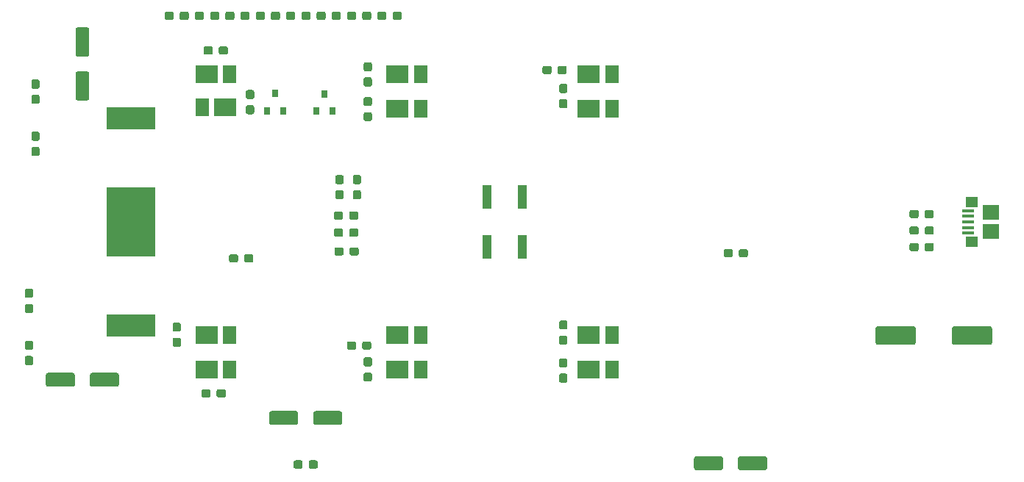
<source format=gbr>
From ad86b136490b231d14891c9fe936ac38ea940553 Mon Sep 17 00:00:00 2001
From: jaseg <git@jaseg.net>
Date: Tue, 27 Nov 2018 11:37:35 +0900
Subject: pcb: Add project info to silk and do gerber export

---
 pcb/gerber/securehid-B.Paste.gbr | 6214 ++++++++++++++++++++++++++++++++++++++
 1 file changed, 6214 insertions(+)
 create mode 100644 pcb/gerber/securehid-B.Paste.gbr

(limited to 'pcb/gerber/securehid-B.Paste.gbr')

diff --git a/pcb/gerber/securehid-B.Paste.gbr b/pcb/gerber/securehid-B.Paste.gbr
new file mode 100644
index 0000000..6eaa359
--- /dev/null
+++ b/pcb/gerber/securehid-B.Paste.gbr
@@ -0,0 +1,6214 @@
+G04 #@! TF.GenerationSoftware,KiCad,Pcbnew,(5.0.1)*
+G04 #@! TF.CreationDate,2018-11-27T11:36:47+09:00*
+G04 #@! TF.ProjectId,securehid,7365637572656869642E6B696361645F,rev?*
+G04 #@! TF.SameCoordinates,Original*
+G04 #@! TF.FileFunction,Paste,Bot*
+G04 #@! TF.FilePolarity,Positive*
+%FSLAX46Y46*%
+G04 Gerber Fmt 4.6, Leading zero omitted, Abs format (unit mm)*
+G04 Created by KiCad (PCBNEW (5.0.1)) date Tue Nov 27 11:36:47 2018*
+%MOMM*%
+%LPD*%
+G01*
+G04 APERTURE LIST*
+%ADD10C,0.100000*%
+%ADD11C,0.950000*%
+%ADD12C,2.100000*%
+%ADD13R,5.560000X8.000000*%
+%ADD14R,5.560000X2.600000*%
+%ADD15R,2.500000X2.100000*%
+%ADD16R,1.500000X2.100000*%
+%ADD17R,1.900000X1.750000*%
+%ADD18R,1.400000X0.400000*%
+%ADD19R,1.450000X1.150000*%
+%ADD20R,0.800000X0.900000*%
+%ADD21R,1.000000X2.750000*%
+%ADD22C,1.600000*%
+G04 APERTURE END LIST*
+D10*
+G04 #@! TO.C,R14*
+G36*
+X90435779Y-94776144D02*
+X90458834Y-94779563D01*
+X90481443Y-94785227D01*
+X90503387Y-94793079D01*
+X90524457Y-94803044D01*
+X90544448Y-94815026D01*
+X90563168Y-94828910D01*
+X90580438Y-94844562D01*
+X90596090Y-94861832D01*
+X90609974Y-94880552D01*
+X90621956Y-94900543D01*
+X90631921Y-94921613D01*
+X90639773Y-94943557D01*
+X90645437Y-94966166D01*
+X90648856Y-94989221D01*
+X90650000Y-95012500D01*
+X90650000Y-95487500D01*
+X90648856Y-95510779D01*
+X90645437Y-95533834D01*
+X90639773Y-95556443D01*
+X90631921Y-95578387D01*
+X90621956Y-95599457D01*
+X90609974Y-95619448D01*
+X90596090Y-95638168D01*
+X90580438Y-95655438D01*
+X90563168Y-95671090D01*
+X90544448Y-95684974D01*
+X90524457Y-95696956D01*
+X90503387Y-95706921D01*
+X90481443Y-95714773D01*
+X90458834Y-95720437D01*
+X90435779Y-95723856D01*
+X90412500Y-95725000D01*
+X89837500Y-95725000D01*
+X89814221Y-95723856D01*
+X89791166Y-95720437D01*
+X89768557Y-95714773D01*
+X89746613Y-95706921D01*
+X89725543Y-95696956D01*
+X89705552Y-95684974D01*
+X89686832Y-95671090D01*
+X89669562Y-95655438D01*
+X89653910Y-95638168D01*
+X89640026Y-95619448D01*
+X89628044Y-95599457D01*
+X89618079Y-95578387D01*
+X89610227Y-95556443D01*
+X89604563Y-95533834D01*
+X89601144Y-95510779D01*
+X89600000Y-95487500D01*
+X89600000Y-95012500D01*
+X89601144Y-94989221D01*
+X89604563Y-94966166D01*
+X89610227Y-94943557D01*
+X89618079Y-94921613D01*
+X89628044Y-94900543D01*
+X89640026Y-94880552D01*
+X89653910Y-94861832D01*
+X89669562Y-94844562D01*
+X89686832Y-94828910D01*
+X89705552Y-94815026D01*
+X89725543Y-94803044D01*
+X89746613Y-94793079D01*
+X89768557Y-94785227D01*
+X89791166Y-94779563D01*
+X89814221Y-94776144D01*
+X89837500Y-94775000D01*
+X90412500Y-94775000D01*
+X90435779Y-94776144D01*
+X90435779Y-94776144D01*
+G37*
+D11*
+X90125000Y-95250000D03*
+D10*
+G36*
+X88685779Y-94776144D02*
+X88708834Y-94779563D01*
+X88731443Y-94785227D01*
+X88753387Y-94793079D01*
+X88774457Y-94803044D01*
+X88794448Y-94815026D01*
+X88813168Y-94828910D01*
+X88830438Y-94844562D01*
+X88846090Y-94861832D01*
+X88859974Y-94880552D01*
+X88871956Y-94900543D01*
+X88881921Y-94921613D01*
+X88889773Y-94943557D01*
+X88895437Y-94966166D01*
+X88898856Y-94989221D01*
+X88900000Y-95012500D01*
+X88900000Y-95487500D01*
+X88898856Y-95510779D01*
+X88895437Y-95533834D01*
+X88889773Y-95556443D01*
+X88881921Y-95578387D01*
+X88871956Y-95599457D01*
+X88859974Y-95619448D01*
+X88846090Y-95638168D01*
+X88830438Y-95655438D01*
+X88813168Y-95671090D01*
+X88794448Y-95684974D01*
+X88774457Y-95696956D01*
+X88753387Y-95706921D01*
+X88731443Y-95714773D01*
+X88708834Y-95720437D01*
+X88685779Y-95723856D01*
+X88662500Y-95725000D01*
+X88087500Y-95725000D01*
+X88064221Y-95723856D01*
+X88041166Y-95720437D01*
+X88018557Y-95714773D01*
+X87996613Y-95706921D01*
+X87975543Y-95696956D01*
+X87955552Y-95684974D01*
+X87936832Y-95671090D01*
+X87919562Y-95655438D01*
+X87903910Y-95638168D01*
+X87890026Y-95619448D01*
+X87878044Y-95599457D01*
+X87868079Y-95578387D01*
+X87860227Y-95556443D01*
+X87854563Y-95533834D01*
+X87851144Y-95510779D01*
+X87850000Y-95487500D01*
+X87850000Y-95012500D01*
+X87851144Y-94989221D01*
+X87854563Y-94966166D01*
+X87860227Y-94943557D01*
+X87868079Y-94921613D01*
+X87878044Y-94900543D01*
+X87890026Y-94880552D01*
+X87903910Y-94861832D01*
+X87919562Y-94844562D01*
+X87936832Y-94828910D01*
+X87955552Y-94815026D01*
+X87975543Y-94803044D01*
+X87996613Y-94793079D01*
+X88018557Y-94785227D01*
+X88041166Y-94779563D01*
+X88064221Y-94776144D01*
+X88087500Y-94775000D01*
+X88662500Y-94775000D01*
+X88685779Y-94776144D01*
+X88685779Y-94776144D01*
+G37*
+D11*
+X88375000Y-95250000D03*
+G04 #@! TD*
+D10*
+G04 #@! TO.C,C9*
+G36*
+X161874504Y-93051204D02*
+X161898773Y-93054804D01*
+X161922571Y-93060765D01*
+X161945671Y-93069030D01*
+X161967849Y-93079520D01*
+X161988893Y-93092133D01*
+X162008598Y-93106747D01*
+X162026777Y-93123223D01*
+X162043253Y-93141402D01*
+X162057867Y-93161107D01*
+X162070480Y-93182151D01*
+X162080970Y-93204329D01*
+X162089235Y-93227429D01*
+X162095196Y-93251227D01*
+X162098796Y-93275496D01*
+X162100000Y-93300000D01*
+X162100000Y-94900000D01*
+X162098796Y-94924504D01*
+X162095196Y-94948773D01*
+X162089235Y-94972571D01*
+X162080970Y-94995671D01*
+X162070480Y-95017849D01*
+X162057867Y-95038893D01*
+X162043253Y-95058598D01*
+X162026777Y-95076777D01*
+X162008598Y-95093253D01*
+X161988893Y-95107867D01*
+X161967849Y-95120480D01*
+X161945671Y-95130970D01*
+X161922571Y-95139235D01*
+X161898773Y-95145196D01*
+X161874504Y-95148796D01*
+X161850000Y-95150000D01*
+X157750000Y-95150000D01*
+X157725496Y-95148796D01*
+X157701227Y-95145196D01*
+X157677429Y-95139235D01*
+X157654329Y-95130970D01*
+X157632151Y-95120480D01*
+X157611107Y-95107867D01*
+X157591402Y-95093253D01*
+X157573223Y-95076777D01*
+X157556747Y-95058598D01*
+X157542133Y-95038893D01*
+X157529520Y-95017849D01*
+X157519030Y-94995671D01*
+X157510765Y-94972571D01*
+X157504804Y-94948773D01*
+X157501204Y-94924504D01*
+X157500000Y-94900000D01*
+X157500000Y-93300000D01*
+X157501204Y-93275496D01*
+X157504804Y-93251227D01*
+X157510765Y-93227429D01*
+X157519030Y-93204329D01*
+X157529520Y-93182151D01*
+X157542133Y-93161107D01*
+X157556747Y-93141402D01*
+X157573223Y-93123223D01*
+X157591402Y-93106747D01*
+X157611107Y-93092133D01*
+X157632151Y-93079520D01*
+X157654329Y-93069030D01*
+X157677429Y-93060765D01*
+X157701227Y-93054804D01*
+X157725496Y-93051204D01*
+X157750000Y-93050000D01*
+X161850000Y-93050000D01*
+X161874504Y-93051204D01*
+X161874504Y-93051204D01*
+G37*
+D12*
+X159800000Y-94100000D03*
+D10*
+G36*
+X153074504Y-93051204D02*
+X153098773Y-93054804D01*
+X153122571Y-93060765D01*
+X153145671Y-93069030D01*
+X153167849Y-93079520D01*
+X153188893Y-93092133D01*
+X153208598Y-93106747D01*
+X153226777Y-93123223D01*
+X153243253Y-93141402D01*
+X153257867Y-93161107D01*
+X153270480Y-93182151D01*
+X153280970Y-93204329D01*
+X153289235Y-93227429D01*
+X153295196Y-93251227D01*
+X153298796Y-93275496D01*
+X153300000Y-93300000D01*
+X153300000Y-94900000D01*
+X153298796Y-94924504D01*
+X153295196Y-94948773D01*
+X153289235Y-94972571D01*
+X153280970Y-94995671D01*
+X153270480Y-95017849D01*
+X153257867Y-95038893D01*
+X153243253Y-95058598D01*
+X153226777Y-95076777D01*
+X153208598Y-95093253D01*
+X153188893Y-95107867D01*
+X153167849Y-95120480D01*
+X153145671Y-95130970D01*
+X153122571Y-95139235D01*
+X153098773Y-95145196D01*
+X153074504Y-95148796D01*
+X153050000Y-95150000D01*
+X148950000Y-95150000D01*
+X148925496Y-95148796D01*
+X148901227Y-95145196D01*
+X148877429Y-95139235D01*
+X148854329Y-95130970D01*
+X148832151Y-95120480D01*
+X148811107Y-95107867D01*
+X148791402Y-95093253D01*
+X148773223Y-95076777D01*
+X148756747Y-95058598D01*
+X148742133Y-95038893D01*
+X148729520Y-95017849D01*
+X148719030Y-94995671D01*
+X148710765Y-94972571D01*
+X148704804Y-94948773D01*
+X148701204Y-94924504D01*
+X148700000Y-94900000D01*
+X148700000Y-93300000D01*
+X148701204Y-93275496D01*
+X148704804Y-93251227D01*
+X148710765Y-93227429D01*
+X148719030Y-93204329D01*
+X148729520Y-93182151D01*
+X148742133Y-93161107D01*
+X148756747Y-93141402D01*
+X148773223Y-93123223D01*
+X148791402Y-93106747D01*
+X148811107Y-93092133D01*
+X148832151Y-93079520D01*
+X148854329Y-93069030D01*
+X148877429Y-93060765D01*
+X148901227Y-93054804D01*
+X148925496Y-93051204D01*
+X148950000Y-93050000D01*
+X153050000Y-93050000D01*
+X153074504Y-93051204D01*
+X153074504Y-93051204D01*
+G37*
+D12*
+X151000000Y-94100000D03*
+G04 #@! TD*
+D13*
+G04 #@! TO.C,BT1*
+X63000000Y-81000000D03*
+D14*
+X63000000Y-92905000D03*
+X63000000Y-69095000D03*
+G04 #@! TD*
+D10*
+G04 #@! TO.C,C5*
+G36*
+X75110779Y-84726144D02*
+X75133834Y-84729563D01*
+X75156443Y-84735227D01*
+X75178387Y-84743079D01*
+X75199457Y-84753044D01*
+X75219448Y-84765026D01*
+X75238168Y-84778910D01*
+X75255438Y-84794562D01*
+X75271090Y-84811832D01*
+X75284974Y-84830552D01*
+X75296956Y-84850543D01*
+X75306921Y-84871613D01*
+X75314773Y-84893557D01*
+X75320437Y-84916166D01*
+X75323856Y-84939221D01*
+X75325000Y-84962500D01*
+X75325000Y-85437500D01*
+X75323856Y-85460779D01*
+X75320437Y-85483834D01*
+X75314773Y-85506443D01*
+X75306921Y-85528387D01*
+X75296956Y-85549457D01*
+X75284974Y-85569448D01*
+X75271090Y-85588168D01*
+X75255438Y-85605438D01*
+X75238168Y-85621090D01*
+X75219448Y-85634974D01*
+X75199457Y-85646956D01*
+X75178387Y-85656921D01*
+X75156443Y-85664773D01*
+X75133834Y-85670437D01*
+X75110779Y-85673856D01*
+X75087500Y-85675000D01*
+X74512500Y-85675000D01*
+X74489221Y-85673856D01*
+X74466166Y-85670437D01*
+X74443557Y-85664773D01*
+X74421613Y-85656921D01*
+X74400543Y-85646956D01*
+X74380552Y-85634974D01*
+X74361832Y-85621090D01*
+X74344562Y-85605438D01*
+X74328910Y-85588168D01*
+X74315026Y-85569448D01*
+X74303044Y-85549457D01*
+X74293079Y-85528387D01*
+X74285227Y-85506443D01*
+X74279563Y-85483834D01*
+X74276144Y-85460779D01*
+X74275000Y-85437500D01*
+X74275000Y-84962500D01*
+X74276144Y-84939221D01*
+X74279563Y-84916166D01*
+X74285227Y-84893557D01*
+X74293079Y-84871613D01*
+X74303044Y-84850543D01*
+X74315026Y-84830552D01*
+X74328910Y-84811832D01*
+X74344562Y-84794562D01*
+X74361832Y-84778910D01*
+X74380552Y-84765026D01*
+X74400543Y-84753044D01*
+X74421613Y-84743079D01*
+X74443557Y-84735227D01*
+X74466166Y-84729563D01*
+X74489221Y-84726144D01*
+X74512500Y-84725000D01*
+X75087500Y-84725000D01*
+X75110779Y-84726144D01*
+X75110779Y-84726144D01*
+G37*
+D11*
+X74800000Y-85200000D03*
+D10*
+G36*
+X76860779Y-84726144D02*
+X76883834Y-84729563D01*
+X76906443Y-84735227D01*
+X76928387Y-84743079D01*
+X76949457Y-84753044D01*
+X76969448Y-84765026D01*
+X76988168Y-84778910D01*
+X77005438Y-84794562D01*
+X77021090Y-84811832D01*
+X77034974Y-84830552D01*
+X77046956Y-84850543D01*
+X77056921Y-84871613D01*
+X77064773Y-84893557D01*
+X77070437Y-84916166D01*
+X77073856Y-84939221D01*
+X77075000Y-84962500D01*
+X77075000Y-85437500D01*
+X77073856Y-85460779D01*
+X77070437Y-85483834D01*
+X77064773Y-85506443D01*
+X77056921Y-85528387D01*
+X77046956Y-85549457D01*
+X77034974Y-85569448D01*
+X77021090Y-85588168D01*
+X77005438Y-85605438D01*
+X76988168Y-85621090D01*
+X76969448Y-85634974D01*
+X76949457Y-85646956D01*
+X76928387Y-85656921D01*
+X76906443Y-85664773D01*
+X76883834Y-85670437D01*
+X76860779Y-85673856D01*
+X76837500Y-85675000D01*
+X76262500Y-85675000D01*
+X76239221Y-85673856D01*
+X76216166Y-85670437D01*
+X76193557Y-85664773D01*
+X76171613Y-85656921D01*
+X76150543Y-85646956D01*
+X76130552Y-85634974D01*
+X76111832Y-85621090D01*
+X76094562Y-85605438D01*
+X76078910Y-85588168D01*
+X76065026Y-85569448D01*
+X76053044Y-85549457D01*
+X76043079Y-85528387D01*
+X76035227Y-85506443D01*
+X76029563Y-85483834D01*
+X76026144Y-85460779D01*
+X76025000Y-85437500D01*
+X76025000Y-84962500D01*
+X76026144Y-84939221D01*
+X76029563Y-84916166D01*
+X76035227Y-84893557D01*
+X76043079Y-84871613D01*
+X76053044Y-84850543D01*
+X76065026Y-84830552D01*
+X76078910Y-84811832D01*
+X76094562Y-84794562D01*
+X76111832Y-84778910D01*
+X76130552Y-84765026D01*
+X76150543Y-84753044D01*
+X76171613Y-84743079D01*
+X76193557Y-84735227D01*
+X76216166Y-84729563D01*
+X76239221Y-84726144D01*
+X76262500Y-84725000D01*
+X76837500Y-84725000D01*
+X76860779Y-84726144D01*
+X76860779Y-84726144D01*
+G37*
+D11*
+X76550000Y-85200000D03*
+G04 #@! TD*
+D10*
+G04 #@! TO.C,C6*
+G36*
+X88985779Y-83926144D02*
+X89008834Y-83929563D01*
+X89031443Y-83935227D01*
+X89053387Y-83943079D01*
+X89074457Y-83953044D01*
+X89094448Y-83965026D01*
+X89113168Y-83978910D01*
+X89130438Y-83994562D01*
+X89146090Y-84011832D01*
+X89159974Y-84030552D01*
+X89171956Y-84050543D01*
+X89181921Y-84071613D01*
+X89189773Y-84093557D01*
+X89195437Y-84116166D01*
+X89198856Y-84139221D01*
+X89200000Y-84162500D01*
+X89200000Y-84637500D01*
+X89198856Y-84660779D01*
+X89195437Y-84683834D01*
+X89189773Y-84706443D01*
+X89181921Y-84728387D01*
+X89171956Y-84749457D01*
+X89159974Y-84769448D01*
+X89146090Y-84788168D01*
+X89130438Y-84805438D01*
+X89113168Y-84821090D01*
+X89094448Y-84834974D01*
+X89074457Y-84846956D01*
+X89053387Y-84856921D01*
+X89031443Y-84864773D01*
+X89008834Y-84870437D01*
+X88985779Y-84873856D01*
+X88962500Y-84875000D01*
+X88387500Y-84875000D01*
+X88364221Y-84873856D01*
+X88341166Y-84870437D01*
+X88318557Y-84864773D01*
+X88296613Y-84856921D01*
+X88275543Y-84846956D01*
+X88255552Y-84834974D01*
+X88236832Y-84821090D01*
+X88219562Y-84805438D01*
+X88203910Y-84788168D01*
+X88190026Y-84769448D01*
+X88178044Y-84749457D01*
+X88168079Y-84728387D01*
+X88160227Y-84706443D01*
+X88154563Y-84683834D01*
+X88151144Y-84660779D01*
+X88150000Y-84637500D01*
+X88150000Y-84162500D01*
+X88151144Y-84139221D01*
+X88154563Y-84116166D01*
+X88160227Y-84093557D01*
+X88168079Y-84071613D01*
+X88178044Y-84050543D01*
+X88190026Y-84030552D01*
+X88203910Y-84011832D01*
+X88219562Y-83994562D01*
+X88236832Y-83978910D01*
+X88255552Y-83965026D01*
+X88275543Y-83953044D01*
+X88296613Y-83943079D01*
+X88318557Y-83935227D01*
+X88341166Y-83929563D01*
+X88364221Y-83926144D01*
+X88387500Y-83925000D01*
+X88962500Y-83925000D01*
+X88985779Y-83926144D01*
+X88985779Y-83926144D01*
+G37*
+D11*
+X88675000Y-84400000D03*
+D10*
+G36*
+X87235779Y-83926144D02*
+X87258834Y-83929563D01*
+X87281443Y-83935227D01*
+X87303387Y-83943079D01*
+X87324457Y-83953044D01*
+X87344448Y-83965026D01*
+X87363168Y-83978910D01*
+X87380438Y-83994562D01*
+X87396090Y-84011832D01*
+X87409974Y-84030552D01*
+X87421956Y-84050543D01*
+X87431921Y-84071613D01*
+X87439773Y-84093557D01*
+X87445437Y-84116166D01*
+X87448856Y-84139221D01*
+X87450000Y-84162500D01*
+X87450000Y-84637500D01*
+X87448856Y-84660779D01*
+X87445437Y-84683834D01*
+X87439773Y-84706443D01*
+X87431921Y-84728387D01*
+X87421956Y-84749457D01*
+X87409974Y-84769448D01*
+X87396090Y-84788168D01*
+X87380438Y-84805438D01*
+X87363168Y-84821090D01*
+X87344448Y-84834974D01*
+X87324457Y-84846956D01*
+X87303387Y-84856921D01*
+X87281443Y-84864773D01*
+X87258834Y-84870437D01*
+X87235779Y-84873856D01*
+X87212500Y-84875000D01*
+X86637500Y-84875000D01*
+X86614221Y-84873856D01*
+X86591166Y-84870437D01*
+X86568557Y-84864773D01*
+X86546613Y-84856921D01*
+X86525543Y-84846956D01*
+X86505552Y-84834974D01*
+X86486832Y-84821090D01*
+X86469562Y-84805438D01*
+X86453910Y-84788168D01*
+X86440026Y-84769448D01*
+X86428044Y-84749457D01*
+X86418079Y-84728387D01*
+X86410227Y-84706443D01*
+X86404563Y-84683834D01*
+X86401144Y-84660779D01*
+X86400000Y-84637500D01*
+X86400000Y-84162500D01*
+X86401144Y-84139221D01*
+X86404563Y-84116166D01*
+X86410227Y-84093557D01*
+X86418079Y-84071613D01*
+X86428044Y-84050543D01*
+X86440026Y-84030552D01*
+X86453910Y-84011832D01*
+X86469562Y-83994562D01*
+X86486832Y-83978910D01*
+X86505552Y-83965026D01*
+X86525543Y-83953044D01*
+X86546613Y-83943079D01*
+X86568557Y-83935227D01*
+X86591166Y-83929563D01*
+X86614221Y-83926144D01*
+X86637500Y-83925000D01*
+X87212500Y-83925000D01*
+X87235779Y-83926144D01*
+X87235779Y-83926144D01*
+G37*
+D11*
+X86925000Y-84400000D03*
+G04 #@! TD*
+D10*
+G04 #@! TO.C,C7*
+G36*
+X88935779Y-79776144D02*
+X88958834Y-79779563D01*
+X88981443Y-79785227D01*
+X89003387Y-79793079D01*
+X89024457Y-79803044D01*
+X89044448Y-79815026D01*
+X89063168Y-79828910D01*
+X89080438Y-79844562D01*
+X89096090Y-79861832D01*
+X89109974Y-79880552D01*
+X89121956Y-79900543D01*
+X89131921Y-79921613D01*
+X89139773Y-79943557D01*
+X89145437Y-79966166D01*
+X89148856Y-79989221D01*
+X89150000Y-80012500D01*
+X89150000Y-80487500D01*
+X89148856Y-80510779D01*
+X89145437Y-80533834D01*
+X89139773Y-80556443D01*
+X89131921Y-80578387D01*
+X89121956Y-80599457D01*
+X89109974Y-80619448D01*
+X89096090Y-80638168D01*
+X89080438Y-80655438D01*
+X89063168Y-80671090D01*
+X89044448Y-80684974D01*
+X89024457Y-80696956D01*
+X89003387Y-80706921D01*
+X88981443Y-80714773D01*
+X88958834Y-80720437D01*
+X88935779Y-80723856D01*
+X88912500Y-80725000D01*
+X88337500Y-80725000D01*
+X88314221Y-80723856D01*
+X88291166Y-80720437D01*
+X88268557Y-80714773D01*
+X88246613Y-80706921D01*
+X88225543Y-80696956D01*
+X88205552Y-80684974D01*
+X88186832Y-80671090D01*
+X88169562Y-80655438D01*
+X88153910Y-80638168D01*
+X88140026Y-80619448D01*
+X88128044Y-80599457D01*
+X88118079Y-80578387D01*
+X88110227Y-80556443D01*
+X88104563Y-80533834D01*
+X88101144Y-80510779D01*
+X88100000Y-80487500D01*
+X88100000Y-80012500D01*
+X88101144Y-79989221D01*
+X88104563Y-79966166D01*
+X88110227Y-79943557D01*
+X88118079Y-79921613D01*
+X88128044Y-79900543D01*
+X88140026Y-79880552D01*
+X88153910Y-79861832D01*
+X88169562Y-79844562D01*
+X88186832Y-79828910D01*
+X88205552Y-79815026D01*
+X88225543Y-79803044D01*
+X88246613Y-79793079D01*
+X88268557Y-79785227D01*
+X88291166Y-79779563D01*
+X88314221Y-79776144D01*
+X88337500Y-79775000D01*
+X88912500Y-79775000D01*
+X88935779Y-79776144D01*
+X88935779Y-79776144D01*
+G37*
+D11*
+X88625000Y-80250000D03*
+D10*
+G36*
+X87185779Y-79776144D02*
+X87208834Y-79779563D01*
+X87231443Y-79785227D01*
+X87253387Y-79793079D01*
+X87274457Y-79803044D01*
+X87294448Y-79815026D01*
+X87313168Y-79828910D01*
+X87330438Y-79844562D01*
+X87346090Y-79861832D01*
+X87359974Y-79880552D01*
+X87371956Y-79900543D01*
+X87381921Y-79921613D01*
+X87389773Y-79943557D01*
+X87395437Y-79966166D01*
+X87398856Y-79989221D01*
+X87400000Y-80012500D01*
+X87400000Y-80487500D01*
+X87398856Y-80510779D01*
+X87395437Y-80533834D01*
+X87389773Y-80556443D01*
+X87381921Y-80578387D01*
+X87371956Y-80599457D01*
+X87359974Y-80619448D01*
+X87346090Y-80638168D01*
+X87330438Y-80655438D01*
+X87313168Y-80671090D01*
+X87294448Y-80684974D01*
+X87274457Y-80696956D01*
+X87253387Y-80706921D01*
+X87231443Y-80714773D01*
+X87208834Y-80720437D01*
+X87185779Y-80723856D01*
+X87162500Y-80725000D01*
+X86587500Y-80725000D01*
+X86564221Y-80723856D01*
+X86541166Y-80720437D01*
+X86518557Y-80714773D01*
+X86496613Y-80706921D01*
+X86475543Y-80696956D01*
+X86455552Y-80684974D01*
+X86436832Y-80671090D01*
+X86419562Y-80655438D01*
+X86403910Y-80638168D01*
+X86390026Y-80619448D01*
+X86378044Y-80599457D01*
+X86368079Y-80578387D01*
+X86360227Y-80556443D01*
+X86354563Y-80533834D01*
+X86351144Y-80510779D01*
+X86350000Y-80487500D01*
+X86350000Y-80012500D01*
+X86351144Y-79989221D01*
+X86354563Y-79966166D01*
+X86360227Y-79943557D01*
+X86368079Y-79921613D01*
+X86378044Y-79900543D01*
+X86390026Y-79880552D01*
+X86403910Y-79861832D01*
+X86419562Y-79844562D01*
+X86436832Y-79828910D01*
+X86455552Y-79815026D01*
+X86475543Y-79803044D01*
+X86496613Y-79793079D01*
+X86518557Y-79785227D01*
+X86541166Y-79779563D01*
+X86564221Y-79776144D01*
+X86587500Y-79775000D01*
+X87162500Y-79775000D01*
+X87185779Y-79776144D01*
+X87185779Y-79776144D01*
+G37*
+D11*
+X86875000Y-80250000D03*
+G04 #@! TD*
+D10*
+G04 #@! TO.C,C8*
+G36*
+X89260779Y-75601144D02*
+X89283834Y-75604563D01*
+X89306443Y-75610227D01*
+X89328387Y-75618079D01*
+X89349457Y-75628044D01*
+X89369448Y-75640026D01*
+X89388168Y-75653910D01*
+X89405438Y-75669562D01*
+X89421090Y-75686832D01*
+X89434974Y-75705552D01*
+X89446956Y-75725543D01*
+X89456921Y-75746613D01*
+X89464773Y-75768557D01*
+X89470437Y-75791166D01*
+X89473856Y-75814221D01*
+X89475000Y-75837500D01*
+X89475000Y-76412500D01*
+X89473856Y-76435779D01*
+X89470437Y-76458834D01*
+X89464773Y-76481443D01*
+X89456921Y-76503387D01*
+X89446956Y-76524457D01*
+X89434974Y-76544448D01*
+X89421090Y-76563168D01*
+X89405438Y-76580438D01*
+X89388168Y-76596090D01*
+X89369448Y-76609974D01*
+X89349457Y-76621956D01*
+X89328387Y-76631921D01*
+X89306443Y-76639773D01*
+X89283834Y-76645437D01*
+X89260779Y-76648856D01*
+X89237500Y-76650000D01*
+X88762500Y-76650000D01*
+X88739221Y-76648856D01*
+X88716166Y-76645437D01*
+X88693557Y-76639773D01*
+X88671613Y-76631921D01*
+X88650543Y-76621956D01*
+X88630552Y-76609974D01*
+X88611832Y-76596090D01*
+X88594562Y-76580438D01*
+X88578910Y-76563168D01*
+X88565026Y-76544448D01*
+X88553044Y-76524457D01*
+X88543079Y-76503387D01*
+X88535227Y-76481443D01*
+X88529563Y-76458834D01*
+X88526144Y-76435779D01*
+X88525000Y-76412500D01*
+X88525000Y-75837500D01*
+X88526144Y-75814221D01*
+X88529563Y-75791166D01*
+X88535227Y-75768557D01*
+X88543079Y-75746613D01*
+X88553044Y-75725543D01*
+X88565026Y-75705552D01*
+X88578910Y-75686832D01*
+X88594562Y-75669562D01*
+X88611832Y-75653910D01*
+X88630552Y-75640026D01*
+X88650543Y-75628044D01*
+X88671613Y-75618079D01*
+X88693557Y-75610227D01*
+X88716166Y-75604563D01*
+X88739221Y-75601144D01*
+X88762500Y-75600000D01*
+X89237500Y-75600000D01*
+X89260779Y-75601144D01*
+X89260779Y-75601144D01*
+G37*
+D11*
+X89000000Y-76125000D03*
+D10*
+G36*
+X89260779Y-77351144D02*
+X89283834Y-77354563D01*
+X89306443Y-77360227D01*
+X89328387Y-77368079D01*
+X89349457Y-77378044D01*
+X89369448Y-77390026D01*
+X89388168Y-77403910D01*
+X89405438Y-77419562D01*
+X89421090Y-77436832D01*
+X89434974Y-77455552D01*
+X89446956Y-77475543D01*
+X89456921Y-77496613D01*
+X89464773Y-77518557D01*
+X89470437Y-77541166D01*
+X89473856Y-77564221D01*
+X89475000Y-77587500D01*
+X89475000Y-78162500D01*
+X89473856Y-78185779D01*
+X89470437Y-78208834D01*
+X89464773Y-78231443D01*
+X89456921Y-78253387D01*
+X89446956Y-78274457D01*
+X89434974Y-78294448D01*
+X89421090Y-78313168D01*
+X89405438Y-78330438D01*
+X89388168Y-78346090D01*
+X89369448Y-78359974D01*
+X89349457Y-78371956D01*
+X89328387Y-78381921D01*
+X89306443Y-78389773D01*
+X89283834Y-78395437D01*
+X89260779Y-78398856D01*
+X89237500Y-78400000D01*
+X88762500Y-78400000D01*
+X88739221Y-78398856D01*
+X88716166Y-78395437D01*
+X88693557Y-78389773D01*
+X88671613Y-78381921D01*
+X88650543Y-78371956D01*
+X88630552Y-78359974D01*
+X88611832Y-78346090D01*
+X88594562Y-78330438D01*
+X88578910Y-78313168D01*
+X88565026Y-78294448D01*
+X88553044Y-78274457D01*
+X88543079Y-78253387D01*
+X88535227Y-78231443D01*
+X88529563Y-78208834D01*
+X88526144Y-78185779D01*
+X88525000Y-78162500D01*
+X88525000Y-77587500D01*
+X88526144Y-77564221D01*
+X88529563Y-77541166D01*
+X88535227Y-77518557D01*
+X88543079Y-77496613D01*
+X88553044Y-77475543D01*
+X88565026Y-77455552D01*
+X88578910Y-77436832D01*
+X88594562Y-77419562D01*
+X88611832Y-77403910D01*
+X88630552Y-77390026D01*
+X88650543Y-77378044D01*
+X88671613Y-77368079D01*
+X88693557Y-77360227D01*
+X88716166Y-77354563D01*
+X88739221Y-77351144D01*
+X88762500Y-77350000D01*
+X89237500Y-77350000D01*
+X89260779Y-77351144D01*
+X89260779Y-77351144D01*
+G37*
+D11*
+X89000000Y-77875000D03*
+G04 #@! TD*
+D10*
+G04 #@! TO.C,C10*
+G36*
+X82535779Y-108476144D02*
+X82558834Y-108479563D01*
+X82581443Y-108485227D01*
+X82603387Y-108493079D01*
+X82624457Y-108503044D01*
+X82644448Y-108515026D01*
+X82663168Y-108528910D01*
+X82680438Y-108544562D01*
+X82696090Y-108561832D01*
+X82709974Y-108580552D01*
+X82721956Y-108600543D01*
+X82731921Y-108621613D01*
+X82739773Y-108643557D01*
+X82745437Y-108666166D01*
+X82748856Y-108689221D01*
+X82750000Y-108712500D01*
+X82750000Y-109187500D01*
+X82748856Y-109210779D01*
+X82745437Y-109233834D01*
+X82739773Y-109256443D01*
+X82731921Y-109278387D01*
+X82721956Y-109299457D01*
+X82709974Y-109319448D01*
+X82696090Y-109338168D01*
+X82680438Y-109355438D01*
+X82663168Y-109371090D01*
+X82644448Y-109384974D01*
+X82624457Y-109396956D01*
+X82603387Y-109406921D01*
+X82581443Y-109414773D01*
+X82558834Y-109420437D01*
+X82535779Y-109423856D01*
+X82512500Y-109425000D01*
+X81937500Y-109425000D01*
+X81914221Y-109423856D01*
+X81891166Y-109420437D01*
+X81868557Y-109414773D01*
+X81846613Y-109406921D01*
+X81825543Y-109396956D01*
+X81805552Y-109384974D01*
+X81786832Y-109371090D01*
+X81769562Y-109355438D01*
+X81753910Y-109338168D01*
+X81740026Y-109319448D01*
+X81728044Y-109299457D01*
+X81718079Y-109278387D01*
+X81710227Y-109256443D01*
+X81704563Y-109233834D01*
+X81701144Y-109210779D01*
+X81700000Y-109187500D01*
+X81700000Y-108712500D01*
+X81701144Y-108689221D01*
+X81704563Y-108666166D01*
+X81710227Y-108643557D01*
+X81718079Y-108621613D01*
+X81728044Y-108600543D01*
+X81740026Y-108580552D01*
+X81753910Y-108561832D01*
+X81769562Y-108544562D01*
+X81786832Y-108528910D01*
+X81805552Y-108515026D01*
+X81825543Y-108503044D01*
+X81846613Y-108493079D01*
+X81868557Y-108485227D01*
+X81891166Y-108479563D01*
+X81914221Y-108476144D01*
+X81937500Y-108475000D01*
+X82512500Y-108475000D01*
+X82535779Y-108476144D01*
+X82535779Y-108476144D01*
+G37*
+D11*
+X82225000Y-108950000D03*
+D10*
+G36*
+X84285779Y-108476144D02*
+X84308834Y-108479563D01*
+X84331443Y-108485227D01*
+X84353387Y-108493079D01*
+X84374457Y-108503044D01*
+X84394448Y-108515026D01*
+X84413168Y-108528910D01*
+X84430438Y-108544562D01*
+X84446090Y-108561832D01*
+X84459974Y-108580552D01*
+X84471956Y-108600543D01*
+X84481921Y-108621613D01*
+X84489773Y-108643557D01*
+X84495437Y-108666166D01*
+X84498856Y-108689221D01*
+X84500000Y-108712500D01*
+X84500000Y-109187500D01*
+X84498856Y-109210779D01*
+X84495437Y-109233834D01*
+X84489773Y-109256443D01*
+X84481921Y-109278387D01*
+X84471956Y-109299457D01*
+X84459974Y-109319448D01*
+X84446090Y-109338168D01*
+X84430438Y-109355438D01*
+X84413168Y-109371090D01*
+X84394448Y-109384974D01*
+X84374457Y-109396956D01*
+X84353387Y-109406921D01*
+X84331443Y-109414773D01*
+X84308834Y-109420437D01*
+X84285779Y-109423856D01*
+X84262500Y-109425000D01*
+X83687500Y-109425000D01*
+X83664221Y-109423856D01*
+X83641166Y-109420437D01*
+X83618557Y-109414773D01*
+X83596613Y-109406921D01*
+X83575543Y-109396956D01*
+X83555552Y-109384974D01*
+X83536832Y-109371090D01*
+X83519562Y-109355438D01*
+X83503910Y-109338168D01*
+X83490026Y-109319448D01*
+X83478044Y-109299457D01*
+X83468079Y-109278387D01*
+X83460227Y-109256443D01*
+X83454563Y-109233834D01*
+X83451144Y-109210779D01*
+X83450000Y-109187500D01*
+X83450000Y-108712500D01*
+X83451144Y-108689221D01*
+X83454563Y-108666166D01*
+X83460227Y-108643557D01*
+X83468079Y-108621613D01*
+X83478044Y-108600543D01*
+X83490026Y-108580552D01*
+X83503910Y-108561832D01*
+X83519562Y-108544562D01*
+X83536832Y-108528910D01*
+X83555552Y-108515026D01*
+X83575543Y-108503044D01*
+X83596613Y-108493079D01*
+X83618557Y-108485227D01*
+X83641166Y-108479563D01*
+X83664221Y-108476144D01*
+X83687500Y-108475000D01*
+X84262500Y-108475000D01*
+X84285779Y-108476144D01*
+X84285779Y-108476144D01*
+G37*
+D11*
+X83975000Y-108950000D03*
+G04 #@! TD*
+D10*
+G04 #@! TO.C,D1*
+G36*
+X92185779Y-56776144D02*
+X92208834Y-56779563D01*
+X92231443Y-56785227D01*
+X92253387Y-56793079D01*
+X92274457Y-56803044D01*
+X92294448Y-56815026D01*
+X92313168Y-56828910D01*
+X92330438Y-56844562D01*
+X92346090Y-56861832D01*
+X92359974Y-56880552D01*
+X92371956Y-56900543D01*
+X92381921Y-56921613D01*
+X92389773Y-56943557D01*
+X92395437Y-56966166D01*
+X92398856Y-56989221D01*
+X92400000Y-57012500D01*
+X92400000Y-57487500D01*
+X92398856Y-57510779D01*
+X92395437Y-57533834D01*
+X92389773Y-57556443D01*
+X92381921Y-57578387D01*
+X92371956Y-57599457D01*
+X92359974Y-57619448D01*
+X92346090Y-57638168D01*
+X92330438Y-57655438D01*
+X92313168Y-57671090D01*
+X92294448Y-57684974D01*
+X92274457Y-57696956D01*
+X92253387Y-57706921D01*
+X92231443Y-57714773D01*
+X92208834Y-57720437D01*
+X92185779Y-57723856D01*
+X92162500Y-57725000D01*
+X91587500Y-57725000D01*
+X91564221Y-57723856D01*
+X91541166Y-57720437D01*
+X91518557Y-57714773D01*
+X91496613Y-57706921D01*
+X91475543Y-57696956D01*
+X91455552Y-57684974D01*
+X91436832Y-57671090D01*
+X91419562Y-57655438D01*
+X91403910Y-57638168D01*
+X91390026Y-57619448D01*
+X91378044Y-57599457D01*
+X91368079Y-57578387D01*
+X91360227Y-57556443D01*
+X91354563Y-57533834D01*
+X91351144Y-57510779D01*
+X91350000Y-57487500D01*
+X91350000Y-57012500D01*
+X91351144Y-56989221D01*
+X91354563Y-56966166D01*
+X91360227Y-56943557D01*
+X91368079Y-56921613D01*
+X91378044Y-56900543D01*
+X91390026Y-56880552D01*
+X91403910Y-56861832D01*
+X91419562Y-56844562D01*
+X91436832Y-56828910D01*
+X91455552Y-56815026D01*
+X91475543Y-56803044D01*
+X91496613Y-56793079D01*
+X91518557Y-56785227D01*
+X91541166Y-56779563D01*
+X91564221Y-56776144D01*
+X91587500Y-56775000D01*
+X92162500Y-56775000D01*
+X92185779Y-56776144D01*
+X92185779Y-56776144D01*
+G37*
+D11*
+X91875000Y-57250000D03*
+D10*
+G36*
+X93935779Y-56776144D02*
+X93958834Y-56779563D01*
+X93981443Y-56785227D01*
+X94003387Y-56793079D01*
+X94024457Y-56803044D01*
+X94044448Y-56815026D01*
+X94063168Y-56828910D01*
+X94080438Y-56844562D01*
+X94096090Y-56861832D01*
+X94109974Y-56880552D01*
+X94121956Y-56900543D01*
+X94131921Y-56921613D01*
+X94139773Y-56943557D01*
+X94145437Y-56966166D01*
+X94148856Y-56989221D01*
+X94150000Y-57012500D01*
+X94150000Y-57487500D01*
+X94148856Y-57510779D01*
+X94145437Y-57533834D01*
+X94139773Y-57556443D01*
+X94131921Y-57578387D01*
+X94121956Y-57599457D01*
+X94109974Y-57619448D01*
+X94096090Y-57638168D01*
+X94080438Y-57655438D01*
+X94063168Y-57671090D01*
+X94044448Y-57684974D01*
+X94024457Y-57696956D01*
+X94003387Y-57706921D01*
+X93981443Y-57714773D01*
+X93958834Y-57720437D01*
+X93935779Y-57723856D01*
+X93912500Y-57725000D01*
+X93337500Y-57725000D01*
+X93314221Y-57723856D01*
+X93291166Y-57720437D01*
+X93268557Y-57714773D01*
+X93246613Y-57706921D01*
+X93225543Y-57696956D01*
+X93205552Y-57684974D01*
+X93186832Y-57671090D01*
+X93169562Y-57655438D01*
+X93153910Y-57638168D01*
+X93140026Y-57619448D01*
+X93128044Y-57599457D01*
+X93118079Y-57578387D01*
+X93110227Y-57556443D01*
+X93104563Y-57533834D01*
+X93101144Y-57510779D01*
+X93100000Y-57487500D01*
+X93100000Y-57012500D01*
+X93101144Y-56989221D01*
+X93104563Y-56966166D01*
+X93110227Y-56943557D01*
+X93118079Y-56921613D01*
+X93128044Y-56900543D01*
+X93140026Y-56880552D01*
+X93153910Y-56861832D01*
+X93169562Y-56844562D01*
+X93186832Y-56828910D01*
+X93205552Y-56815026D01*
+X93225543Y-56803044D01*
+X93246613Y-56793079D01*
+X93268557Y-56785227D01*
+X93291166Y-56779563D01*
+X93314221Y-56776144D01*
+X93337500Y-56775000D01*
+X93912500Y-56775000D01*
+X93935779Y-56776144D01*
+X93935779Y-56776144D01*
+G37*
+D11*
+X93625000Y-57250000D03*
+G04 #@! TD*
+D10*
+G04 #@! TO.C,D2*
+G36*
+X90435779Y-56776144D02*
+X90458834Y-56779563D01*
+X90481443Y-56785227D01*
+X90503387Y-56793079D01*
+X90524457Y-56803044D01*
+X90544448Y-56815026D01*
+X90563168Y-56828910D01*
+X90580438Y-56844562D01*
+X90596090Y-56861832D01*
+X90609974Y-56880552D01*
+X90621956Y-56900543D01*
+X90631921Y-56921613D01*
+X90639773Y-56943557D01*
+X90645437Y-56966166D01*
+X90648856Y-56989221D01*
+X90650000Y-57012500D01*
+X90650000Y-57487500D01*
+X90648856Y-57510779D01*
+X90645437Y-57533834D01*
+X90639773Y-57556443D01*
+X90631921Y-57578387D01*
+X90621956Y-57599457D01*
+X90609974Y-57619448D01*
+X90596090Y-57638168D01*
+X90580438Y-57655438D01*
+X90563168Y-57671090D01*
+X90544448Y-57684974D01*
+X90524457Y-57696956D01*
+X90503387Y-57706921D01*
+X90481443Y-57714773D01*
+X90458834Y-57720437D01*
+X90435779Y-57723856D01*
+X90412500Y-57725000D01*
+X89837500Y-57725000D01*
+X89814221Y-57723856D01*
+X89791166Y-57720437D01*
+X89768557Y-57714773D01*
+X89746613Y-57706921D01*
+X89725543Y-57696956D01*
+X89705552Y-57684974D01*
+X89686832Y-57671090D01*
+X89669562Y-57655438D01*
+X89653910Y-57638168D01*
+X89640026Y-57619448D01*
+X89628044Y-57599457D01*
+X89618079Y-57578387D01*
+X89610227Y-57556443D01*
+X89604563Y-57533834D01*
+X89601144Y-57510779D01*
+X89600000Y-57487500D01*
+X89600000Y-57012500D01*
+X89601144Y-56989221D01*
+X89604563Y-56966166D01*
+X89610227Y-56943557D01*
+X89618079Y-56921613D01*
+X89628044Y-56900543D01*
+X89640026Y-56880552D01*
+X89653910Y-56861832D01*
+X89669562Y-56844562D01*
+X89686832Y-56828910D01*
+X89705552Y-56815026D01*
+X89725543Y-56803044D01*
+X89746613Y-56793079D01*
+X89768557Y-56785227D01*
+X89791166Y-56779563D01*
+X89814221Y-56776144D01*
+X89837500Y-56775000D01*
+X90412500Y-56775000D01*
+X90435779Y-56776144D01*
+X90435779Y-56776144D01*
+G37*
+D11*
+X90125000Y-57250000D03*
+D10*
+G36*
+X88685779Y-56776144D02*
+X88708834Y-56779563D01*
+X88731443Y-56785227D01*
+X88753387Y-56793079D01*
+X88774457Y-56803044D01*
+X88794448Y-56815026D01*
+X88813168Y-56828910D01*
+X88830438Y-56844562D01*
+X88846090Y-56861832D01*
+X88859974Y-56880552D01*
+X88871956Y-56900543D01*
+X88881921Y-56921613D01*
+X88889773Y-56943557D01*
+X88895437Y-56966166D01*
+X88898856Y-56989221D01*
+X88900000Y-57012500D01*
+X88900000Y-57487500D01*
+X88898856Y-57510779D01*
+X88895437Y-57533834D01*
+X88889773Y-57556443D01*
+X88881921Y-57578387D01*
+X88871956Y-57599457D01*
+X88859974Y-57619448D01*
+X88846090Y-57638168D01*
+X88830438Y-57655438D01*
+X88813168Y-57671090D01*
+X88794448Y-57684974D01*
+X88774457Y-57696956D01*
+X88753387Y-57706921D01*
+X88731443Y-57714773D01*
+X88708834Y-57720437D01*
+X88685779Y-57723856D01*
+X88662500Y-57725000D01*
+X88087500Y-57725000D01*
+X88064221Y-57723856D01*
+X88041166Y-57720437D01*
+X88018557Y-57714773D01*
+X87996613Y-57706921D01*
+X87975543Y-57696956D01*
+X87955552Y-57684974D01*
+X87936832Y-57671090D01*
+X87919562Y-57655438D01*
+X87903910Y-57638168D01*
+X87890026Y-57619448D01*
+X87878044Y-57599457D01*
+X87868079Y-57578387D01*
+X87860227Y-57556443D01*
+X87854563Y-57533834D01*
+X87851144Y-57510779D01*
+X87850000Y-57487500D01*
+X87850000Y-57012500D01*
+X87851144Y-56989221D01*
+X87854563Y-56966166D01*
+X87860227Y-56943557D01*
+X87868079Y-56921613D01*
+X87878044Y-56900543D01*
+X87890026Y-56880552D01*
+X87903910Y-56861832D01*
+X87919562Y-56844562D01*
+X87936832Y-56828910D01*
+X87955552Y-56815026D01*
+X87975543Y-56803044D01*
+X87996613Y-56793079D01*
+X88018557Y-56785227D01*
+X88041166Y-56779563D01*
+X88064221Y-56776144D01*
+X88087500Y-56775000D01*
+X88662500Y-56775000D01*
+X88685779Y-56776144D01*
+X88685779Y-56776144D01*
+G37*
+D11*
+X88375000Y-57250000D03*
+G04 #@! TD*
+D10*
+G04 #@! TO.C,D3*
+G36*
+X85185779Y-56776144D02*
+X85208834Y-56779563D01*
+X85231443Y-56785227D01*
+X85253387Y-56793079D01*
+X85274457Y-56803044D01*
+X85294448Y-56815026D01*
+X85313168Y-56828910D01*
+X85330438Y-56844562D01*
+X85346090Y-56861832D01*
+X85359974Y-56880552D01*
+X85371956Y-56900543D01*
+X85381921Y-56921613D01*
+X85389773Y-56943557D01*
+X85395437Y-56966166D01*
+X85398856Y-56989221D01*
+X85400000Y-57012500D01*
+X85400000Y-57487500D01*
+X85398856Y-57510779D01*
+X85395437Y-57533834D01*
+X85389773Y-57556443D01*
+X85381921Y-57578387D01*
+X85371956Y-57599457D01*
+X85359974Y-57619448D01*
+X85346090Y-57638168D01*
+X85330438Y-57655438D01*
+X85313168Y-57671090D01*
+X85294448Y-57684974D01*
+X85274457Y-57696956D01*
+X85253387Y-57706921D01*
+X85231443Y-57714773D01*
+X85208834Y-57720437D01*
+X85185779Y-57723856D01*
+X85162500Y-57725000D01*
+X84587500Y-57725000D01*
+X84564221Y-57723856D01*
+X84541166Y-57720437D01*
+X84518557Y-57714773D01*
+X84496613Y-57706921D01*
+X84475543Y-57696956D01*
+X84455552Y-57684974D01*
+X84436832Y-57671090D01*
+X84419562Y-57655438D01*
+X84403910Y-57638168D01*
+X84390026Y-57619448D01*
+X84378044Y-57599457D01*
+X84368079Y-57578387D01*
+X84360227Y-57556443D01*
+X84354563Y-57533834D01*
+X84351144Y-57510779D01*
+X84350000Y-57487500D01*
+X84350000Y-57012500D01*
+X84351144Y-56989221D01*
+X84354563Y-56966166D01*
+X84360227Y-56943557D01*
+X84368079Y-56921613D01*
+X84378044Y-56900543D01*
+X84390026Y-56880552D01*
+X84403910Y-56861832D01*
+X84419562Y-56844562D01*
+X84436832Y-56828910D01*
+X84455552Y-56815026D01*
+X84475543Y-56803044D01*
+X84496613Y-56793079D01*
+X84518557Y-56785227D01*
+X84541166Y-56779563D01*
+X84564221Y-56776144D01*
+X84587500Y-56775000D01*
+X85162500Y-56775000D01*
+X85185779Y-56776144D01*
+X85185779Y-56776144D01*
+G37*
+D11*
+X84875000Y-57250000D03*
+D10*
+G36*
+X86935779Y-56776144D02*
+X86958834Y-56779563D01*
+X86981443Y-56785227D01*
+X87003387Y-56793079D01*
+X87024457Y-56803044D01*
+X87044448Y-56815026D01*
+X87063168Y-56828910D01*
+X87080438Y-56844562D01*
+X87096090Y-56861832D01*
+X87109974Y-56880552D01*
+X87121956Y-56900543D01*
+X87131921Y-56921613D01*
+X87139773Y-56943557D01*
+X87145437Y-56966166D01*
+X87148856Y-56989221D01*
+X87150000Y-57012500D01*
+X87150000Y-57487500D01*
+X87148856Y-57510779D01*
+X87145437Y-57533834D01*
+X87139773Y-57556443D01*
+X87131921Y-57578387D01*
+X87121956Y-57599457D01*
+X87109974Y-57619448D01*
+X87096090Y-57638168D01*
+X87080438Y-57655438D01*
+X87063168Y-57671090D01*
+X87044448Y-57684974D01*
+X87024457Y-57696956D01*
+X87003387Y-57706921D01*
+X86981443Y-57714773D01*
+X86958834Y-57720437D01*
+X86935779Y-57723856D01*
+X86912500Y-57725000D01*
+X86337500Y-57725000D01*
+X86314221Y-57723856D01*
+X86291166Y-57720437D01*
+X86268557Y-57714773D01*
+X86246613Y-57706921D01*
+X86225543Y-57696956D01*
+X86205552Y-57684974D01*
+X86186832Y-57671090D01*
+X86169562Y-57655438D01*
+X86153910Y-57638168D01*
+X86140026Y-57619448D01*
+X86128044Y-57599457D01*
+X86118079Y-57578387D01*
+X86110227Y-57556443D01*
+X86104563Y-57533834D01*
+X86101144Y-57510779D01*
+X86100000Y-57487500D01*
+X86100000Y-57012500D01*
+X86101144Y-56989221D01*
+X86104563Y-56966166D01*
+X86110227Y-56943557D01*
+X86118079Y-56921613D01*
+X86128044Y-56900543D01*
+X86140026Y-56880552D01*
+X86153910Y-56861832D01*
+X86169562Y-56844562D01*
+X86186832Y-56828910D01*
+X86205552Y-56815026D01*
+X86225543Y-56803044D01*
+X86246613Y-56793079D01*
+X86268557Y-56785227D01*
+X86291166Y-56779563D01*
+X86314221Y-56776144D01*
+X86337500Y-56775000D01*
+X86912500Y-56775000D01*
+X86935779Y-56776144D01*
+X86935779Y-56776144D01*
+G37*
+D11*
+X86625000Y-57250000D03*
+G04 #@! TD*
+D15*
+G04 #@! TO.C,D4*
+X73830000Y-67800000D03*
+D16*
+X71170000Y-67800000D03*
+G04 #@! TD*
+D15*
+G04 #@! TO.C,D5*
+X115670000Y-94000000D03*
+D16*
+X118330000Y-94000000D03*
+G04 #@! TD*
+G04 #@! TO.C,D6*
+X96330000Y-94000000D03*
+D15*
+X93670000Y-94000000D03*
+G04 #@! TD*
+G04 #@! TO.C,D7*
+X93670000Y-68000000D03*
+D16*
+X96330000Y-68000000D03*
+G04 #@! TD*
+G04 #@! TO.C,D8*
+X118330000Y-68000000D03*
+D15*
+X115670000Y-68000000D03*
+G04 #@! TD*
+D16*
+G04 #@! TO.C,D9*
+X74330000Y-94000000D03*
+D15*
+X71670000Y-94000000D03*
+G04 #@! TD*
+D16*
+G04 #@! TO.C,D10*
+X118330000Y-98000000D03*
+D15*
+X115670000Y-98000000D03*
+G04 #@! TD*
+G04 #@! TO.C,D11*
+X93670000Y-64000000D03*
+D16*
+X96330000Y-64000000D03*
+G04 #@! TD*
+G04 #@! TO.C,D12*
+X118330000Y-64000000D03*
+D15*
+X115670000Y-64000000D03*
+G04 #@! TD*
+D16*
+G04 #@! TO.C,D13*
+X74330000Y-64000000D03*
+D15*
+X71670000Y-64000000D03*
+G04 #@! TD*
+G04 #@! TO.C,D14*
+X71670000Y-98000000D03*
+D16*
+X74330000Y-98000000D03*
+G04 #@! TD*
+D15*
+G04 #@! TO.C,D15*
+X93670000Y-98000000D03*
+D16*
+X96330000Y-98000000D03*
+G04 #@! TD*
+D10*
+G04 #@! TO.C,D16*
+G36*
+X83435779Y-56776144D02*
+X83458834Y-56779563D01*
+X83481443Y-56785227D01*
+X83503387Y-56793079D01*
+X83524457Y-56803044D01*
+X83544448Y-56815026D01*
+X83563168Y-56828910D01*
+X83580438Y-56844562D01*
+X83596090Y-56861832D01*
+X83609974Y-56880552D01*
+X83621956Y-56900543D01*
+X83631921Y-56921613D01*
+X83639773Y-56943557D01*
+X83645437Y-56966166D01*
+X83648856Y-56989221D01*
+X83650000Y-57012500D01*
+X83650000Y-57487500D01*
+X83648856Y-57510779D01*
+X83645437Y-57533834D01*
+X83639773Y-57556443D01*
+X83631921Y-57578387D01*
+X83621956Y-57599457D01*
+X83609974Y-57619448D01*
+X83596090Y-57638168D01*
+X83580438Y-57655438D01*
+X83563168Y-57671090D01*
+X83544448Y-57684974D01*
+X83524457Y-57696956D01*
+X83503387Y-57706921D01*
+X83481443Y-57714773D01*
+X83458834Y-57720437D01*
+X83435779Y-57723856D01*
+X83412500Y-57725000D01*
+X82837500Y-57725000D01*
+X82814221Y-57723856D01*
+X82791166Y-57720437D01*
+X82768557Y-57714773D01*
+X82746613Y-57706921D01*
+X82725543Y-57696956D01*
+X82705552Y-57684974D01*
+X82686832Y-57671090D01*
+X82669562Y-57655438D01*
+X82653910Y-57638168D01*
+X82640026Y-57619448D01*
+X82628044Y-57599457D01*
+X82618079Y-57578387D01*
+X82610227Y-57556443D01*
+X82604563Y-57533834D01*
+X82601144Y-57510779D01*
+X82600000Y-57487500D01*
+X82600000Y-57012500D01*
+X82601144Y-56989221D01*
+X82604563Y-56966166D01*
+X82610227Y-56943557D01*
+X82618079Y-56921613D01*
+X82628044Y-56900543D01*
+X82640026Y-56880552D01*
+X82653910Y-56861832D01*
+X82669562Y-56844562D01*
+X82686832Y-56828910D01*
+X82705552Y-56815026D01*
+X82725543Y-56803044D01*
+X82746613Y-56793079D01*
+X82768557Y-56785227D01*
+X82791166Y-56779563D01*
+X82814221Y-56776144D01*
+X82837500Y-56775000D01*
+X83412500Y-56775000D01*
+X83435779Y-56776144D01*
+X83435779Y-56776144D01*
+G37*
+D11*
+X83125000Y-57250000D03*
+D10*
+G36*
+X81685779Y-56776144D02*
+X81708834Y-56779563D01*
+X81731443Y-56785227D01*
+X81753387Y-56793079D01*
+X81774457Y-56803044D01*
+X81794448Y-56815026D01*
+X81813168Y-56828910D01*
+X81830438Y-56844562D01*
+X81846090Y-56861832D01*
+X81859974Y-56880552D01*
+X81871956Y-56900543D01*
+X81881921Y-56921613D01*
+X81889773Y-56943557D01*
+X81895437Y-56966166D01*
+X81898856Y-56989221D01*
+X81900000Y-57012500D01*
+X81900000Y-57487500D01*
+X81898856Y-57510779D01*
+X81895437Y-57533834D01*
+X81889773Y-57556443D01*
+X81881921Y-57578387D01*
+X81871956Y-57599457D01*
+X81859974Y-57619448D01*
+X81846090Y-57638168D01*
+X81830438Y-57655438D01*
+X81813168Y-57671090D01*
+X81794448Y-57684974D01*
+X81774457Y-57696956D01*
+X81753387Y-57706921D01*
+X81731443Y-57714773D01*
+X81708834Y-57720437D01*
+X81685779Y-57723856D01*
+X81662500Y-57725000D01*
+X81087500Y-57725000D01*
+X81064221Y-57723856D01*
+X81041166Y-57720437D01*
+X81018557Y-57714773D01*
+X80996613Y-57706921D01*
+X80975543Y-57696956D01*
+X80955552Y-57684974D01*
+X80936832Y-57671090D01*
+X80919562Y-57655438D01*
+X80903910Y-57638168D01*
+X80890026Y-57619448D01*
+X80878044Y-57599457D01*
+X80868079Y-57578387D01*
+X80860227Y-57556443D01*
+X80854563Y-57533834D01*
+X80851144Y-57510779D01*
+X80850000Y-57487500D01*
+X80850000Y-57012500D01*
+X80851144Y-56989221D01*
+X80854563Y-56966166D01*
+X80860227Y-56943557D01*
+X80868079Y-56921613D01*
+X80878044Y-56900543D01*
+X80890026Y-56880552D01*
+X80903910Y-56861832D01*
+X80919562Y-56844562D01*
+X80936832Y-56828910D01*
+X80955552Y-56815026D01*
+X80975543Y-56803044D01*
+X80996613Y-56793079D01*
+X81018557Y-56785227D01*
+X81041166Y-56779563D01*
+X81064221Y-56776144D01*
+X81087500Y-56775000D01*
+X81662500Y-56775000D01*
+X81685779Y-56776144D01*
+X81685779Y-56776144D01*
+G37*
+D11*
+X81375000Y-57250000D03*
+G04 #@! TD*
+D10*
+G04 #@! TO.C,D17*
+G36*
+X78185779Y-56776144D02*
+X78208834Y-56779563D01*
+X78231443Y-56785227D01*
+X78253387Y-56793079D01*
+X78274457Y-56803044D01*
+X78294448Y-56815026D01*
+X78313168Y-56828910D01*
+X78330438Y-56844562D01*
+X78346090Y-56861832D01*
+X78359974Y-56880552D01*
+X78371956Y-56900543D01*
+X78381921Y-56921613D01*
+X78389773Y-56943557D01*
+X78395437Y-56966166D01*
+X78398856Y-56989221D01*
+X78400000Y-57012500D01*
+X78400000Y-57487500D01*
+X78398856Y-57510779D01*
+X78395437Y-57533834D01*
+X78389773Y-57556443D01*
+X78381921Y-57578387D01*
+X78371956Y-57599457D01*
+X78359974Y-57619448D01*
+X78346090Y-57638168D01*
+X78330438Y-57655438D01*
+X78313168Y-57671090D01*
+X78294448Y-57684974D01*
+X78274457Y-57696956D01*
+X78253387Y-57706921D01*
+X78231443Y-57714773D01*
+X78208834Y-57720437D01*
+X78185779Y-57723856D01*
+X78162500Y-57725000D01*
+X77587500Y-57725000D01*
+X77564221Y-57723856D01*
+X77541166Y-57720437D01*
+X77518557Y-57714773D01*
+X77496613Y-57706921D01*
+X77475543Y-57696956D01*
+X77455552Y-57684974D01*
+X77436832Y-57671090D01*
+X77419562Y-57655438D01*
+X77403910Y-57638168D01*
+X77390026Y-57619448D01*
+X77378044Y-57599457D01*
+X77368079Y-57578387D01*
+X77360227Y-57556443D01*
+X77354563Y-57533834D01*
+X77351144Y-57510779D01*
+X77350000Y-57487500D01*
+X77350000Y-57012500D01*
+X77351144Y-56989221D01*
+X77354563Y-56966166D01*
+X77360227Y-56943557D01*
+X77368079Y-56921613D01*
+X77378044Y-56900543D01*
+X77390026Y-56880552D01*
+X77403910Y-56861832D01*
+X77419562Y-56844562D01*
+X77436832Y-56828910D01*
+X77455552Y-56815026D01*
+X77475543Y-56803044D01*
+X77496613Y-56793079D01*
+X77518557Y-56785227D01*
+X77541166Y-56779563D01*
+X77564221Y-56776144D01*
+X77587500Y-56775000D01*
+X78162500Y-56775000D01*
+X78185779Y-56776144D01*
+X78185779Y-56776144D01*
+G37*
+D11*
+X77875000Y-57250000D03*
+D10*
+G36*
+X79935779Y-56776144D02*
+X79958834Y-56779563D01*
+X79981443Y-56785227D01*
+X80003387Y-56793079D01*
+X80024457Y-56803044D01*
+X80044448Y-56815026D01*
+X80063168Y-56828910D01*
+X80080438Y-56844562D01*
+X80096090Y-56861832D01*
+X80109974Y-56880552D01*
+X80121956Y-56900543D01*
+X80131921Y-56921613D01*
+X80139773Y-56943557D01*
+X80145437Y-56966166D01*
+X80148856Y-56989221D01*
+X80150000Y-57012500D01*
+X80150000Y-57487500D01*
+X80148856Y-57510779D01*
+X80145437Y-57533834D01*
+X80139773Y-57556443D01*
+X80131921Y-57578387D01*
+X80121956Y-57599457D01*
+X80109974Y-57619448D01*
+X80096090Y-57638168D01*
+X80080438Y-57655438D01*
+X80063168Y-57671090D01*
+X80044448Y-57684974D01*
+X80024457Y-57696956D01*
+X80003387Y-57706921D01*
+X79981443Y-57714773D01*
+X79958834Y-57720437D01*
+X79935779Y-57723856D01*
+X79912500Y-57725000D01*
+X79337500Y-57725000D01*
+X79314221Y-57723856D01*
+X79291166Y-57720437D01*
+X79268557Y-57714773D01*
+X79246613Y-57706921D01*
+X79225543Y-57696956D01*
+X79205552Y-57684974D01*
+X79186832Y-57671090D01*
+X79169562Y-57655438D01*
+X79153910Y-57638168D01*
+X79140026Y-57619448D01*
+X79128044Y-57599457D01*
+X79118079Y-57578387D01*
+X79110227Y-57556443D01*
+X79104563Y-57533834D01*
+X79101144Y-57510779D01*
+X79100000Y-57487500D01*
+X79100000Y-57012500D01*
+X79101144Y-56989221D01*
+X79104563Y-56966166D01*
+X79110227Y-56943557D01*
+X79118079Y-56921613D01*
+X79128044Y-56900543D01*
+X79140026Y-56880552D01*
+X79153910Y-56861832D01*
+X79169562Y-56844562D01*
+X79186832Y-56828910D01*
+X79205552Y-56815026D01*
+X79225543Y-56803044D01*
+X79246613Y-56793079D01*
+X79268557Y-56785227D01*
+X79291166Y-56779563D01*
+X79314221Y-56776144D01*
+X79337500Y-56775000D01*
+X79912500Y-56775000D01*
+X79935779Y-56776144D01*
+X79935779Y-56776144D01*
+G37*
+D11*
+X79625000Y-57250000D03*
+G04 #@! TD*
+D10*
+G04 #@! TO.C,D18*
+G36*
+X76435779Y-56776144D02*
+X76458834Y-56779563D01*
+X76481443Y-56785227D01*
+X76503387Y-56793079D01*
+X76524457Y-56803044D01*
+X76544448Y-56815026D01*
+X76563168Y-56828910D01*
+X76580438Y-56844562D01*
+X76596090Y-56861832D01*
+X76609974Y-56880552D01*
+X76621956Y-56900543D01*
+X76631921Y-56921613D01*
+X76639773Y-56943557D01*
+X76645437Y-56966166D01*
+X76648856Y-56989221D01*
+X76650000Y-57012500D01*
+X76650000Y-57487500D01*
+X76648856Y-57510779D01*
+X76645437Y-57533834D01*
+X76639773Y-57556443D01*
+X76631921Y-57578387D01*
+X76621956Y-57599457D01*
+X76609974Y-57619448D01*
+X76596090Y-57638168D01*
+X76580438Y-57655438D01*
+X76563168Y-57671090D01*
+X76544448Y-57684974D01*
+X76524457Y-57696956D01*
+X76503387Y-57706921D01*
+X76481443Y-57714773D01*
+X76458834Y-57720437D01*
+X76435779Y-57723856D01*
+X76412500Y-57725000D01*
+X75837500Y-57725000D01*
+X75814221Y-57723856D01*
+X75791166Y-57720437D01*
+X75768557Y-57714773D01*
+X75746613Y-57706921D01*
+X75725543Y-57696956D01*
+X75705552Y-57684974D01*
+X75686832Y-57671090D01*
+X75669562Y-57655438D01*
+X75653910Y-57638168D01*
+X75640026Y-57619448D01*
+X75628044Y-57599457D01*
+X75618079Y-57578387D01*
+X75610227Y-57556443D01*
+X75604563Y-57533834D01*
+X75601144Y-57510779D01*
+X75600000Y-57487500D01*
+X75600000Y-57012500D01*
+X75601144Y-56989221D01*
+X75604563Y-56966166D01*
+X75610227Y-56943557D01*
+X75618079Y-56921613D01*
+X75628044Y-56900543D01*
+X75640026Y-56880552D01*
+X75653910Y-56861832D01*
+X75669562Y-56844562D01*
+X75686832Y-56828910D01*
+X75705552Y-56815026D01*
+X75725543Y-56803044D01*
+X75746613Y-56793079D01*
+X75768557Y-56785227D01*
+X75791166Y-56779563D01*
+X75814221Y-56776144D01*
+X75837500Y-56775000D01*
+X76412500Y-56775000D01*
+X76435779Y-56776144D01*
+X76435779Y-56776144D01*
+G37*
+D11*
+X76125000Y-57250000D03*
+D10*
+G36*
+X74685779Y-56776144D02*
+X74708834Y-56779563D01*
+X74731443Y-56785227D01*
+X74753387Y-56793079D01*
+X74774457Y-56803044D01*
+X74794448Y-56815026D01*
+X74813168Y-56828910D01*
+X74830438Y-56844562D01*
+X74846090Y-56861832D01*
+X74859974Y-56880552D01*
+X74871956Y-56900543D01*
+X74881921Y-56921613D01*
+X74889773Y-56943557D01*
+X74895437Y-56966166D01*
+X74898856Y-56989221D01*
+X74900000Y-57012500D01*
+X74900000Y-57487500D01*
+X74898856Y-57510779D01*
+X74895437Y-57533834D01*
+X74889773Y-57556443D01*
+X74881921Y-57578387D01*
+X74871956Y-57599457D01*
+X74859974Y-57619448D01*
+X74846090Y-57638168D01*
+X74830438Y-57655438D01*
+X74813168Y-57671090D01*
+X74794448Y-57684974D01*
+X74774457Y-57696956D01*
+X74753387Y-57706921D01*
+X74731443Y-57714773D01*
+X74708834Y-57720437D01*
+X74685779Y-57723856D01*
+X74662500Y-57725000D01*
+X74087500Y-57725000D01*
+X74064221Y-57723856D01*
+X74041166Y-57720437D01*
+X74018557Y-57714773D01*
+X73996613Y-57706921D01*
+X73975543Y-57696956D01*
+X73955552Y-57684974D01*
+X73936832Y-57671090D01*
+X73919562Y-57655438D01*
+X73903910Y-57638168D01*
+X73890026Y-57619448D01*
+X73878044Y-57599457D01*
+X73868079Y-57578387D01*
+X73860227Y-57556443D01*
+X73854563Y-57533834D01*
+X73851144Y-57510779D01*
+X73850000Y-57487500D01*
+X73850000Y-57012500D01*
+X73851144Y-56989221D01*
+X73854563Y-56966166D01*
+X73860227Y-56943557D01*
+X73868079Y-56921613D01*
+X73878044Y-56900543D01*
+X73890026Y-56880552D01*
+X73903910Y-56861832D01*
+X73919562Y-56844562D01*
+X73936832Y-56828910D01*
+X73955552Y-56815026D01*
+X73975543Y-56803044D01*
+X73996613Y-56793079D01*
+X74018557Y-56785227D01*
+X74041166Y-56779563D01*
+X74064221Y-56776144D01*
+X74087500Y-56775000D01*
+X74662500Y-56775000D01*
+X74685779Y-56776144D01*
+X74685779Y-56776144D01*
+G37*
+D11*
+X74375000Y-57250000D03*
+G04 #@! TD*
+D10*
+G04 #@! TO.C,D19*
+G36*
+X71185779Y-56776144D02*
+X71208834Y-56779563D01*
+X71231443Y-56785227D01*
+X71253387Y-56793079D01*
+X71274457Y-56803044D01*
+X71294448Y-56815026D01*
+X71313168Y-56828910D01*
+X71330438Y-56844562D01*
+X71346090Y-56861832D01*
+X71359974Y-56880552D01*
+X71371956Y-56900543D01*
+X71381921Y-56921613D01*
+X71389773Y-56943557D01*
+X71395437Y-56966166D01*
+X71398856Y-56989221D01*
+X71400000Y-57012500D01*
+X71400000Y-57487500D01*
+X71398856Y-57510779D01*
+X71395437Y-57533834D01*
+X71389773Y-57556443D01*
+X71381921Y-57578387D01*
+X71371956Y-57599457D01*
+X71359974Y-57619448D01*
+X71346090Y-57638168D01*
+X71330438Y-57655438D01*
+X71313168Y-57671090D01*
+X71294448Y-57684974D01*
+X71274457Y-57696956D01*
+X71253387Y-57706921D01*
+X71231443Y-57714773D01*
+X71208834Y-57720437D01*
+X71185779Y-57723856D01*
+X71162500Y-57725000D01*
+X70587500Y-57725000D01*
+X70564221Y-57723856D01*
+X70541166Y-57720437D01*
+X70518557Y-57714773D01*
+X70496613Y-57706921D01*
+X70475543Y-57696956D01*
+X70455552Y-57684974D01*
+X70436832Y-57671090D01*
+X70419562Y-57655438D01*
+X70403910Y-57638168D01*
+X70390026Y-57619448D01*
+X70378044Y-57599457D01*
+X70368079Y-57578387D01*
+X70360227Y-57556443D01*
+X70354563Y-57533834D01*
+X70351144Y-57510779D01*
+X70350000Y-57487500D01*
+X70350000Y-57012500D01*
+X70351144Y-56989221D01*
+X70354563Y-56966166D01*
+X70360227Y-56943557D01*
+X70368079Y-56921613D01*
+X70378044Y-56900543D01*
+X70390026Y-56880552D01*
+X70403910Y-56861832D01*
+X70419562Y-56844562D01*
+X70436832Y-56828910D01*
+X70455552Y-56815026D01*
+X70475543Y-56803044D01*
+X70496613Y-56793079D01*
+X70518557Y-56785227D01*
+X70541166Y-56779563D01*
+X70564221Y-56776144D01*
+X70587500Y-56775000D01*
+X71162500Y-56775000D01*
+X71185779Y-56776144D01*
+X71185779Y-56776144D01*
+G37*
+D11*
+X70875000Y-57250000D03*
+D10*
+G36*
+X72935779Y-56776144D02*
+X72958834Y-56779563D01*
+X72981443Y-56785227D01*
+X73003387Y-56793079D01*
+X73024457Y-56803044D01*
+X73044448Y-56815026D01*
+X73063168Y-56828910D01*
+X73080438Y-56844562D01*
+X73096090Y-56861832D01*
+X73109974Y-56880552D01*
+X73121956Y-56900543D01*
+X73131921Y-56921613D01*
+X73139773Y-56943557D01*
+X73145437Y-56966166D01*
+X73148856Y-56989221D01*
+X73150000Y-57012500D01*
+X73150000Y-57487500D01*
+X73148856Y-57510779D01*
+X73145437Y-57533834D01*
+X73139773Y-57556443D01*
+X73131921Y-57578387D01*
+X73121956Y-57599457D01*
+X73109974Y-57619448D01*
+X73096090Y-57638168D01*
+X73080438Y-57655438D01*
+X73063168Y-57671090D01*
+X73044448Y-57684974D01*
+X73024457Y-57696956D01*
+X73003387Y-57706921D01*
+X72981443Y-57714773D01*
+X72958834Y-57720437D01*
+X72935779Y-57723856D01*
+X72912500Y-57725000D01*
+X72337500Y-57725000D01*
+X72314221Y-57723856D01*
+X72291166Y-57720437D01*
+X72268557Y-57714773D01*
+X72246613Y-57706921D01*
+X72225543Y-57696956D01*
+X72205552Y-57684974D01*
+X72186832Y-57671090D01*
+X72169562Y-57655438D01*
+X72153910Y-57638168D01*
+X72140026Y-57619448D01*
+X72128044Y-57599457D01*
+X72118079Y-57578387D01*
+X72110227Y-57556443D01*
+X72104563Y-57533834D01*
+X72101144Y-57510779D01*
+X72100000Y-57487500D01*
+X72100000Y-57012500D01*
+X72101144Y-56989221D01*
+X72104563Y-56966166D01*
+X72110227Y-56943557D01*
+X72118079Y-56921613D01*
+X72128044Y-56900543D01*
+X72140026Y-56880552D01*
+X72153910Y-56861832D01*
+X72169562Y-56844562D01*
+X72186832Y-56828910D01*
+X72205552Y-56815026D01*
+X72225543Y-56803044D01*
+X72246613Y-56793079D01*
+X72268557Y-56785227D01*
+X72291166Y-56779563D01*
+X72314221Y-56776144D01*
+X72337500Y-56775000D01*
+X72912500Y-56775000D01*
+X72935779Y-56776144D01*
+X72935779Y-56776144D01*
+G37*
+D11*
+X72625000Y-57250000D03*
+G04 #@! TD*
+D10*
+G04 #@! TO.C,D20*
+G36*
+X69435779Y-56776144D02*
+X69458834Y-56779563D01*
+X69481443Y-56785227D01*
+X69503387Y-56793079D01*
+X69524457Y-56803044D01*
+X69544448Y-56815026D01*
+X69563168Y-56828910D01*
+X69580438Y-56844562D01*
+X69596090Y-56861832D01*
+X69609974Y-56880552D01*
+X69621956Y-56900543D01*
+X69631921Y-56921613D01*
+X69639773Y-56943557D01*
+X69645437Y-56966166D01*
+X69648856Y-56989221D01*
+X69650000Y-57012500D01*
+X69650000Y-57487500D01*
+X69648856Y-57510779D01*
+X69645437Y-57533834D01*
+X69639773Y-57556443D01*
+X69631921Y-57578387D01*
+X69621956Y-57599457D01*
+X69609974Y-57619448D01*
+X69596090Y-57638168D01*
+X69580438Y-57655438D01*
+X69563168Y-57671090D01*
+X69544448Y-57684974D01*
+X69524457Y-57696956D01*
+X69503387Y-57706921D01*
+X69481443Y-57714773D01*
+X69458834Y-57720437D01*
+X69435779Y-57723856D01*
+X69412500Y-57725000D01*
+X68837500Y-57725000D01*
+X68814221Y-57723856D01*
+X68791166Y-57720437D01*
+X68768557Y-57714773D01*
+X68746613Y-57706921D01*
+X68725543Y-57696956D01*
+X68705552Y-57684974D01*
+X68686832Y-57671090D01*
+X68669562Y-57655438D01*
+X68653910Y-57638168D01*
+X68640026Y-57619448D01*
+X68628044Y-57599457D01*
+X68618079Y-57578387D01*
+X68610227Y-57556443D01*
+X68604563Y-57533834D01*
+X68601144Y-57510779D01*
+X68600000Y-57487500D01*
+X68600000Y-57012500D01*
+X68601144Y-56989221D01*
+X68604563Y-56966166D01*
+X68610227Y-56943557D01*
+X68618079Y-56921613D01*
+X68628044Y-56900543D01*
+X68640026Y-56880552D01*
+X68653910Y-56861832D01*
+X68669562Y-56844562D01*
+X68686832Y-56828910D01*
+X68705552Y-56815026D01*
+X68725543Y-56803044D01*
+X68746613Y-56793079D01*
+X68768557Y-56785227D01*
+X68791166Y-56779563D01*
+X68814221Y-56776144D01*
+X68837500Y-56775000D01*
+X69412500Y-56775000D01*
+X69435779Y-56776144D01*
+X69435779Y-56776144D01*
+G37*
+D11*
+X69125000Y-57250000D03*
+D10*
+G36*
+X67685779Y-56776144D02*
+X67708834Y-56779563D01*
+X67731443Y-56785227D01*
+X67753387Y-56793079D01*
+X67774457Y-56803044D01*
+X67794448Y-56815026D01*
+X67813168Y-56828910D01*
+X67830438Y-56844562D01*
+X67846090Y-56861832D01*
+X67859974Y-56880552D01*
+X67871956Y-56900543D01*
+X67881921Y-56921613D01*
+X67889773Y-56943557D01*
+X67895437Y-56966166D01*
+X67898856Y-56989221D01*
+X67900000Y-57012500D01*
+X67900000Y-57487500D01*
+X67898856Y-57510779D01*
+X67895437Y-57533834D01*
+X67889773Y-57556443D01*
+X67881921Y-57578387D01*
+X67871956Y-57599457D01*
+X67859974Y-57619448D01*
+X67846090Y-57638168D01*
+X67830438Y-57655438D01*
+X67813168Y-57671090D01*
+X67794448Y-57684974D01*
+X67774457Y-57696956D01*
+X67753387Y-57706921D01*
+X67731443Y-57714773D01*
+X67708834Y-57720437D01*
+X67685779Y-57723856D01*
+X67662500Y-57725000D01*
+X67087500Y-57725000D01*
+X67064221Y-57723856D01*
+X67041166Y-57720437D01*
+X67018557Y-57714773D01*
+X66996613Y-57706921D01*
+X66975543Y-57696956D01*
+X66955552Y-57684974D01*
+X66936832Y-57671090D01*
+X66919562Y-57655438D01*
+X66903910Y-57638168D01*
+X66890026Y-57619448D01*
+X66878044Y-57599457D01*
+X66868079Y-57578387D01*
+X66860227Y-57556443D01*
+X66854563Y-57533834D01*
+X66851144Y-57510779D01*
+X66850000Y-57487500D01*
+X66850000Y-57012500D01*
+X66851144Y-56989221D01*
+X66854563Y-56966166D01*
+X66860227Y-56943557D01*
+X66868079Y-56921613D01*
+X66878044Y-56900543D01*
+X66890026Y-56880552D01*
+X66903910Y-56861832D01*
+X66919562Y-56844562D01*
+X66936832Y-56828910D01*
+X66955552Y-56815026D01*
+X66975543Y-56803044D01*
+X66996613Y-56793079D01*
+X67018557Y-56785227D01*
+X67041166Y-56779563D01*
+X67064221Y-56776144D01*
+X67087500Y-56775000D01*
+X67662500Y-56775000D01*
+X67685779Y-56776144D01*
+X67685779Y-56776144D01*
+G37*
+D11*
+X67375000Y-57250000D03*
+G04 #@! TD*
+D10*
+G04 #@! TO.C,D21*
+G36*
+X51510779Y-96451144D02*
+X51533834Y-96454563D01*
+X51556443Y-96460227D01*
+X51578387Y-96468079D01*
+X51599457Y-96478044D01*
+X51619448Y-96490026D01*
+X51638168Y-96503910D01*
+X51655438Y-96519562D01*
+X51671090Y-96536832D01*
+X51684974Y-96555552D01*
+X51696956Y-96575543D01*
+X51706921Y-96596613D01*
+X51714773Y-96618557D01*
+X51720437Y-96641166D01*
+X51723856Y-96664221D01*
+X51725000Y-96687500D01*
+X51725000Y-97262500D01*
+X51723856Y-97285779D01*
+X51720437Y-97308834D01*
+X51714773Y-97331443D01*
+X51706921Y-97353387D01*
+X51696956Y-97374457D01*
+X51684974Y-97394448D01*
+X51671090Y-97413168D01*
+X51655438Y-97430438D01*
+X51638168Y-97446090D01*
+X51619448Y-97459974D01*
+X51599457Y-97471956D01*
+X51578387Y-97481921D01*
+X51556443Y-97489773D01*
+X51533834Y-97495437D01*
+X51510779Y-97498856D01*
+X51487500Y-97500000D01*
+X51012500Y-97500000D01*
+X50989221Y-97498856D01*
+X50966166Y-97495437D01*
+X50943557Y-97489773D01*
+X50921613Y-97481921D01*
+X50900543Y-97471956D01*
+X50880552Y-97459974D01*
+X50861832Y-97446090D01*
+X50844562Y-97430438D01*
+X50828910Y-97413168D01*
+X50815026Y-97394448D01*
+X50803044Y-97374457D01*
+X50793079Y-97353387D01*
+X50785227Y-97331443D01*
+X50779563Y-97308834D01*
+X50776144Y-97285779D01*
+X50775000Y-97262500D01*
+X50775000Y-96687500D01*
+X50776144Y-96664221D01*
+X50779563Y-96641166D01*
+X50785227Y-96618557D01*
+X50793079Y-96596613D01*
+X50803044Y-96575543D01*
+X50815026Y-96555552D01*
+X50828910Y-96536832D01*
+X50844562Y-96519562D01*
+X50861832Y-96503910D01*
+X50880552Y-96490026D01*
+X50900543Y-96478044D01*
+X50921613Y-96468079D01*
+X50943557Y-96460227D01*
+X50966166Y-96454563D01*
+X50989221Y-96451144D01*
+X51012500Y-96450000D01*
+X51487500Y-96450000D01*
+X51510779Y-96451144D01*
+X51510779Y-96451144D01*
+G37*
+D11*
+X51250000Y-96975000D03*
+D10*
+G36*
+X51510779Y-94701144D02*
+X51533834Y-94704563D01*
+X51556443Y-94710227D01*
+X51578387Y-94718079D01*
+X51599457Y-94728044D01*
+X51619448Y-94740026D01*
+X51638168Y-94753910D01*
+X51655438Y-94769562D01*
+X51671090Y-94786832D01*
+X51684974Y-94805552D01*
+X51696956Y-94825543D01*
+X51706921Y-94846613D01*
+X51714773Y-94868557D01*
+X51720437Y-94891166D01*
+X51723856Y-94914221D01*
+X51725000Y-94937500D01*
+X51725000Y-95512500D01*
+X51723856Y-95535779D01*
+X51720437Y-95558834D01*
+X51714773Y-95581443D01*
+X51706921Y-95603387D01*
+X51696956Y-95624457D01*
+X51684974Y-95644448D01*
+X51671090Y-95663168D01*
+X51655438Y-95680438D01*
+X51638168Y-95696090D01*
+X51619448Y-95709974D01*
+X51599457Y-95721956D01*
+X51578387Y-95731921D01*
+X51556443Y-95739773D01*
+X51533834Y-95745437D01*
+X51510779Y-95748856D01*
+X51487500Y-95750000D01*
+X51012500Y-95750000D01*
+X50989221Y-95748856D01*
+X50966166Y-95745437D01*
+X50943557Y-95739773D01*
+X50921613Y-95731921D01*
+X50900543Y-95721956D01*
+X50880552Y-95709974D01*
+X50861832Y-95696090D01*
+X50844562Y-95680438D01*
+X50828910Y-95663168D01*
+X50815026Y-95644448D01*
+X50803044Y-95624457D01*
+X50793079Y-95603387D01*
+X50785227Y-95581443D01*
+X50779563Y-95558834D01*
+X50776144Y-95535779D01*
+X50775000Y-95512500D01*
+X50775000Y-94937500D01*
+X50776144Y-94914221D01*
+X50779563Y-94891166D01*
+X50785227Y-94868557D01*
+X50793079Y-94846613D01*
+X50803044Y-94825543D01*
+X50815026Y-94805552D01*
+X50828910Y-94786832D01*
+X50844562Y-94769562D01*
+X50861832Y-94753910D01*
+X50880552Y-94740026D01*
+X50900543Y-94728044D01*
+X50921613Y-94718079D01*
+X50943557Y-94710227D01*
+X50966166Y-94704563D01*
+X50989221Y-94701144D01*
+X51012500Y-94700000D01*
+X51487500Y-94700000D01*
+X51510779Y-94701144D01*
+X51510779Y-94701144D01*
+G37*
+D11*
+X51250000Y-95225000D03*
+G04 #@! TD*
+D10*
+G04 #@! TO.C,D22*
+G36*
+X51510779Y-88701144D02*
+X51533834Y-88704563D01*
+X51556443Y-88710227D01*
+X51578387Y-88718079D01*
+X51599457Y-88728044D01*
+X51619448Y-88740026D01*
+X51638168Y-88753910D01*
+X51655438Y-88769562D01*
+X51671090Y-88786832D01*
+X51684974Y-88805552D01*
+X51696956Y-88825543D01*
+X51706921Y-88846613D01*
+X51714773Y-88868557D01*
+X51720437Y-88891166D01*
+X51723856Y-88914221D01*
+X51725000Y-88937500D01*
+X51725000Y-89512500D01*
+X51723856Y-89535779D01*
+X51720437Y-89558834D01*
+X51714773Y-89581443D01*
+X51706921Y-89603387D01*
+X51696956Y-89624457D01*
+X51684974Y-89644448D01*
+X51671090Y-89663168D01*
+X51655438Y-89680438D01*
+X51638168Y-89696090D01*
+X51619448Y-89709974D01*
+X51599457Y-89721956D01*
+X51578387Y-89731921D01*
+X51556443Y-89739773D01*
+X51533834Y-89745437D01*
+X51510779Y-89748856D01*
+X51487500Y-89750000D01*
+X51012500Y-89750000D01*
+X50989221Y-89748856D01*
+X50966166Y-89745437D01*
+X50943557Y-89739773D01*
+X50921613Y-89731921D01*
+X50900543Y-89721956D01*
+X50880552Y-89709974D01*
+X50861832Y-89696090D01*
+X50844562Y-89680438D01*
+X50828910Y-89663168D01*
+X50815026Y-89644448D01*
+X50803044Y-89624457D01*
+X50793079Y-89603387D01*
+X50785227Y-89581443D01*
+X50779563Y-89558834D01*
+X50776144Y-89535779D01*
+X50775000Y-89512500D01*
+X50775000Y-88937500D01*
+X50776144Y-88914221D01*
+X50779563Y-88891166D01*
+X50785227Y-88868557D01*
+X50793079Y-88846613D01*
+X50803044Y-88825543D01*
+X50815026Y-88805552D01*
+X50828910Y-88786832D01*
+X50844562Y-88769562D01*
+X50861832Y-88753910D01*
+X50880552Y-88740026D01*
+X50900543Y-88728044D01*
+X50921613Y-88718079D01*
+X50943557Y-88710227D01*
+X50966166Y-88704563D01*
+X50989221Y-88701144D01*
+X51012500Y-88700000D01*
+X51487500Y-88700000D01*
+X51510779Y-88701144D01*
+X51510779Y-88701144D01*
+G37*
+D11*
+X51250000Y-89225000D03*
+D10*
+G36*
+X51510779Y-90451144D02*
+X51533834Y-90454563D01*
+X51556443Y-90460227D01*
+X51578387Y-90468079D01*
+X51599457Y-90478044D01*
+X51619448Y-90490026D01*
+X51638168Y-90503910D01*
+X51655438Y-90519562D01*
+X51671090Y-90536832D01*
+X51684974Y-90555552D01*
+X51696956Y-90575543D01*
+X51706921Y-90596613D01*
+X51714773Y-90618557D01*
+X51720437Y-90641166D01*
+X51723856Y-90664221D01*
+X51725000Y-90687500D01*
+X51725000Y-91262500D01*
+X51723856Y-91285779D01*
+X51720437Y-91308834D01*
+X51714773Y-91331443D01*
+X51706921Y-91353387D01*
+X51696956Y-91374457D01*
+X51684974Y-91394448D01*
+X51671090Y-91413168D01*
+X51655438Y-91430438D01*
+X51638168Y-91446090D01*
+X51619448Y-91459974D01*
+X51599457Y-91471956D01*
+X51578387Y-91481921D01*
+X51556443Y-91489773D01*
+X51533834Y-91495437D01*
+X51510779Y-91498856D01*
+X51487500Y-91500000D01*
+X51012500Y-91500000D01*
+X50989221Y-91498856D01*
+X50966166Y-91495437D01*
+X50943557Y-91489773D01*
+X50921613Y-91481921D01*
+X50900543Y-91471956D01*
+X50880552Y-91459974D01*
+X50861832Y-91446090D01*
+X50844562Y-91430438D01*
+X50828910Y-91413168D01*
+X50815026Y-91394448D01*
+X50803044Y-91374457D01*
+X50793079Y-91353387D01*
+X50785227Y-91331443D01*
+X50779563Y-91308834D01*
+X50776144Y-91285779D01*
+X50775000Y-91262500D01*
+X50775000Y-90687500D01*
+X50776144Y-90664221D01*
+X50779563Y-90641166D01*
+X50785227Y-90618557D01*
+X50793079Y-90596613D01*
+X50803044Y-90575543D01*
+X50815026Y-90555552D01*
+X50828910Y-90536832D01*
+X50844562Y-90519562D01*
+X50861832Y-90503910D01*
+X50880552Y-90490026D01*
+X50900543Y-90478044D01*
+X50921613Y-90468079D01*
+X50943557Y-90460227D01*
+X50966166Y-90454563D01*
+X50989221Y-90451144D01*
+X51012500Y-90450000D01*
+X51487500Y-90450000D01*
+X51510779Y-90451144D01*
+X51510779Y-90451144D01*
+G37*
+D11*
+X51250000Y-90975000D03*
+G04 #@! TD*
+D10*
+G04 #@! TO.C,D23*
+G36*
+X52260779Y-72351144D02*
+X52283834Y-72354563D01*
+X52306443Y-72360227D01*
+X52328387Y-72368079D01*
+X52349457Y-72378044D01*
+X52369448Y-72390026D01*
+X52388168Y-72403910D01*
+X52405438Y-72419562D01*
+X52421090Y-72436832D01*
+X52434974Y-72455552D01*
+X52446956Y-72475543D01*
+X52456921Y-72496613D01*
+X52464773Y-72518557D01*
+X52470437Y-72541166D01*
+X52473856Y-72564221D01*
+X52475000Y-72587500D01*
+X52475000Y-73162500D01*
+X52473856Y-73185779D01*
+X52470437Y-73208834D01*
+X52464773Y-73231443D01*
+X52456921Y-73253387D01*
+X52446956Y-73274457D01*
+X52434974Y-73294448D01*
+X52421090Y-73313168D01*
+X52405438Y-73330438D01*
+X52388168Y-73346090D01*
+X52369448Y-73359974D01*
+X52349457Y-73371956D01*
+X52328387Y-73381921D01*
+X52306443Y-73389773D01*
+X52283834Y-73395437D01*
+X52260779Y-73398856D01*
+X52237500Y-73400000D01*
+X51762500Y-73400000D01*
+X51739221Y-73398856D01*
+X51716166Y-73395437D01*
+X51693557Y-73389773D01*
+X51671613Y-73381921D01*
+X51650543Y-73371956D01*
+X51630552Y-73359974D01*
+X51611832Y-73346090D01*
+X51594562Y-73330438D01*
+X51578910Y-73313168D01*
+X51565026Y-73294448D01*
+X51553044Y-73274457D01*
+X51543079Y-73253387D01*
+X51535227Y-73231443D01*
+X51529563Y-73208834D01*
+X51526144Y-73185779D01*
+X51525000Y-73162500D01*
+X51525000Y-72587500D01*
+X51526144Y-72564221D01*
+X51529563Y-72541166D01*
+X51535227Y-72518557D01*
+X51543079Y-72496613D01*
+X51553044Y-72475543D01*
+X51565026Y-72455552D01*
+X51578910Y-72436832D01*
+X51594562Y-72419562D01*
+X51611832Y-72403910D01*
+X51630552Y-72390026D01*
+X51650543Y-72378044D01*
+X51671613Y-72368079D01*
+X51693557Y-72360227D01*
+X51716166Y-72354563D01*
+X51739221Y-72351144D01*
+X51762500Y-72350000D01*
+X52237500Y-72350000D01*
+X52260779Y-72351144D01*
+X52260779Y-72351144D01*
+G37*
+D11*
+X52000000Y-72875000D03*
+D10*
+G36*
+X52260779Y-70601144D02*
+X52283834Y-70604563D01*
+X52306443Y-70610227D01*
+X52328387Y-70618079D01*
+X52349457Y-70628044D01*
+X52369448Y-70640026D01*
+X52388168Y-70653910D01*
+X52405438Y-70669562D01*
+X52421090Y-70686832D01*
+X52434974Y-70705552D01*
+X52446956Y-70725543D01*
+X52456921Y-70746613D01*
+X52464773Y-70768557D01*
+X52470437Y-70791166D01*
+X52473856Y-70814221D01*
+X52475000Y-70837500D01*
+X52475000Y-71412500D01*
+X52473856Y-71435779D01*
+X52470437Y-71458834D01*
+X52464773Y-71481443D01*
+X52456921Y-71503387D01*
+X52446956Y-71524457D01*
+X52434974Y-71544448D01*
+X52421090Y-71563168D01*
+X52405438Y-71580438D01*
+X52388168Y-71596090D01*
+X52369448Y-71609974D01*
+X52349457Y-71621956D01*
+X52328387Y-71631921D01*
+X52306443Y-71639773D01*
+X52283834Y-71645437D01*
+X52260779Y-71648856D01*
+X52237500Y-71650000D01*
+X51762500Y-71650000D01*
+X51739221Y-71648856D01*
+X51716166Y-71645437D01*
+X51693557Y-71639773D01*
+X51671613Y-71631921D01*
+X51650543Y-71621956D01*
+X51630552Y-71609974D01*
+X51611832Y-71596090D01*
+X51594562Y-71580438D01*
+X51578910Y-71563168D01*
+X51565026Y-71544448D01*
+X51553044Y-71524457D01*
+X51543079Y-71503387D01*
+X51535227Y-71481443D01*
+X51529563Y-71458834D01*
+X51526144Y-71435779D01*
+X51525000Y-71412500D01*
+X51525000Y-70837500D01*
+X51526144Y-70814221D01*
+X51529563Y-70791166D01*
+X51535227Y-70768557D01*
+X51543079Y-70746613D01*
+X51553044Y-70725543D01*
+X51565026Y-70705552D01*
+X51578910Y-70686832D01*
+X51594562Y-70669562D01*
+X51611832Y-70653910D01*
+X51630552Y-70640026D01*
+X51650543Y-70628044D01*
+X51671613Y-70618079D01*
+X51693557Y-70610227D01*
+X51716166Y-70604563D01*
+X51739221Y-70601144D01*
+X51762500Y-70600000D01*
+X52237500Y-70600000D01*
+X52260779Y-70601144D01*
+X52260779Y-70601144D01*
+G37*
+D11*
+X52000000Y-71125000D03*
+G04 #@! TD*
+D10*
+G04 #@! TO.C,D24*
+G36*
+X52260779Y-64601144D02*
+X52283834Y-64604563D01*
+X52306443Y-64610227D01*
+X52328387Y-64618079D01*
+X52349457Y-64628044D01*
+X52369448Y-64640026D01*
+X52388168Y-64653910D01*
+X52405438Y-64669562D01*
+X52421090Y-64686832D01*
+X52434974Y-64705552D01*
+X52446956Y-64725543D01*
+X52456921Y-64746613D01*
+X52464773Y-64768557D01*
+X52470437Y-64791166D01*
+X52473856Y-64814221D01*
+X52475000Y-64837500D01*
+X52475000Y-65412500D01*
+X52473856Y-65435779D01*
+X52470437Y-65458834D01*
+X52464773Y-65481443D01*
+X52456921Y-65503387D01*
+X52446956Y-65524457D01*
+X52434974Y-65544448D01*
+X52421090Y-65563168D01*
+X52405438Y-65580438D01*
+X52388168Y-65596090D01*
+X52369448Y-65609974D01*
+X52349457Y-65621956D01*
+X52328387Y-65631921D01*
+X52306443Y-65639773D01*
+X52283834Y-65645437D01*
+X52260779Y-65648856D01*
+X52237500Y-65650000D01*
+X51762500Y-65650000D01*
+X51739221Y-65648856D01*
+X51716166Y-65645437D01*
+X51693557Y-65639773D01*
+X51671613Y-65631921D01*
+X51650543Y-65621956D01*
+X51630552Y-65609974D01*
+X51611832Y-65596090D01*
+X51594562Y-65580438D01*
+X51578910Y-65563168D01*
+X51565026Y-65544448D01*
+X51553044Y-65524457D01*
+X51543079Y-65503387D01*
+X51535227Y-65481443D01*
+X51529563Y-65458834D01*
+X51526144Y-65435779D01*
+X51525000Y-65412500D01*
+X51525000Y-64837500D01*
+X51526144Y-64814221D01*
+X51529563Y-64791166D01*
+X51535227Y-64768557D01*
+X51543079Y-64746613D01*
+X51553044Y-64725543D01*
+X51565026Y-64705552D01*
+X51578910Y-64686832D01*
+X51594562Y-64669562D01*
+X51611832Y-64653910D01*
+X51630552Y-64640026D01*
+X51650543Y-64628044D01*
+X51671613Y-64618079D01*
+X51693557Y-64610227D01*
+X51716166Y-64604563D01*
+X51739221Y-64601144D01*
+X51762500Y-64600000D01*
+X52237500Y-64600000D01*
+X52260779Y-64601144D01*
+X52260779Y-64601144D01*
+G37*
+D11*
+X52000000Y-65125000D03*
+D10*
+G36*
+X52260779Y-66351144D02*
+X52283834Y-66354563D01*
+X52306443Y-66360227D01*
+X52328387Y-66368079D01*
+X52349457Y-66378044D01*
+X52369448Y-66390026D01*
+X52388168Y-66403910D01*
+X52405438Y-66419562D01*
+X52421090Y-66436832D01*
+X52434974Y-66455552D01*
+X52446956Y-66475543D01*
+X52456921Y-66496613D01*
+X52464773Y-66518557D01*
+X52470437Y-66541166D01*
+X52473856Y-66564221D01*
+X52475000Y-66587500D01*
+X52475000Y-67162500D01*
+X52473856Y-67185779D01*
+X52470437Y-67208834D01*
+X52464773Y-67231443D01*
+X52456921Y-67253387D01*
+X52446956Y-67274457D01*
+X52434974Y-67294448D01*
+X52421090Y-67313168D01*
+X52405438Y-67330438D01*
+X52388168Y-67346090D01*
+X52369448Y-67359974D01*
+X52349457Y-67371956D01*
+X52328387Y-67381921D01*
+X52306443Y-67389773D01*
+X52283834Y-67395437D01*
+X52260779Y-67398856D01*
+X52237500Y-67400000D01*
+X51762500Y-67400000D01*
+X51739221Y-67398856D01*
+X51716166Y-67395437D01*
+X51693557Y-67389773D01*
+X51671613Y-67381921D01*
+X51650543Y-67371956D01*
+X51630552Y-67359974D01*
+X51611832Y-67346090D01*
+X51594562Y-67330438D01*
+X51578910Y-67313168D01*
+X51565026Y-67294448D01*
+X51553044Y-67274457D01*
+X51543079Y-67253387D01*
+X51535227Y-67231443D01*
+X51529563Y-67208834D01*
+X51526144Y-67185779D01*
+X51525000Y-67162500D01*
+X51525000Y-66587500D01*
+X51526144Y-66564221D01*
+X51529563Y-66541166D01*
+X51535227Y-66518557D01*
+X51543079Y-66496613D01*
+X51553044Y-66475543D01*
+X51565026Y-66455552D01*
+X51578910Y-66436832D01*
+X51594562Y-66419562D01*
+X51611832Y-66403910D01*
+X51630552Y-66390026D01*
+X51650543Y-66378044D01*
+X51671613Y-66368079D01*
+X51693557Y-66360227D01*
+X51716166Y-66354563D01*
+X51739221Y-66351144D01*
+X51762500Y-66350000D01*
+X52237500Y-66350000D01*
+X52260779Y-66351144D01*
+X52260779Y-66351144D01*
+G37*
+D11*
+X52000000Y-66875000D03*
+G04 #@! TD*
+D17*
+G04 #@! TO.C,J1*
+X162000000Y-82125000D03*
+D18*
+X159350000Y-80350000D03*
+X159350000Y-79700000D03*
+X159350000Y-82300000D03*
+X159350000Y-81650000D03*
+X159350000Y-81000000D03*
+D17*
+X162000000Y-79875000D03*
+D19*
+X159770000Y-83320000D03*
+X159770000Y-78680000D03*
+G04 #@! TD*
+D20*
+G04 #@! TO.C,Q1*
+X85250000Y-66250000D03*
+X84300000Y-68250000D03*
+X86200000Y-68250000D03*
+G04 #@! TD*
+G04 #@! TO.C,Q2*
+X80550000Y-68200000D03*
+X78650000Y-68200000D03*
+X79600000Y-66200000D03*
+G04 #@! TD*
+D10*
+G04 #@! TO.C,R1*
+G36*
+X87185779Y-81776144D02*
+X87208834Y-81779563D01*
+X87231443Y-81785227D01*
+X87253387Y-81793079D01*
+X87274457Y-81803044D01*
+X87294448Y-81815026D01*
+X87313168Y-81828910D01*
+X87330438Y-81844562D01*
+X87346090Y-81861832D01*
+X87359974Y-81880552D01*
+X87371956Y-81900543D01*
+X87381921Y-81921613D01*
+X87389773Y-81943557D01*
+X87395437Y-81966166D01*
+X87398856Y-81989221D01*
+X87400000Y-82012500D01*
+X87400000Y-82487500D01*
+X87398856Y-82510779D01*
+X87395437Y-82533834D01*
+X87389773Y-82556443D01*
+X87381921Y-82578387D01*
+X87371956Y-82599457D01*
+X87359974Y-82619448D01*
+X87346090Y-82638168D01*
+X87330438Y-82655438D01*
+X87313168Y-82671090D01*
+X87294448Y-82684974D01*
+X87274457Y-82696956D01*
+X87253387Y-82706921D01*
+X87231443Y-82714773D01*
+X87208834Y-82720437D01*
+X87185779Y-82723856D01*
+X87162500Y-82725000D01*
+X86587500Y-82725000D01*
+X86564221Y-82723856D01*
+X86541166Y-82720437D01*
+X86518557Y-82714773D01*
+X86496613Y-82706921D01*
+X86475543Y-82696956D01*
+X86455552Y-82684974D01*
+X86436832Y-82671090D01*
+X86419562Y-82655438D01*
+X86403910Y-82638168D01*
+X86390026Y-82619448D01*
+X86378044Y-82599457D01*
+X86368079Y-82578387D01*
+X86360227Y-82556443D01*
+X86354563Y-82533834D01*
+X86351144Y-82510779D01*
+X86350000Y-82487500D01*
+X86350000Y-82012500D01*
+X86351144Y-81989221D01*
+X86354563Y-81966166D01*
+X86360227Y-81943557D01*
+X86368079Y-81921613D01*
+X86378044Y-81900543D01*
+X86390026Y-81880552D01*
+X86403910Y-81861832D01*
+X86419562Y-81844562D01*
+X86436832Y-81828910D01*
+X86455552Y-81815026D01*
+X86475543Y-81803044D01*
+X86496613Y-81793079D01*
+X86518557Y-81785227D01*
+X86541166Y-81779563D01*
+X86564221Y-81776144D01*
+X86587500Y-81775000D01*
+X87162500Y-81775000D01*
+X87185779Y-81776144D01*
+X87185779Y-81776144D01*
+G37*
+D11*
+X86875000Y-82250000D03*
+D10*
+G36*
+X88935779Y-81776144D02*
+X88958834Y-81779563D01*
+X88981443Y-81785227D01*
+X89003387Y-81793079D01*
+X89024457Y-81803044D01*
+X89044448Y-81815026D01*
+X89063168Y-81828910D01*
+X89080438Y-81844562D01*
+X89096090Y-81861832D01*
+X89109974Y-81880552D01*
+X89121956Y-81900543D01*
+X89131921Y-81921613D01*
+X89139773Y-81943557D01*
+X89145437Y-81966166D01*
+X89148856Y-81989221D01*
+X89150000Y-82012500D01*
+X89150000Y-82487500D01*
+X89148856Y-82510779D01*
+X89145437Y-82533834D01*
+X89139773Y-82556443D01*
+X89131921Y-82578387D01*
+X89121956Y-82599457D01*
+X89109974Y-82619448D01*
+X89096090Y-82638168D01*
+X89080438Y-82655438D01*
+X89063168Y-82671090D01*
+X89044448Y-82684974D01*
+X89024457Y-82696956D01*
+X89003387Y-82706921D01*
+X88981443Y-82714773D01*
+X88958834Y-82720437D01*
+X88935779Y-82723856D01*
+X88912500Y-82725000D01*
+X88337500Y-82725000D01*
+X88314221Y-82723856D01*
+X88291166Y-82720437D01*
+X88268557Y-82714773D01*
+X88246613Y-82706921D01*
+X88225543Y-82696956D01*
+X88205552Y-82684974D01*
+X88186832Y-82671090D01*
+X88169562Y-82655438D01*
+X88153910Y-82638168D01*
+X88140026Y-82619448D01*
+X88128044Y-82599457D01*
+X88118079Y-82578387D01*
+X88110227Y-82556443D01*
+X88104563Y-82533834D01*
+X88101144Y-82510779D01*
+X88100000Y-82487500D01*
+X88100000Y-82012500D01*
+X88101144Y-81989221D01*
+X88104563Y-81966166D01*
+X88110227Y-81943557D01*
+X88118079Y-81921613D01*
+X88128044Y-81900543D01*
+X88140026Y-81880552D01*
+X88153910Y-81861832D01*
+X88169562Y-81844562D01*
+X88186832Y-81828910D01*
+X88205552Y-81815026D01*
+X88225543Y-81803044D01*
+X88246613Y-81793079D01*
+X88268557Y-81785227D01*
+X88291166Y-81779563D01*
+X88314221Y-81776144D01*
+X88337500Y-81775000D01*
+X88912500Y-81775000D01*
+X88935779Y-81776144D01*
+X88935779Y-81776144D01*
+G37*
+D11*
+X88625000Y-82250000D03*
+G04 #@! TD*
+D10*
+G04 #@! TO.C,R5*
+G36*
+X87260779Y-77351144D02*
+X87283834Y-77354563D01*
+X87306443Y-77360227D01*
+X87328387Y-77368079D01*
+X87349457Y-77378044D01*
+X87369448Y-77390026D01*
+X87388168Y-77403910D01*
+X87405438Y-77419562D01*
+X87421090Y-77436832D01*
+X87434974Y-77455552D01*
+X87446956Y-77475543D01*
+X87456921Y-77496613D01*
+X87464773Y-77518557D01*
+X87470437Y-77541166D01*
+X87473856Y-77564221D01*
+X87475000Y-77587500D01*
+X87475000Y-78162500D01*
+X87473856Y-78185779D01*
+X87470437Y-78208834D01*
+X87464773Y-78231443D01*
+X87456921Y-78253387D01*
+X87446956Y-78274457D01*
+X87434974Y-78294448D01*
+X87421090Y-78313168D01*
+X87405438Y-78330438D01*
+X87388168Y-78346090D01*
+X87369448Y-78359974D01*
+X87349457Y-78371956D01*
+X87328387Y-78381921D01*
+X87306443Y-78389773D01*
+X87283834Y-78395437D01*
+X87260779Y-78398856D01*
+X87237500Y-78400000D01*
+X86762500Y-78400000D01*
+X86739221Y-78398856D01*
+X86716166Y-78395437D01*
+X86693557Y-78389773D01*
+X86671613Y-78381921D01*
+X86650543Y-78371956D01*
+X86630552Y-78359974D01*
+X86611832Y-78346090D01*
+X86594562Y-78330438D01*
+X86578910Y-78313168D01*
+X86565026Y-78294448D01*
+X86553044Y-78274457D01*
+X86543079Y-78253387D01*
+X86535227Y-78231443D01*
+X86529563Y-78208834D01*
+X86526144Y-78185779D01*
+X86525000Y-78162500D01*
+X86525000Y-77587500D01*
+X86526144Y-77564221D01*
+X86529563Y-77541166D01*
+X86535227Y-77518557D01*
+X86543079Y-77496613D01*
+X86553044Y-77475543D01*
+X86565026Y-77455552D01*
+X86578910Y-77436832D01*
+X86594562Y-77419562D01*
+X86611832Y-77403910D01*
+X86630552Y-77390026D01*
+X86650543Y-77378044D01*
+X86671613Y-77368079D01*
+X86693557Y-77360227D01*
+X86716166Y-77354563D01*
+X86739221Y-77351144D01*
+X86762500Y-77350000D01*
+X87237500Y-77350000D01*
+X87260779Y-77351144D01*
+X87260779Y-77351144D01*
+G37*
+D11*
+X87000000Y-77875000D03*
+D10*
+G36*
+X87260779Y-75601144D02*
+X87283834Y-75604563D01*
+X87306443Y-75610227D01*
+X87328387Y-75618079D01*
+X87349457Y-75628044D01*
+X87369448Y-75640026D01*
+X87388168Y-75653910D01*
+X87405438Y-75669562D01*
+X87421090Y-75686832D01*
+X87434974Y-75705552D01*
+X87446956Y-75725543D01*
+X87456921Y-75746613D01*
+X87464773Y-75768557D01*
+X87470437Y-75791166D01*
+X87473856Y-75814221D01*
+X87475000Y-75837500D01*
+X87475000Y-76412500D01*
+X87473856Y-76435779D01*
+X87470437Y-76458834D01*
+X87464773Y-76481443D01*
+X87456921Y-76503387D01*
+X87446956Y-76524457D01*
+X87434974Y-76544448D01*
+X87421090Y-76563168D01*
+X87405438Y-76580438D01*
+X87388168Y-76596090D01*
+X87369448Y-76609974D01*
+X87349457Y-76621956D01*
+X87328387Y-76631921D01*
+X87306443Y-76639773D01*
+X87283834Y-76645437D01*
+X87260779Y-76648856D01*
+X87237500Y-76650000D01*
+X86762500Y-76650000D01*
+X86739221Y-76648856D01*
+X86716166Y-76645437D01*
+X86693557Y-76639773D01*
+X86671613Y-76631921D01*
+X86650543Y-76621956D01*
+X86630552Y-76609974D01*
+X86611832Y-76596090D01*
+X86594562Y-76580438D01*
+X86578910Y-76563168D01*
+X86565026Y-76544448D01*
+X86553044Y-76524457D01*
+X86543079Y-76503387D01*
+X86535227Y-76481443D01*
+X86529563Y-76458834D01*
+X86526144Y-76435779D01*
+X86525000Y-76412500D01*
+X86525000Y-75837500D01*
+X86526144Y-75814221D01*
+X86529563Y-75791166D01*
+X86535227Y-75768557D01*
+X86543079Y-75746613D01*
+X86553044Y-75725543D01*
+X86565026Y-75705552D01*
+X86578910Y-75686832D01*
+X86594562Y-75669562D01*
+X86611832Y-75653910D01*
+X86630552Y-75640026D01*
+X86650543Y-75628044D01*
+X86671613Y-75618079D01*
+X86693557Y-75610227D01*
+X86716166Y-75604563D01*
+X86739221Y-75601144D01*
+X86762500Y-75600000D01*
+X87237500Y-75600000D01*
+X87260779Y-75601144D01*
+X87260779Y-75601144D01*
+G37*
+D11*
+X87000000Y-76125000D03*
+G04 #@! TD*
+D10*
+G04 #@! TO.C,R6*
+G36*
+X153435779Y-83426144D02*
+X153458834Y-83429563D01*
+X153481443Y-83435227D01*
+X153503387Y-83443079D01*
+X153524457Y-83453044D01*
+X153544448Y-83465026D01*
+X153563168Y-83478910D01*
+X153580438Y-83494562D01*
+X153596090Y-83511832D01*
+X153609974Y-83530552D01*
+X153621956Y-83550543D01*
+X153631921Y-83571613D01*
+X153639773Y-83593557D01*
+X153645437Y-83616166D01*
+X153648856Y-83639221D01*
+X153650000Y-83662500D01*
+X153650000Y-84137500D01*
+X153648856Y-84160779D01*
+X153645437Y-84183834D01*
+X153639773Y-84206443D01*
+X153631921Y-84228387D01*
+X153621956Y-84249457D01*
+X153609974Y-84269448D01*
+X153596090Y-84288168D01*
+X153580438Y-84305438D01*
+X153563168Y-84321090D01*
+X153544448Y-84334974D01*
+X153524457Y-84346956D01*
+X153503387Y-84356921D01*
+X153481443Y-84364773D01*
+X153458834Y-84370437D01*
+X153435779Y-84373856D01*
+X153412500Y-84375000D01*
+X152837500Y-84375000D01*
+X152814221Y-84373856D01*
+X152791166Y-84370437D01*
+X152768557Y-84364773D01*
+X152746613Y-84356921D01*
+X152725543Y-84346956D01*
+X152705552Y-84334974D01*
+X152686832Y-84321090D01*
+X152669562Y-84305438D01*
+X152653910Y-84288168D01*
+X152640026Y-84269448D01*
+X152628044Y-84249457D01*
+X152618079Y-84228387D01*
+X152610227Y-84206443D01*
+X152604563Y-84183834D01*
+X152601144Y-84160779D01*
+X152600000Y-84137500D01*
+X152600000Y-83662500D01*
+X152601144Y-83639221D01*
+X152604563Y-83616166D01*
+X152610227Y-83593557D01*
+X152618079Y-83571613D01*
+X152628044Y-83550543D01*
+X152640026Y-83530552D01*
+X152653910Y-83511832D01*
+X152669562Y-83494562D01*
+X152686832Y-83478910D01*
+X152705552Y-83465026D01*
+X152725543Y-83453044D01*
+X152746613Y-83443079D01*
+X152768557Y-83435227D01*
+X152791166Y-83429563D01*
+X152814221Y-83426144D01*
+X152837500Y-83425000D01*
+X153412500Y-83425000D01*
+X153435779Y-83426144D01*
+X153435779Y-83426144D01*
+G37*
+D11*
+X153125000Y-83900000D03*
+D10*
+G36*
+X155185779Y-83426144D02*
+X155208834Y-83429563D01*
+X155231443Y-83435227D01*
+X155253387Y-83443079D01*
+X155274457Y-83453044D01*
+X155294448Y-83465026D01*
+X155313168Y-83478910D01*
+X155330438Y-83494562D01*
+X155346090Y-83511832D01*
+X155359974Y-83530552D01*
+X155371956Y-83550543D01*
+X155381921Y-83571613D01*
+X155389773Y-83593557D01*
+X155395437Y-83616166D01*
+X155398856Y-83639221D01*
+X155400000Y-83662500D01*
+X155400000Y-84137500D01*
+X155398856Y-84160779D01*
+X155395437Y-84183834D01*
+X155389773Y-84206443D01*
+X155381921Y-84228387D01*
+X155371956Y-84249457D01*
+X155359974Y-84269448D01*
+X155346090Y-84288168D01*
+X155330438Y-84305438D01*
+X155313168Y-84321090D01*
+X155294448Y-84334974D01*
+X155274457Y-84346956D01*
+X155253387Y-84356921D01*
+X155231443Y-84364773D01*
+X155208834Y-84370437D01*
+X155185779Y-84373856D01*
+X155162500Y-84375000D01*
+X154587500Y-84375000D01*
+X154564221Y-84373856D01*
+X154541166Y-84370437D01*
+X154518557Y-84364773D01*
+X154496613Y-84356921D01*
+X154475543Y-84346956D01*
+X154455552Y-84334974D01*
+X154436832Y-84321090D01*
+X154419562Y-84305438D01*
+X154403910Y-84288168D01*
+X154390026Y-84269448D01*
+X154378044Y-84249457D01*
+X154368079Y-84228387D01*
+X154360227Y-84206443D01*
+X154354563Y-84183834D01*
+X154351144Y-84160779D01*
+X154350000Y-84137500D01*
+X154350000Y-83662500D01*
+X154351144Y-83639221D01*
+X154354563Y-83616166D01*
+X154360227Y-83593557D01*
+X154368079Y-83571613D01*
+X154378044Y-83550543D01*
+X154390026Y-83530552D01*
+X154403910Y-83511832D01*
+X154419562Y-83494562D01*
+X154436832Y-83478910D01*
+X154455552Y-83465026D01*
+X154475543Y-83453044D01*
+X154496613Y-83443079D01*
+X154518557Y-83435227D01*
+X154541166Y-83429563D01*
+X154564221Y-83426144D01*
+X154587500Y-83425000D01*
+X155162500Y-83425000D01*
+X155185779Y-83426144D01*
+X155185779Y-83426144D01*
+G37*
+D11*
+X154875000Y-83900000D03*
+G04 #@! TD*
+D10*
+G04 #@! TO.C,R7*
+G36*
+X155185779Y-81526144D02*
+X155208834Y-81529563D01*
+X155231443Y-81535227D01*
+X155253387Y-81543079D01*
+X155274457Y-81553044D01*
+X155294448Y-81565026D01*
+X155313168Y-81578910D01*
+X155330438Y-81594562D01*
+X155346090Y-81611832D01*
+X155359974Y-81630552D01*
+X155371956Y-81650543D01*
+X155381921Y-81671613D01*
+X155389773Y-81693557D01*
+X155395437Y-81716166D01*
+X155398856Y-81739221D01*
+X155400000Y-81762500D01*
+X155400000Y-82237500D01*
+X155398856Y-82260779D01*
+X155395437Y-82283834D01*
+X155389773Y-82306443D01*
+X155381921Y-82328387D01*
+X155371956Y-82349457D01*
+X155359974Y-82369448D01*
+X155346090Y-82388168D01*
+X155330438Y-82405438D01*
+X155313168Y-82421090D01*
+X155294448Y-82434974D01*
+X155274457Y-82446956D01*
+X155253387Y-82456921D01*
+X155231443Y-82464773D01*
+X155208834Y-82470437D01*
+X155185779Y-82473856D01*
+X155162500Y-82475000D01*
+X154587500Y-82475000D01*
+X154564221Y-82473856D01*
+X154541166Y-82470437D01*
+X154518557Y-82464773D01*
+X154496613Y-82456921D01*
+X154475543Y-82446956D01*
+X154455552Y-82434974D01*
+X154436832Y-82421090D01*
+X154419562Y-82405438D01*
+X154403910Y-82388168D01*
+X154390026Y-82369448D01*
+X154378044Y-82349457D01*
+X154368079Y-82328387D01*
+X154360227Y-82306443D01*
+X154354563Y-82283834D01*
+X154351144Y-82260779D01*
+X154350000Y-82237500D01*
+X154350000Y-81762500D01*
+X154351144Y-81739221D01*
+X154354563Y-81716166D01*
+X154360227Y-81693557D01*
+X154368079Y-81671613D01*
+X154378044Y-81650543D01*
+X154390026Y-81630552D01*
+X154403910Y-81611832D01*
+X154419562Y-81594562D01*
+X154436832Y-81578910D01*
+X154455552Y-81565026D01*
+X154475543Y-81553044D01*
+X154496613Y-81543079D01*
+X154518557Y-81535227D01*
+X154541166Y-81529563D01*
+X154564221Y-81526144D01*
+X154587500Y-81525000D01*
+X155162500Y-81525000D01*
+X155185779Y-81526144D01*
+X155185779Y-81526144D01*
+G37*
+D11*
+X154875000Y-82000000D03*
+D10*
+G36*
+X153435779Y-81526144D02*
+X153458834Y-81529563D01*
+X153481443Y-81535227D01*
+X153503387Y-81543079D01*
+X153524457Y-81553044D01*
+X153544448Y-81565026D01*
+X153563168Y-81578910D01*
+X153580438Y-81594562D01*
+X153596090Y-81611832D01*
+X153609974Y-81630552D01*
+X153621956Y-81650543D01*
+X153631921Y-81671613D01*
+X153639773Y-81693557D01*
+X153645437Y-81716166D01*
+X153648856Y-81739221D01*
+X153650000Y-81762500D01*
+X153650000Y-82237500D01*
+X153648856Y-82260779D01*
+X153645437Y-82283834D01*
+X153639773Y-82306443D01*
+X153631921Y-82328387D01*
+X153621956Y-82349457D01*
+X153609974Y-82369448D01*
+X153596090Y-82388168D01*
+X153580438Y-82405438D01*
+X153563168Y-82421090D01*
+X153544448Y-82434974D01*
+X153524457Y-82446956D01*
+X153503387Y-82456921D01*
+X153481443Y-82464773D01*
+X153458834Y-82470437D01*
+X153435779Y-82473856D01*
+X153412500Y-82475000D01*
+X152837500Y-82475000D01*
+X152814221Y-82473856D01*
+X152791166Y-82470437D01*
+X152768557Y-82464773D01*
+X152746613Y-82456921D01*
+X152725543Y-82446956D01*
+X152705552Y-82434974D01*
+X152686832Y-82421090D01*
+X152669562Y-82405438D01*
+X152653910Y-82388168D01*
+X152640026Y-82369448D01*
+X152628044Y-82349457D01*
+X152618079Y-82328387D01*
+X152610227Y-82306443D01*
+X152604563Y-82283834D01*
+X152601144Y-82260779D01*
+X152600000Y-82237500D01*
+X152600000Y-81762500D01*
+X152601144Y-81739221D01*
+X152604563Y-81716166D01*
+X152610227Y-81693557D01*
+X152618079Y-81671613D01*
+X152628044Y-81650543D01*
+X152640026Y-81630552D01*
+X152653910Y-81611832D01*
+X152669562Y-81594562D01*
+X152686832Y-81578910D01*
+X152705552Y-81565026D01*
+X152725543Y-81553044D01*
+X152746613Y-81543079D01*
+X152768557Y-81535227D01*
+X152791166Y-81529563D01*
+X152814221Y-81526144D01*
+X152837500Y-81525000D01*
+X153412500Y-81525000D01*
+X153435779Y-81526144D01*
+X153435779Y-81526144D01*
+G37*
+D11*
+X153125000Y-82000000D03*
+G04 #@! TD*
+D10*
+G04 #@! TO.C,R9*
+G36*
+X155185779Y-79626144D02*
+X155208834Y-79629563D01*
+X155231443Y-79635227D01*
+X155253387Y-79643079D01*
+X155274457Y-79653044D01*
+X155294448Y-79665026D01*
+X155313168Y-79678910D01*
+X155330438Y-79694562D01*
+X155346090Y-79711832D01*
+X155359974Y-79730552D01*
+X155371956Y-79750543D01*
+X155381921Y-79771613D01*
+X155389773Y-79793557D01*
+X155395437Y-79816166D01*
+X155398856Y-79839221D01*
+X155400000Y-79862500D01*
+X155400000Y-80337500D01*
+X155398856Y-80360779D01*
+X155395437Y-80383834D01*
+X155389773Y-80406443D01*
+X155381921Y-80428387D01*
+X155371956Y-80449457D01*
+X155359974Y-80469448D01*
+X155346090Y-80488168D01*
+X155330438Y-80505438D01*
+X155313168Y-80521090D01*
+X155294448Y-80534974D01*
+X155274457Y-80546956D01*
+X155253387Y-80556921D01*
+X155231443Y-80564773D01*
+X155208834Y-80570437D01*
+X155185779Y-80573856D01*
+X155162500Y-80575000D01*
+X154587500Y-80575000D01*
+X154564221Y-80573856D01*
+X154541166Y-80570437D01*
+X154518557Y-80564773D01*
+X154496613Y-80556921D01*
+X154475543Y-80546956D01*
+X154455552Y-80534974D01*
+X154436832Y-80521090D01*
+X154419562Y-80505438D01*
+X154403910Y-80488168D01*
+X154390026Y-80469448D01*
+X154378044Y-80449457D01*
+X154368079Y-80428387D01*
+X154360227Y-80406443D01*
+X154354563Y-80383834D01*
+X154351144Y-80360779D01*
+X154350000Y-80337500D01*
+X154350000Y-79862500D01*
+X154351144Y-79839221D01*
+X154354563Y-79816166D01*
+X154360227Y-79793557D01*
+X154368079Y-79771613D01*
+X154378044Y-79750543D01*
+X154390026Y-79730552D01*
+X154403910Y-79711832D01*
+X154419562Y-79694562D01*
+X154436832Y-79678910D01*
+X154455552Y-79665026D01*
+X154475543Y-79653044D01*
+X154496613Y-79643079D01*
+X154518557Y-79635227D01*
+X154541166Y-79629563D01*
+X154564221Y-79626144D01*
+X154587500Y-79625000D01*
+X155162500Y-79625000D01*
+X155185779Y-79626144D01*
+X155185779Y-79626144D01*
+G37*
+D11*
+X154875000Y-80100000D03*
+D10*
+G36*
+X153435779Y-79626144D02*
+X153458834Y-79629563D01*
+X153481443Y-79635227D01*
+X153503387Y-79643079D01*
+X153524457Y-79653044D01*
+X153544448Y-79665026D01*
+X153563168Y-79678910D01*
+X153580438Y-79694562D01*
+X153596090Y-79711832D01*
+X153609974Y-79730552D01*
+X153621956Y-79750543D01*
+X153631921Y-79771613D01*
+X153639773Y-79793557D01*
+X153645437Y-79816166D01*
+X153648856Y-79839221D01*
+X153650000Y-79862500D01*
+X153650000Y-80337500D01*
+X153648856Y-80360779D01*
+X153645437Y-80383834D01*
+X153639773Y-80406443D01*
+X153631921Y-80428387D01*
+X153621956Y-80449457D01*
+X153609974Y-80469448D01*
+X153596090Y-80488168D01*
+X153580438Y-80505438D01*
+X153563168Y-80521090D01*
+X153544448Y-80534974D01*
+X153524457Y-80546956D01*
+X153503387Y-80556921D01*
+X153481443Y-80564773D01*
+X153458834Y-80570437D01*
+X153435779Y-80573856D01*
+X153412500Y-80575000D01*
+X152837500Y-80575000D01*
+X152814221Y-80573856D01*
+X152791166Y-80570437D01*
+X152768557Y-80564773D01*
+X152746613Y-80556921D01*
+X152725543Y-80546956D01*
+X152705552Y-80534974D01*
+X152686832Y-80521090D01*
+X152669562Y-80505438D01*
+X152653910Y-80488168D01*
+X152640026Y-80469448D01*
+X152628044Y-80449457D01*
+X152618079Y-80428387D01*
+X152610227Y-80406443D01*
+X152604563Y-80383834D01*
+X152601144Y-80360779D01*
+X152600000Y-80337500D01*
+X152600000Y-79862500D01*
+X152601144Y-79839221D01*
+X152604563Y-79816166D01*
+X152610227Y-79793557D01*
+X152618079Y-79771613D01*
+X152628044Y-79750543D01*
+X152640026Y-79730552D01*
+X152653910Y-79711832D01*
+X152669562Y-79694562D01*
+X152686832Y-79678910D01*
+X152705552Y-79665026D01*
+X152725543Y-79653044D01*
+X152746613Y-79643079D01*
+X152768557Y-79635227D01*
+X152791166Y-79629563D01*
+X152814221Y-79626144D01*
+X152837500Y-79625000D01*
+X153412500Y-79625000D01*
+X153435779Y-79626144D01*
+X153435779Y-79626144D01*
+G37*
+D11*
+X153125000Y-80100000D03*
+G04 #@! TD*
+D10*
+G04 #@! TO.C,R12*
+G36*
+X76960779Y-65801144D02*
+X76983834Y-65804563D01*
+X77006443Y-65810227D01*
+X77028387Y-65818079D01*
+X77049457Y-65828044D01*
+X77069448Y-65840026D01*
+X77088168Y-65853910D01*
+X77105438Y-65869562D01*
+X77121090Y-65886832D01*
+X77134974Y-65905552D01*
+X77146956Y-65925543D01*
+X77156921Y-65946613D01*
+X77164773Y-65968557D01*
+X77170437Y-65991166D01*
+X77173856Y-66014221D01*
+X77175000Y-66037500D01*
+X77175000Y-66612500D01*
+X77173856Y-66635779D01*
+X77170437Y-66658834D01*
+X77164773Y-66681443D01*
+X77156921Y-66703387D01*
+X77146956Y-66724457D01*
+X77134974Y-66744448D01*
+X77121090Y-66763168D01*
+X77105438Y-66780438D01*
+X77088168Y-66796090D01*
+X77069448Y-66809974D01*
+X77049457Y-66821956D01*
+X77028387Y-66831921D01*
+X77006443Y-66839773D01*
+X76983834Y-66845437D01*
+X76960779Y-66848856D01*
+X76937500Y-66850000D01*
+X76462500Y-66850000D01*
+X76439221Y-66848856D01*
+X76416166Y-66845437D01*
+X76393557Y-66839773D01*
+X76371613Y-66831921D01*
+X76350543Y-66821956D01*
+X76330552Y-66809974D01*
+X76311832Y-66796090D01*
+X76294562Y-66780438D01*
+X76278910Y-66763168D01*
+X76265026Y-66744448D01*
+X76253044Y-66724457D01*
+X76243079Y-66703387D01*
+X76235227Y-66681443D01*
+X76229563Y-66658834D01*
+X76226144Y-66635779D01*
+X76225000Y-66612500D01*
+X76225000Y-66037500D01*
+X76226144Y-66014221D01*
+X76229563Y-65991166D01*
+X76235227Y-65968557D01*
+X76243079Y-65946613D01*
+X76253044Y-65925543D01*
+X76265026Y-65905552D01*
+X76278910Y-65886832D01*
+X76294562Y-65869562D01*
+X76311832Y-65853910D01*
+X76330552Y-65840026D01*
+X76350543Y-65828044D01*
+X76371613Y-65818079D01*
+X76393557Y-65810227D01*
+X76416166Y-65804563D01*
+X76439221Y-65801144D01*
+X76462500Y-65800000D01*
+X76937500Y-65800000D01*
+X76960779Y-65801144D01*
+X76960779Y-65801144D01*
+G37*
+D11*
+X76700000Y-66325000D03*
+D10*
+G36*
+X76960779Y-67551144D02*
+X76983834Y-67554563D01*
+X77006443Y-67560227D01*
+X77028387Y-67568079D01*
+X77049457Y-67578044D01*
+X77069448Y-67590026D01*
+X77088168Y-67603910D01*
+X77105438Y-67619562D01*
+X77121090Y-67636832D01*
+X77134974Y-67655552D01*
+X77146956Y-67675543D01*
+X77156921Y-67696613D01*
+X77164773Y-67718557D01*
+X77170437Y-67741166D01*
+X77173856Y-67764221D01*
+X77175000Y-67787500D01*
+X77175000Y-68362500D01*
+X77173856Y-68385779D01*
+X77170437Y-68408834D01*
+X77164773Y-68431443D01*
+X77156921Y-68453387D01*
+X77146956Y-68474457D01*
+X77134974Y-68494448D01*
+X77121090Y-68513168D01*
+X77105438Y-68530438D01*
+X77088168Y-68546090D01*
+X77069448Y-68559974D01*
+X77049457Y-68571956D01*
+X77028387Y-68581921D01*
+X77006443Y-68589773D01*
+X76983834Y-68595437D01*
+X76960779Y-68598856D01*
+X76937500Y-68600000D01*
+X76462500Y-68600000D01*
+X76439221Y-68598856D01*
+X76416166Y-68595437D01*
+X76393557Y-68589773D01*
+X76371613Y-68581921D01*
+X76350543Y-68571956D01*
+X76330552Y-68559974D01*
+X76311832Y-68546090D01*
+X76294562Y-68530438D01*
+X76278910Y-68513168D01*
+X76265026Y-68494448D01*
+X76253044Y-68474457D01*
+X76243079Y-68453387D01*
+X76235227Y-68431443D01*
+X76229563Y-68408834D01*
+X76226144Y-68385779D01*
+X76225000Y-68362500D01*
+X76225000Y-67787500D01*
+X76226144Y-67764221D01*
+X76229563Y-67741166D01*
+X76235227Y-67718557D01*
+X76243079Y-67696613D01*
+X76253044Y-67675543D01*
+X76265026Y-67655552D01*
+X76278910Y-67636832D01*
+X76294562Y-67619562D01*
+X76311832Y-67603910D01*
+X76330552Y-67590026D01*
+X76350543Y-67578044D01*
+X76371613Y-67568079D01*
+X76393557Y-67560227D01*
+X76416166Y-67554563D01*
+X76439221Y-67551144D01*
+X76462500Y-67550000D01*
+X76937500Y-67550000D01*
+X76960779Y-67551144D01*
+X76960779Y-67551144D01*
+G37*
+D11*
+X76700000Y-68075000D03*
+G04 #@! TD*
+D10*
+G04 #@! TO.C,R13*
+G36*
+X113010779Y-94101144D02*
+X113033834Y-94104563D01*
+X113056443Y-94110227D01*
+X113078387Y-94118079D01*
+X113099457Y-94128044D01*
+X113119448Y-94140026D01*
+X113138168Y-94153910D01*
+X113155438Y-94169562D01*
+X113171090Y-94186832D01*
+X113184974Y-94205552D01*
+X113196956Y-94225543D01*
+X113206921Y-94246613D01*
+X113214773Y-94268557D01*
+X113220437Y-94291166D01*
+X113223856Y-94314221D01*
+X113225000Y-94337500D01*
+X113225000Y-94912500D01*
+X113223856Y-94935779D01*
+X113220437Y-94958834D01*
+X113214773Y-94981443D01*
+X113206921Y-95003387D01*
+X113196956Y-95024457D01*
+X113184974Y-95044448D01*
+X113171090Y-95063168D01*
+X113155438Y-95080438D01*
+X113138168Y-95096090D01*
+X113119448Y-95109974D01*
+X113099457Y-95121956D01*
+X113078387Y-95131921D01*
+X113056443Y-95139773D01*
+X113033834Y-95145437D01*
+X113010779Y-95148856D01*
+X112987500Y-95150000D01*
+X112512500Y-95150000D01*
+X112489221Y-95148856D01*
+X112466166Y-95145437D01*
+X112443557Y-95139773D01*
+X112421613Y-95131921D01*
+X112400543Y-95121956D01*
+X112380552Y-95109974D01*
+X112361832Y-95096090D01*
+X112344562Y-95080438D01*
+X112328910Y-95063168D01*
+X112315026Y-95044448D01*
+X112303044Y-95024457D01*
+X112293079Y-95003387D01*
+X112285227Y-94981443D01*
+X112279563Y-94958834D01*
+X112276144Y-94935779D01*
+X112275000Y-94912500D01*
+X112275000Y-94337500D01*
+X112276144Y-94314221D01*
+X112279563Y-94291166D01*
+X112285227Y-94268557D01*
+X112293079Y-94246613D01*
+X112303044Y-94225543D01*
+X112315026Y-94205552D01*
+X112328910Y-94186832D01*
+X112344562Y-94169562D01*
+X112361832Y-94153910D01*
+X112380552Y-94140026D01*
+X112400543Y-94128044D01*
+X112421613Y-94118079D01*
+X112443557Y-94110227D01*
+X112466166Y-94104563D01*
+X112489221Y-94101144D01*
+X112512500Y-94100000D01*
+X112987500Y-94100000D01*
+X113010779Y-94101144D01*
+X113010779Y-94101144D01*
+G37*
+D11*
+X112750000Y-94625000D03*
+D10*
+G36*
+X113010779Y-92351144D02*
+X113033834Y-92354563D01*
+X113056443Y-92360227D01*
+X113078387Y-92368079D01*
+X113099457Y-92378044D01*
+X113119448Y-92390026D01*
+X113138168Y-92403910D01*
+X113155438Y-92419562D01*
+X113171090Y-92436832D01*
+X113184974Y-92455552D01*
+X113196956Y-92475543D01*
+X113206921Y-92496613D01*
+X113214773Y-92518557D01*
+X113220437Y-92541166D01*
+X113223856Y-92564221D01*
+X113225000Y-92587500D01*
+X113225000Y-93162500D01*
+X113223856Y-93185779D01*
+X113220437Y-93208834D01*
+X113214773Y-93231443D01*
+X113206921Y-93253387D01*
+X113196956Y-93274457D01*
+X113184974Y-93294448D01*
+X113171090Y-93313168D01*
+X113155438Y-93330438D01*
+X113138168Y-93346090D01*
+X113119448Y-93359974D01*
+X113099457Y-93371956D01*
+X113078387Y-93381921D01*
+X113056443Y-93389773D01*
+X113033834Y-93395437D01*
+X113010779Y-93398856D01*
+X112987500Y-93400000D01*
+X112512500Y-93400000D01*
+X112489221Y-93398856D01*
+X112466166Y-93395437D01*
+X112443557Y-93389773D01*
+X112421613Y-93381921D01*
+X112400543Y-93371956D01*
+X112380552Y-93359974D01*
+X112361832Y-93346090D01*
+X112344562Y-93330438D01*
+X112328910Y-93313168D01*
+X112315026Y-93294448D01*
+X112303044Y-93274457D01*
+X112293079Y-93253387D01*
+X112285227Y-93231443D01*
+X112279563Y-93208834D01*
+X112276144Y-93185779D01*
+X112275000Y-93162500D01*
+X112275000Y-92587500D01*
+X112276144Y-92564221D01*
+X112279563Y-92541166D01*
+X112285227Y-92518557D01*
+X112293079Y-92496613D01*
+X112303044Y-92475543D01*
+X112315026Y-92455552D01*
+X112328910Y-92436832D01*
+X112344562Y-92419562D01*
+X112361832Y-92403910D01*
+X112380552Y-92390026D01*
+X112400543Y-92378044D01*
+X112421613Y-92368079D01*
+X112443557Y-92360227D01*
+X112466166Y-92354563D01*
+X112489221Y-92351144D01*
+X112512500Y-92350000D01*
+X112987500Y-92350000D01*
+X113010779Y-92351144D01*
+X113010779Y-92351144D01*
+G37*
+D11*
+X112750000Y-92875000D03*
+G04 #@! TD*
+D10*
+G04 #@! TO.C,R15*
+G36*
+X90510779Y-66601144D02*
+X90533834Y-66604563D01*
+X90556443Y-66610227D01*
+X90578387Y-66618079D01*
+X90599457Y-66628044D01*
+X90619448Y-66640026D01*
+X90638168Y-66653910D01*
+X90655438Y-66669562D01*
+X90671090Y-66686832D01*
+X90684974Y-66705552D01*
+X90696956Y-66725543D01*
+X90706921Y-66746613D01*
+X90714773Y-66768557D01*
+X90720437Y-66791166D01*
+X90723856Y-66814221D01*
+X90725000Y-66837500D01*
+X90725000Y-67412500D01*
+X90723856Y-67435779D01*
+X90720437Y-67458834D01*
+X90714773Y-67481443D01*
+X90706921Y-67503387D01*
+X90696956Y-67524457D01*
+X90684974Y-67544448D01*
+X90671090Y-67563168D01*
+X90655438Y-67580438D01*
+X90638168Y-67596090D01*
+X90619448Y-67609974D01*
+X90599457Y-67621956D01*
+X90578387Y-67631921D01*
+X90556443Y-67639773D01*
+X90533834Y-67645437D01*
+X90510779Y-67648856D01*
+X90487500Y-67650000D01*
+X90012500Y-67650000D01*
+X89989221Y-67648856D01*
+X89966166Y-67645437D01*
+X89943557Y-67639773D01*
+X89921613Y-67631921D01*
+X89900543Y-67621956D01*
+X89880552Y-67609974D01*
+X89861832Y-67596090D01*
+X89844562Y-67580438D01*
+X89828910Y-67563168D01*
+X89815026Y-67544448D01*
+X89803044Y-67524457D01*
+X89793079Y-67503387D01*
+X89785227Y-67481443D01*
+X89779563Y-67458834D01*
+X89776144Y-67435779D01*
+X89775000Y-67412500D01*
+X89775000Y-66837500D01*
+X89776144Y-66814221D01*
+X89779563Y-66791166D01*
+X89785227Y-66768557D01*
+X89793079Y-66746613D01*
+X89803044Y-66725543D01*
+X89815026Y-66705552D01*
+X89828910Y-66686832D01*
+X89844562Y-66669562D01*
+X89861832Y-66653910D01*
+X89880552Y-66640026D01*
+X89900543Y-66628044D01*
+X89921613Y-66618079D01*
+X89943557Y-66610227D01*
+X89966166Y-66604563D01*
+X89989221Y-66601144D01*
+X90012500Y-66600000D01*
+X90487500Y-66600000D01*
+X90510779Y-66601144D01*
+X90510779Y-66601144D01*
+G37*
+D11*
+X90250000Y-67125000D03*
+D10*
+G36*
+X90510779Y-68351144D02*
+X90533834Y-68354563D01*
+X90556443Y-68360227D01*
+X90578387Y-68368079D01*
+X90599457Y-68378044D01*
+X90619448Y-68390026D01*
+X90638168Y-68403910D01*
+X90655438Y-68419562D01*
+X90671090Y-68436832D01*
+X90684974Y-68455552D01*
+X90696956Y-68475543D01*
+X90706921Y-68496613D01*
+X90714773Y-68518557D01*
+X90720437Y-68541166D01*
+X90723856Y-68564221D01*
+X90725000Y-68587500D01*
+X90725000Y-69162500D01*
+X90723856Y-69185779D01*
+X90720437Y-69208834D01*
+X90714773Y-69231443D01*
+X90706921Y-69253387D01*
+X90696956Y-69274457D01*
+X90684974Y-69294448D01*
+X90671090Y-69313168D01*
+X90655438Y-69330438D01*
+X90638168Y-69346090D01*
+X90619448Y-69359974D01*
+X90599457Y-69371956D01*
+X90578387Y-69381921D01*
+X90556443Y-69389773D01*
+X90533834Y-69395437D01*
+X90510779Y-69398856D01*
+X90487500Y-69400000D01*
+X90012500Y-69400000D01*
+X89989221Y-69398856D01*
+X89966166Y-69395437D01*
+X89943557Y-69389773D01*
+X89921613Y-69381921D01*
+X89900543Y-69371956D01*
+X89880552Y-69359974D01*
+X89861832Y-69346090D01*
+X89844562Y-69330438D01*
+X89828910Y-69313168D01*
+X89815026Y-69294448D01*
+X89803044Y-69274457D01*
+X89793079Y-69253387D01*
+X89785227Y-69231443D01*
+X89779563Y-69208834D01*
+X89776144Y-69185779D01*
+X89775000Y-69162500D01*
+X89775000Y-68587500D01*
+X89776144Y-68564221D01*
+X89779563Y-68541166D01*
+X89785227Y-68518557D01*
+X89793079Y-68496613D01*
+X89803044Y-68475543D01*
+X89815026Y-68455552D01*
+X89828910Y-68436832D01*
+X89844562Y-68419562D01*
+X89861832Y-68403910D01*
+X89880552Y-68390026D01*
+X89900543Y-68378044D01*
+X89921613Y-68368079D01*
+X89943557Y-68360227D01*
+X89966166Y-68354563D01*
+X89989221Y-68351144D01*
+X90012500Y-68350000D01*
+X90487500Y-68350000D01*
+X90510779Y-68351144D01*
+X90510779Y-68351144D01*
+G37*
+D11*
+X90250000Y-68875000D03*
+G04 #@! TD*
+D10*
+G04 #@! TO.C,R16*
+G36*
+X113010779Y-66851144D02*
+X113033834Y-66854563D01*
+X113056443Y-66860227D01*
+X113078387Y-66868079D01*
+X113099457Y-66878044D01*
+X113119448Y-66890026D01*
+X113138168Y-66903910D01*
+X113155438Y-66919562D01*
+X113171090Y-66936832D01*
+X113184974Y-66955552D01*
+X113196956Y-66975543D01*
+X113206921Y-66996613D01*
+X113214773Y-67018557D01*
+X113220437Y-67041166D01*
+X113223856Y-67064221D01*
+X113225000Y-67087500D01*
+X113225000Y-67662500D01*
+X113223856Y-67685779D01*
+X113220437Y-67708834D01*
+X113214773Y-67731443D01*
+X113206921Y-67753387D01*
+X113196956Y-67774457D01*
+X113184974Y-67794448D01*
+X113171090Y-67813168D01*
+X113155438Y-67830438D01*
+X113138168Y-67846090D01*
+X113119448Y-67859974D01*
+X113099457Y-67871956D01*
+X113078387Y-67881921D01*
+X113056443Y-67889773D01*
+X113033834Y-67895437D01*
+X113010779Y-67898856D01*
+X112987500Y-67900000D01*
+X112512500Y-67900000D01*
+X112489221Y-67898856D01*
+X112466166Y-67895437D01*
+X112443557Y-67889773D01*
+X112421613Y-67881921D01*
+X112400543Y-67871956D01*
+X112380552Y-67859974D01*
+X112361832Y-67846090D01*
+X112344562Y-67830438D01*
+X112328910Y-67813168D01*
+X112315026Y-67794448D01*
+X112303044Y-67774457D01*
+X112293079Y-67753387D01*
+X112285227Y-67731443D01*
+X112279563Y-67708834D01*
+X112276144Y-67685779D01*
+X112275000Y-67662500D01*
+X112275000Y-67087500D01*
+X112276144Y-67064221D01*
+X112279563Y-67041166D01*
+X112285227Y-67018557D01*
+X112293079Y-66996613D01*
+X112303044Y-66975543D01*
+X112315026Y-66955552D01*
+X112328910Y-66936832D01*
+X112344562Y-66919562D01*
+X112361832Y-66903910D01*
+X112380552Y-66890026D01*
+X112400543Y-66878044D01*
+X112421613Y-66868079D01*
+X112443557Y-66860227D01*
+X112466166Y-66854563D01*
+X112489221Y-66851144D01*
+X112512500Y-66850000D01*
+X112987500Y-66850000D01*
+X113010779Y-66851144D01*
+X113010779Y-66851144D01*
+G37*
+D11*
+X112750000Y-67375000D03*
+D10*
+G36*
+X113010779Y-65101144D02*
+X113033834Y-65104563D01*
+X113056443Y-65110227D01*
+X113078387Y-65118079D01*
+X113099457Y-65128044D01*
+X113119448Y-65140026D01*
+X113138168Y-65153910D01*
+X113155438Y-65169562D01*
+X113171090Y-65186832D01*
+X113184974Y-65205552D01*
+X113196956Y-65225543D01*
+X113206921Y-65246613D01*
+X113214773Y-65268557D01*
+X113220437Y-65291166D01*
+X113223856Y-65314221D01*
+X113225000Y-65337500D01*
+X113225000Y-65912500D01*
+X113223856Y-65935779D01*
+X113220437Y-65958834D01*
+X113214773Y-65981443D01*
+X113206921Y-66003387D01*
+X113196956Y-66024457D01*
+X113184974Y-66044448D01*
+X113171090Y-66063168D01*
+X113155438Y-66080438D01*
+X113138168Y-66096090D01*
+X113119448Y-66109974D01*
+X113099457Y-66121956D01*
+X113078387Y-66131921D01*
+X113056443Y-66139773D01*
+X113033834Y-66145437D01*
+X113010779Y-66148856D01*
+X112987500Y-66150000D01*
+X112512500Y-66150000D01*
+X112489221Y-66148856D01*
+X112466166Y-66145437D01*
+X112443557Y-66139773D01*
+X112421613Y-66131921D01*
+X112400543Y-66121956D01*
+X112380552Y-66109974D01*
+X112361832Y-66096090D01*
+X112344562Y-66080438D01*
+X112328910Y-66063168D01*
+X112315026Y-66044448D01*
+X112303044Y-66024457D01*
+X112293079Y-66003387D01*
+X112285227Y-65981443D01*
+X112279563Y-65958834D01*
+X112276144Y-65935779D01*
+X112275000Y-65912500D01*
+X112275000Y-65337500D01*
+X112276144Y-65314221D01*
+X112279563Y-65291166D01*
+X112285227Y-65268557D01*
+X112293079Y-65246613D01*
+X112303044Y-65225543D01*
+X112315026Y-65205552D01*
+X112328910Y-65186832D01*
+X112344562Y-65169562D01*
+X112361832Y-65153910D01*
+X112380552Y-65140026D01*
+X112400543Y-65128044D01*
+X112421613Y-65118079D01*
+X112443557Y-65110227D01*
+X112466166Y-65104563D01*
+X112489221Y-65101144D01*
+X112512500Y-65100000D01*
+X112987500Y-65100000D01*
+X113010779Y-65101144D01*
+X113010779Y-65101144D01*
+G37*
+D11*
+X112750000Y-65625000D03*
+G04 #@! TD*
+D10*
+G04 #@! TO.C,R17*
+G36*
+X68510779Y-92601144D02*
+X68533834Y-92604563D01*
+X68556443Y-92610227D01*
+X68578387Y-92618079D01*
+X68599457Y-92628044D01*
+X68619448Y-92640026D01*
+X68638168Y-92653910D01*
+X68655438Y-92669562D01*
+X68671090Y-92686832D01*
+X68684974Y-92705552D01*
+X68696956Y-92725543D01*
+X68706921Y-92746613D01*
+X68714773Y-92768557D01*
+X68720437Y-92791166D01*
+X68723856Y-92814221D01*
+X68725000Y-92837500D01*
+X68725000Y-93412500D01*
+X68723856Y-93435779D01*
+X68720437Y-93458834D01*
+X68714773Y-93481443D01*
+X68706921Y-93503387D01*
+X68696956Y-93524457D01*
+X68684974Y-93544448D01*
+X68671090Y-93563168D01*
+X68655438Y-93580438D01*
+X68638168Y-93596090D01*
+X68619448Y-93609974D01*
+X68599457Y-93621956D01*
+X68578387Y-93631921D01*
+X68556443Y-93639773D01*
+X68533834Y-93645437D01*
+X68510779Y-93648856D01*
+X68487500Y-93650000D01*
+X68012500Y-93650000D01*
+X67989221Y-93648856D01*
+X67966166Y-93645437D01*
+X67943557Y-93639773D01*
+X67921613Y-93631921D01*
+X67900543Y-93621956D01*
+X67880552Y-93609974D01*
+X67861832Y-93596090D01*
+X67844562Y-93580438D01*
+X67828910Y-93563168D01*
+X67815026Y-93544448D01*
+X67803044Y-93524457D01*
+X67793079Y-93503387D01*
+X67785227Y-93481443D01*
+X67779563Y-93458834D01*
+X67776144Y-93435779D01*
+X67775000Y-93412500D01*
+X67775000Y-92837500D01*
+X67776144Y-92814221D01*
+X67779563Y-92791166D01*
+X67785227Y-92768557D01*
+X67793079Y-92746613D01*
+X67803044Y-92725543D01*
+X67815026Y-92705552D01*
+X67828910Y-92686832D01*
+X67844562Y-92669562D01*
+X67861832Y-92653910D01*
+X67880552Y-92640026D01*
+X67900543Y-92628044D01*
+X67921613Y-92618079D01*
+X67943557Y-92610227D01*
+X67966166Y-92604563D01*
+X67989221Y-92601144D01*
+X68012500Y-92600000D01*
+X68487500Y-92600000D01*
+X68510779Y-92601144D01*
+X68510779Y-92601144D01*
+G37*
+D11*
+X68250000Y-93125000D03*
+D10*
+G36*
+X68510779Y-94351144D02*
+X68533834Y-94354563D01*
+X68556443Y-94360227D01*
+X68578387Y-94368079D01*
+X68599457Y-94378044D01*
+X68619448Y-94390026D01*
+X68638168Y-94403910D01*
+X68655438Y-94419562D01*
+X68671090Y-94436832D01*
+X68684974Y-94455552D01*
+X68696956Y-94475543D01*
+X68706921Y-94496613D01*
+X68714773Y-94518557D01*
+X68720437Y-94541166D01*
+X68723856Y-94564221D01*
+X68725000Y-94587500D01*
+X68725000Y-95162500D01*
+X68723856Y-95185779D01*
+X68720437Y-95208834D01*
+X68714773Y-95231443D01*
+X68706921Y-95253387D01*
+X68696956Y-95274457D01*
+X68684974Y-95294448D01*
+X68671090Y-95313168D01*
+X68655438Y-95330438D01*
+X68638168Y-95346090D01*
+X68619448Y-95359974D01*
+X68599457Y-95371956D01*
+X68578387Y-95381921D01*
+X68556443Y-95389773D01*
+X68533834Y-95395437D01*
+X68510779Y-95398856D01*
+X68487500Y-95400000D01*
+X68012500Y-95400000D01*
+X67989221Y-95398856D01*
+X67966166Y-95395437D01*
+X67943557Y-95389773D01*
+X67921613Y-95381921D01*
+X67900543Y-95371956D01*
+X67880552Y-95359974D01*
+X67861832Y-95346090D01*
+X67844562Y-95330438D01*
+X67828910Y-95313168D01*
+X67815026Y-95294448D01*
+X67803044Y-95274457D01*
+X67793079Y-95253387D01*
+X67785227Y-95231443D01*
+X67779563Y-95208834D01*
+X67776144Y-95185779D01*
+X67775000Y-95162500D01*
+X67775000Y-94587500D01*
+X67776144Y-94564221D01*
+X67779563Y-94541166D01*
+X67785227Y-94518557D01*
+X67793079Y-94496613D01*
+X67803044Y-94475543D01*
+X67815026Y-94455552D01*
+X67828910Y-94436832D01*
+X67844562Y-94419562D01*
+X67861832Y-94403910D01*
+X67880552Y-94390026D01*
+X67900543Y-94378044D01*
+X67921613Y-94368079D01*
+X67943557Y-94360227D01*
+X67966166Y-94354563D01*
+X67989221Y-94351144D01*
+X68012500Y-94350000D01*
+X68487500Y-94350000D01*
+X68510779Y-94351144D01*
+X68510779Y-94351144D01*
+G37*
+D11*
+X68250000Y-94875000D03*
+G04 #@! TD*
+D10*
+G04 #@! TO.C,R18*
+G36*
+X113010779Y-96726144D02*
+X113033834Y-96729563D01*
+X113056443Y-96735227D01*
+X113078387Y-96743079D01*
+X113099457Y-96753044D01*
+X113119448Y-96765026D01*
+X113138168Y-96778910D01*
+X113155438Y-96794562D01*
+X113171090Y-96811832D01*
+X113184974Y-96830552D01*
+X113196956Y-96850543D01*
+X113206921Y-96871613D01*
+X113214773Y-96893557D01*
+X113220437Y-96916166D01*
+X113223856Y-96939221D01*
+X113225000Y-96962500D01*
+X113225000Y-97537500D01*
+X113223856Y-97560779D01*
+X113220437Y-97583834D01*
+X113214773Y-97606443D01*
+X113206921Y-97628387D01*
+X113196956Y-97649457D01*
+X113184974Y-97669448D01*
+X113171090Y-97688168D01*
+X113155438Y-97705438D01*
+X113138168Y-97721090D01*
+X113119448Y-97734974D01*
+X113099457Y-97746956D01*
+X113078387Y-97756921D01*
+X113056443Y-97764773D01*
+X113033834Y-97770437D01*
+X113010779Y-97773856D01*
+X112987500Y-97775000D01*
+X112512500Y-97775000D01*
+X112489221Y-97773856D01*
+X112466166Y-97770437D01*
+X112443557Y-97764773D01*
+X112421613Y-97756921D01*
+X112400543Y-97746956D01*
+X112380552Y-97734974D01*
+X112361832Y-97721090D01*
+X112344562Y-97705438D01*
+X112328910Y-97688168D01*
+X112315026Y-97669448D01*
+X112303044Y-97649457D01*
+X112293079Y-97628387D01*
+X112285227Y-97606443D01*
+X112279563Y-97583834D01*
+X112276144Y-97560779D01*
+X112275000Y-97537500D01*
+X112275000Y-96962500D01*
+X112276144Y-96939221D01*
+X112279563Y-96916166D01*
+X112285227Y-96893557D01*
+X112293079Y-96871613D01*
+X112303044Y-96850543D01*
+X112315026Y-96830552D01*
+X112328910Y-96811832D01*
+X112344562Y-96794562D01*
+X112361832Y-96778910D01*
+X112380552Y-96765026D01*
+X112400543Y-96753044D01*
+X112421613Y-96743079D01*
+X112443557Y-96735227D01*
+X112466166Y-96729563D01*
+X112489221Y-96726144D01*
+X112512500Y-96725000D01*
+X112987500Y-96725000D01*
+X113010779Y-96726144D01*
+X113010779Y-96726144D01*
+G37*
+D11*
+X112750000Y-97250000D03*
+D10*
+G36*
+X113010779Y-98476144D02*
+X113033834Y-98479563D01*
+X113056443Y-98485227D01*
+X113078387Y-98493079D01*
+X113099457Y-98503044D01*
+X113119448Y-98515026D01*
+X113138168Y-98528910D01*
+X113155438Y-98544562D01*
+X113171090Y-98561832D01*
+X113184974Y-98580552D01*
+X113196956Y-98600543D01*
+X113206921Y-98621613D01*
+X113214773Y-98643557D01*
+X113220437Y-98666166D01*
+X113223856Y-98689221D01*
+X113225000Y-98712500D01*
+X113225000Y-99287500D01*
+X113223856Y-99310779D01*
+X113220437Y-99333834D01*
+X113214773Y-99356443D01*
+X113206921Y-99378387D01*
+X113196956Y-99399457D01*
+X113184974Y-99419448D01*
+X113171090Y-99438168D01*
+X113155438Y-99455438D01*
+X113138168Y-99471090D01*
+X113119448Y-99484974D01*
+X113099457Y-99496956D01*
+X113078387Y-99506921D01*
+X113056443Y-99514773D01*
+X113033834Y-99520437D01*
+X113010779Y-99523856D01*
+X112987500Y-99525000D01*
+X112512500Y-99525000D01*
+X112489221Y-99523856D01*
+X112466166Y-99520437D01*
+X112443557Y-99514773D01*
+X112421613Y-99506921D01*
+X112400543Y-99496956D01*
+X112380552Y-99484974D01*
+X112361832Y-99471090D01*
+X112344562Y-99455438D01*
+X112328910Y-99438168D01*
+X112315026Y-99419448D01*
+X112303044Y-99399457D01*
+X112293079Y-99378387D01*
+X112285227Y-99356443D01*
+X112279563Y-99333834D01*
+X112276144Y-99310779D01*
+X112275000Y-99287500D01*
+X112275000Y-98712500D01*
+X112276144Y-98689221D01*
+X112279563Y-98666166D01*
+X112285227Y-98643557D01*
+X112293079Y-98621613D01*
+X112303044Y-98600543D01*
+X112315026Y-98580552D01*
+X112328910Y-98561832D01*
+X112344562Y-98544562D01*
+X112361832Y-98528910D01*
+X112380552Y-98515026D01*
+X112400543Y-98503044D01*
+X112421613Y-98493079D01*
+X112443557Y-98485227D01*
+X112466166Y-98479563D01*
+X112489221Y-98476144D01*
+X112512500Y-98475000D01*
+X112987500Y-98475000D01*
+X113010779Y-98476144D01*
+X113010779Y-98476144D01*
+G37*
+D11*
+X112750000Y-99000000D03*
+G04 #@! TD*
+D10*
+G04 #@! TO.C,R19*
+G36*
+X90510779Y-64351144D02*
+X90533834Y-64354563D01*
+X90556443Y-64360227D01*
+X90578387Y-64368079D01*
+X90599457Y-64378044D01*
+X90619448Y-64390026D01*
+X90638168Y-64403910D01*
+X90655438Y-64419562D01*
+X90671090Y-64436832D01*
+X90684974Y-64455552D01*
+X90696956Y-64475543D01*
+X90706921Y-64496613D01*
+X90714773Y-64518557D01*
+X90720437Y-64541166D01*
+X90723856Y-64564221D01*
+X90725000Y-64587500D01*
+X90725000Y-65162500D01*
+X90723856Y-65185779D01*
+X90720437Y-65208834D01*
+X90714773Y-65231443D01*
+X90706921Y-65253387D01*
+X90696956Y-65274457D01*
+X90684974Y-65294448D01*
+X90671090Y-65313168D01*
+X90655438Y-65330438D01*
+X90638168Y-65346090D01*
+X90619448Y-65359974D01*
+X90599457Y-65371956D01*
+X90578387Y-65381921D01*
+X90556443Y-65389773D01*
+X90533834Y-65395437D01*
+X90510779Y-65398856D01*
+X90487500Y-65400000D01*
+X90012500Y-65400000D01*
+X89989221Y-65398856D01*
+X89966166Y-65395437D01*
+X89943557Y-65389773D01*
+X89921613Y-65381921D01*
+X89900543Y-65371956D01*
+X89880552Y-65359974D01*
+X89861832Y-65346090D01*
+X89844562Y-65330438D01*
+X89828910Y-65313168D01*
+X89815026Y-65294448D01*
+X89803044Y-65274457D01*
+X89793079Y-65253387D01*
+X89785227Y-65231443D01*
+X89779563Y-65208834D01*
+X89776144Y-65185779D01*
+X89775000Y-65162500D01*
+X89775000Y-64587500D01*
+X89776144Y-64564221D01*
+X89779563Y-64541166D01*
+X89785227Y-64518557D01*
+X89793079Y-64496613D01*
+X89803044Y-64475543D01*
+X89815026Y-64455552D01*
+X89828910Y-64436832D01*
+X89844562Y-64419562D01*
+X89861832Y-64403910D01*
+X89880552Y-64390026D01*
+X89900543Y-64378044D01*
+X89921613Y-64368079D01*
+X89943557Y-64360227D01*
+X89966166Y-64354563D01*
+X89989221Y-64351144D01*
+X90012500Y-64350000D01*
+X90487500Y-64350000D01*
+X90510779Y-64351144D01*
+X90510779Y-64351144D01*
+G37*
+D11*
+X90250000Y-64875000D03*
+D10*
+G36*
+X90510779Y-62601144D02*
+X90533834Y-62604563D01*
+X90556443Y-62610227D01*
+X90578387Y-62618079D01*
+X90599457Y-62628044D01*
+X90619448Y-62640026D01*
+X90638168Y-62653910D01*
+X90655438Y-62669562D01*
+X90671090Y-62686832D01*
+X90684974Y-62705552D01*
+X90696956Y-62725543D01*
+X90706921Y-62746613D01*
+X90714773Y-62768557D01*
+X90720437Y-62791166D01*
+X90723856Y-62814221D01*
+X90725000Y-62837500D01*
+X90725000Y-63412500D01*
+X90723856Y-63435779D01*
+X90720437Y-63458834D01*
+X90714773Y-63481443D01*
+X90706921Y-63503387D01*
+X90696956Y-63524457D01*
+X90684974Y-63544448D01*
+X90671090Y-63563168D01*
+X90655438Y-63580438D01*
+X90638168Y-63596090D01*
+X90619448Y-63609974D01*
+X90599457Y-63621956D01*
+X90578387Y-63631921D01*
+X90556443Y-63639773D01*
+X90533834Y-63645437D01*
+X90510779Y-63648856D01*
+X90487500Y-63650000D01*
+X90012500Y-63650000D01*
+X89989221Y-63648856D01*
+X89966166Y-63645437D01*
+X89943557Y-63639773D01*
+X89921613Y-63631921D01*
+X89900543Y-63621956D01*
+X89880552Y-63609974D01*
+X89861832Y-63596090D01*
+X89844562Y-63580438D01*
+X89828910Y-63563168D01*
+X89815026Y-63544448D01*
+X89803044Y-63524457D01*
+X89793079Y-63503387D01*
+X89785227Y-63481443D01*
+X89779563Y-63458834D01*
+X89776144Y-63435779D01*
+X89775000Y-63412500D01*
+X89775000Y-62837500D01*
+X89776144Y-62814221D01*
+X89779563Y-62791166D01*
+X89785227Y-62768557D01*
+X89793079Y-62746613D01*
+X89803044Y-62725543D01*
+X89815026Y-62705552D01*
+X89828910Y-62686832D01*
+X89844562Y-62669562D01*
+X89861832Y-62653910D01*
+X89880552Y-62640026D01*
+X89900543Y-62628044D01*
+X89921613Y-62618079D01*
+X89943557Y-62610227D01*
+X89966166Y-62604563D01*
+X89989221Y-62601144D01*
+X90012500Y-62600000D01*
+X90487500Y-62600000D01*
+X90510779Y-62601144D01*
+X90510779Y-62601144D01*
+G37*
+D11*
+X90250000Y-63125000D03*
+G04 #@! TD*
+D10*
+G04 #@! TO.C,R20*
+G36*
+X111185779Y-63026144D02*
+X111208834Y-63029563D01*
+X111231443Y-63035227D01*
+X111253387Y-63043079D01*
+X111274457Y-63053044D01*
+X111294448Y-63065026D01*
+X111313168Y-63078910D01*
+X111330438Y-63094562D01*
+X111346090Y-63111832D01*
+X111359974Y-63130552D01*
+X111371956Y-63150543D01*
+X111381921Y-63171613D01*
+X111389773Y-63193557D01*
+X111395437Y-63216166D01*
+X111398856Y-63239221D01*
+X111400000Y-63262500D01*
+X111400000Y-63737500D01*
+X111398856Y-63760779D01*
+X111395437Y-63783834D01*
+X111389773Y-63806443D01*
+X111381921Y-63828387D01*
+X111371956Y-63849457D01*
+X111359974Y-63869448D01*
+X111346090Y-63888168D01*
+X111330438Y-63905438D01*
+X111313168Y-63921090D01*
+X111294448Y-63934974D01*
+X111274457Y-63946956D01*
+X111253387Y-63956921D01*
+X111231443Y-63964773D01*
+X111208834Y-63970437D01*
+X111185779Y-63973856D01*
+X111162500Y-63975000D01*
+X110587500Y-63975000D01*
+X110564221Y-63973856D01*
+X110541166Y-63970437D01*
+X110518557Y-63964773D01*
+X110496613Y-63956921D01*
+X110475543Y-63946956D01*
+X110455552Y-63934974D01*
+X110436832Y-63921090D01*
+X110419562Y-63905438D01*
+X110403910Y-63888168D01*
+X110390026Y-63869448D01*
+X110378044Y-63849457D01*
+X110368079Y-63828387D01*
+X110360227Y-63806443D01*
+X110354563Y-63783834D01*
+X110351144Y-63760779D01*
+X110350000Y-63737500D01*
+X110350000Y-63262500D01*
+X110351144Y-63239221D01*
+X110354563Y-63216166D01*
+X110360227Y-63193557D01*
+X110368079Y-63171613D01*
+X110378044Y-63150543D01*
+X110390026Y-63130552D01*
+X110403910Y-63111832D01*
+X110419562Y-63094562D01*
+X110436832Y-63078910D01*
+X110455552Y-63065026D01*
+X110475543Y-63053044D01*
+X110496613Y-63043079D01*
+X110518557Y-63035227D01*
+X110541166Y-63029563D01*
+X110564221Y-63026144D01*
+X110587500Y-63025000D01*
+X111162500Y-63025000D01*
+X111185779Y-63026144D01*
+X111185779Y-63026144D01*
+G37*
+D11*
+X110875000Y-63500000D03*
+D10*
+G36*
+X112935779Y-63026144D02*
+X112958834Y-63029563D01*
+X112981443Y-63035227D01*
+X113003387Y-63043079D01*
+X113024457Y-63053044D01*
+X113044448Y-63065026D01*
+X113063168Y-63078910D01*
+X113080438Y-63094562D01*
+X113096090Y-63111832D01*
+X113109974Y-63130552D01*
+X113121956Y-63150543D01*
+X113131921Y-63171613D01*
+X113139773Y-63193557D01*
+X113145437Y-63216166D01*
+X113148856Y-63239221D01*
+X113150000Y-63262500D01*
+X113150000Y-63737500D01*
+X113148856Y-63760779D01*
+X113145437Y-63783834D01*
+X113139773Y-63806443D01*
+X113131921Y-63828387D01*
+X113121956Y-63849457D01*
+X113109974Y-63869448D01*
+X113096090Y-63888168D01*
+X113080438Y-63905438D01*
+X113063168Y-63921090D01*
+X113044448Y-63934974D01*
+X113024457Y-63946956D01*
+X113003387Y-63956921D01*
+X112981443Y-63964773D01*
+X112958834Y-63970437D01*
+X112935779Y-63973856D01*
+X112912500Y-63975000D01*
+X112337500Y-63975000D01*
+X112314221Y-63973856D01*
+X112291166Y-63970437D01*
+X112268557Y-63964773D01*
+X112246613Y-63956921D01*
+X112225543Y-63946956D01*
+X112205552Y-63934974D01*
+X112186832Y-63921090D01*
+X112169562Y-63905438D01*
+X112153910Y-63888168D01*
+X112140026Y-63869448D01*
+X112128044Y-63849457D01*
+X112118079Y-63828387D01*
+X112110227Y-63806443D01*
+X112104563Y-63783834D01*
+X112101144Y-63760779D01*
+X112100000Y-63737500D01*
+X112100000Y-63262500D01*
+X112101144Y-63239221D01*
+X112104563Y-63216166D01*
+X112110227Y-63193557D01*
+X112118079Y-63171613D01*
+X112128044Y-63150543D01*
+X112140026Y-63130552D01*
+X112153910Y-63111832D01*
+X112169562Y-63094562D01*
+X112186832Y-63078910D01*
+X112205552Y-63065026D01*
+X112225543Y-63053044D01*
+X112246613Y-63043079D01*
+X112268557Y-63035227D01*
+X112291166Y-63029563D01*
+X112314221Y-63026144D01*
+X112337500Y-63025000D01*
+X112912500Y-63025000D01*
+X112935779Y-63026144D01*
+X112935779Y-63026144D01*
+G37*
+D11*
+X112625000Y-63500000D03*
+G04 #@! TD*
+D10*
+G04 #@! TO.C,R21*
+G36*
+X73935779Y-60776144D02*
+X73958834Y-60779563D01*
+X73981443Y-60785227D01*
+X74003387Y-60793079D01*
+X74024457Y-60803044D01*
+X74044448Y-60815026D01*
+X74063168Y-60828910D01*
+X74080438Y-60844562D01*
+X74096090Y-60861832D01*
+X74109974Y-60880552D01*
+X74121956Y-60900543D01*
+X74131921Y-60921613D01*
+X74139773Y-60943557D01*
+X74145437Y-60966166D01*
+X74148856Y-60989221D01*
+X74150000Y-61012500D01*
+X74150000Y-61487500D01*
+X74148856Y-61510779D01*
+X74145437Y-61533834D01*
+X74139773Y-61556443D01*
+X74131921Y-61578387D01*
+X74121956Y-61599457D01*
+X74109974Y-61619448D01*
+X74096090Y-61638168D01*
+X74080438Y-61655438D01*
+X74063168Y-61671090D01*
+X74044448Y-61684974D01*
+X74024457Y-61696956D01*
+X74003387Y-61706921D01*
+X73981443Y-61714773D01*
+X73958834Y-61720437D01*
+X73935779Y-61723856D01*
+X73912500Y-61725000D01*
+X73337500Y-61725000D01*
+X73314221Y-61723856D01*
+X73291166Y-61720437D01*
+X73268557Y-61714773D01*
+X73246613Y-61706921D01*
+X73225543Y-61696956D01*
+X73205552Y-61684974D01*
+X73186832Y-61671090D01*
+X73169562Y-61655438D01*
+X73153910Y-61638168D01*
+X73140026Y-61619448D01*
+X73128044Y-61599457D01*
+X73118079Y-61578387D01*
+X73110227Y-61556443D01*
+X73104563Y-61533834D01*
+X73101144Y-61510779D01*
+X73100000Y-61487500D01*
+X73100000Y-61012500D01*
+X73101144Y-60989221D01*
+X73104563Y-60966166D01*
+X73110227Y-60943557D01*
+X73118079Y-60921613D01*
+X73128044Y-60900543D01*
+X73140026Y-60880552D01*
+X73153910Y-60861832D01*
+X73169562Y-60844562D01*
+X73186832Y-60828910D01*
+X73205552Y-60815026D01*
+X73225543Y-60803044D01*
+X73246613Y-60793079D01*
+X73268557Y-60785227D01*
+X73291166Y-60779563D01*
+X73314221Y-60776144D01*
+X73337500Y-60775000D01*
+X73912500Y-60775000D01*
+X73935779Y-60776144D01*
+X73935779Y-60776144D01*
+G37*
+D11*
+X73625000Y-61250000D03*
+D10*
+G36*
+X72185779Y-60776144D02*
+X72208834Y-60779563D01*
+X72231443Y-60785227D01*
+X72253387Y-60793079D01*
+X72274457Y-60803044D01*
+X72294448Y-60815026D01*
+X72313168Y-60828910D01*
+X72330438Y-60844562D01*
+X72346090Y-60861832D01*
+X72359974Y-60880552D01*
+X72371956Y-60900543D01*
+X72381921Y-60921613D01*
+X72389773Y-60943557D01*
+X72395437Y-60966166D01*
+X72398856Y-60989221D01*
+X72400000Y-61012500D01*
+X72400000Y-61487500D01*
+X72398856Y-61510779D01*
+X72395437Y-61533834D01*
+X72389773Y-61556443D01*
+X72381921Y-61578387D01*
+X72371956Y-61599457D01*
+X72359974Y-61619448D01*
+X72346090Y-61638168D01*
+X72330438Y-61655438D01*
+X72313168Y-61671090D01*
+X72294448Y-61684974D01*
+X72274457Y-61696956D01*
+X72253387Y-61706921D01*
+X72231443Y-61714773D01*
+X72208834Y-61720437D01*
+X72185779Y-61723856D01*
+X72162500Y-61725000D01*
+X71587500Y-61725000D01*
+X71564221Y-61723856D01*
+X71541166Y-61720437D01*
+X71518557Y-61714773D01*
+X71496613Y-61706921D01*
+X71475543Y-61696956D01*
+X71455552Y-61684974D01*
+X71436832Y-61671090D01*
+X71419562Y-61655438D01*
+X71403910Y-61638168D01*
+X71390026Y-61619448D01*
+X71378044Y-61599457D01*
+X71368079Y-61578387D01*
+X71360227Y-61556443D01*
+X71354563Y-61533834D01*
+X71351144Y-61510779D01*
+X71350000Y-61487500D01*
+X71350000Y-61012500D01*
+X71351144Y-60989221D01*
+X71354563Y-60966166D01*
+X71360227Y-60943557D01*
+X71368079Y-60921613D01*
+X71378044Y-60900543D01*
+X71390026Y-60880552D01*
+X71403910Y-60861832D01*
+X71419562Y-60844562D01*
+X71436832Y-60828910D01*
+X71455552Y-60815026D01*
+X71475543Y-60803044D01*
+X71496613Y-60793079D01*
+X71518557Y-60785227D01*
+X71541166Y-60779563D01*
+X71564221Y-60776144D01*
+X71587500Y-60775000D01*
+X72162500Y-60775000D01*
+X72185779Y-60776144D01*
+X72185779Y-60776144D01*
+G37*
+D11*
+X71875000Y-61250000D03*
+G04 #@! TD*
+D10*
+G04 #@! TO.C,R22*
+G36*
+X73685779Y-100276144D02*
+X73708834Y-100279563D01*
+X73731443Y-100285227D01*
+X73753387Y-100293079D01*
+X73774457Y-100303044D01*
+X73794448Y-100315026D01*
+X73813168Y-100328910D01*
+X73830438Y-100344562D01*
+X73846090Y-100361832D01*
+X73859974Y-100380552D01*
+X73871956Y-100400543D01*
+X73881921Y-100421613D01*
+X73889773Y-100443557D01*
+X73895437Y-100466166D01*
+X73898856Y-100489221D01*
+X73900000Y-100512500D01*
+X73900000Y-100987500D01*
+X73898856Y-101010779D01*
+X73895437Y-101033834D01*
+X73889773Y-101056443D01*
+X73881921Y-101078387D01*
+X73871956Y-101099457D01*
+X73859974Y-101119448D01*
+X73846090Y-101138168D01*
+X73830438Y-101155438D01*
+X73813168Y-101171090D01*
+X73794448Y-101184974D01*
+X73774457Y-101196956D01*
+X73753387Y-101206921D01*
+X73731443Y-101214773D01*
+X73708834Y-101220437D01*
+X73685779Y-101223856D01*
+X73662500Y-101225000D01*
+X73087500Y-101225000D01*
+X73064221Y-101223856D01*
+X73041166Y-101220437D01*
+X73018557Y-101214773D01*
+X72996613Y-101206921D01*
+X72975543Y-101196956D01*
+X72955552Y-101184974D01*
+X72936832Y-101171090D01*
+X72919562Y-101155438D01*
+X72903910Y-101138168D01*
+X72890026Y-101119448D01*
+X72878044Y-101099457D01*
+X72868079Y-101078387D01*
+X72860227Y-101056443D01*
+X72854563Y-101033834D01*
+X72851144Y-101010779D01*
+X72850000Y-100987500D01*
+X72850000Y-100512500D01*
+X72851144Y-100489221D01*
+X72854563Y-100466166D01*
+X72860227Y-100443557D01*
+X72868079Y-100421613D01*
+X72878044Y-100400543D01*
+X72890026Y-100380552D01*
+X72903910Y-100361832D01*
+X72919562Y-100344562D01*
+X72936832Y-100328910D01*
+X72955552Y-100315026D01*
+X72975543Y-100303044D01*
+X72996613Y-100293079D01*
+X73018557Y-100285227D01*
+X73041166Y-100279563D01*
+X73064221Y-100276144D01*
+X73087500Y-100275000D01*
+X73662500Y-100275000D01*
+X73685779Y-100276144D01*
+X73685779Y-100276144D01*
+G37*
+D11*
+X73375000Y-100750000D03*
+D10*
+G36*
+X71935779Y-100276144D02*
+X71958834Y-100279563D01*
+X71981443Y-100285227D01*
+X72003387Y-100293079D01*
+X72024457Y-100303044D01*
+X72044448Y-100315026D01*
+X72063168Y-100328910D01*
+X72080438Y-100344562D01*
+X72096090Y-100361832D01*
+X72109974Y-100380552D01*
+X72121956Y-100400543D01*
+X72131921Y-100421613D01*
+X72139773Y-100443557D01*
+X72145437Y-100466166D01*
+X72148856Y-100489221D01*
+X72150000Y-100512500D01*
+X72150000Y-100987500D01*
+X72148856Y-101010779D01*
+X72145437Y-101033834D01*
+X72139773Y-101056443D01*
+X72131921Y-101078387D01*
+X72121956Y-101099457D01*
+X72109974Y-101119448D01*
+X72096090Y-101138168D01*
+X72080438Y-101155438D01*
+X72063168Y-101171090D01*
+X72044448Y-101184974D01*
+X72024457Y-101196956D01*
+X72003387Y-101206921D01*
+X71981443Y-101214773D01*
+X71958834Y-101220437D01*
+X71935779Y-101223856D01*
+X71912500Y-101225000D01*
+X71337500Y-101225000D01*
+X71314221Y-101223856D01*
+X71291166Y-101220437D01*
+X71268557Y-101214773D01*
+X71246613Y-101206921D01*
+X71225543Y-101196956D01*
+X71205552Y-101184974D01*
+X71186832Y-101171090D01*
+X71169562Y-101155438D01*
+X71153910Y-101138168D01*
+X71140026Y-101119448D01*
+X71128044Y-101099457D01*
+X71118079Y-101078387D01*
+X71110227Y-101056443D01*
+X71104563Y-101033834D01*
+X71101144Y-101010779D01*
+X71100000Y-100987500D01*
+X71100000Y-100512500D01*
+X71101144Y-100489221D01*
+X71104563Y-100466166D01*
+X71110227Y-100443557D01*
+X71118079Y-100421613D01*
+X71128044Y-100400543D01*
+X71140026Y-100380552D01*
+X71153910Y-100361832D01*
+X71169562Y-100344562D01*
+X71186832Y-100328910D01*
+X71205552Y-100315026D01*
+X71225543Y-100303044D01*
+X71246613Y-100293079D01*
+X71268557Y-100285227D01*
+X71291166Y-100279563D01*
+X71314221Y-100276144D01*
+X71337500Y-100275000D01*
+X71912500Y-100275000D01*
+X71935779Y-100276144D01*
+X71935779Y-100276144D01*
+G37*
+D11*
+X71625000Y-100750000D03*
+G04 #@! TD*
+D10*
+G04 #@! TO.C,R23*
+G36*
+X90510779Y-96601144D02*
+X90533834Y-96604563D01*
+X90556443Y-96610227D01*
+X90578387Y-96618079D01*
+X90599457Y-96628044D01*
+X90619448Y-96640026D01*
+X90638168Y-96653910D01*
+X90655438Y-96669562D01*
+X90671090Y-96686832D01*
+X90684974Y-96705552D01*
+X90696956Y-96725543D01*
+X90706921Y-96746613D01*
+X90714773Y-96768557D01*
+X90720437Y-96791166D01*
+X90723856Y-96814221D01*
+X90725000Y-96837500D01*
+X90725000Y-97412500D01*
+X90723856Y-97435779D01*
+X90720437Y-97458834D01*
+X90714773Y-97481443D01*
+X90706921Y-97503387D01*
+X90696956Y-97524457D01*
+X90684974Y-97544448D01*
+X90671090Y-97563168D01*
+X90655438Y-97580438D01*
+X90638168Y-97596090D01*
+X90619448Y-97609974D01*
+X90599457Y-97621956D01*
+X90578387Y-97631921D01*
+X90556443Y-97639773D01*
+X90533834Y-97645437D01*
+X90510779Y-97648856D01*
+X90487500Y-97650000D01*
+X90012500Y-97650000D01*
+X89989221Y-97648856D01*
+X89966166Y-97645437D01*
+X89943557Y-97639773D01*
+X89921613Y-97631921D01*
+X89900543Y-97621956D01*
+X89880552Y-97609974D01*
+X89861832Y-97596090D01*
+X89844562Y-97580438D01*
+X89828910Y-97563168D01*
+X89815026Y-97544448D01*
+X89803044Y-97524457D01*
+X89793079Y-97503387D01*
+X89785227Y-97481443D01*
+X89779563Y-97458834D01*
+X89776144Y-97435779D01*
+X89775000Y-97412500D01*
+X89775000Y-96837500D01*
+X89776144Y-96814221D01*
+X89779563Y-96791166D01*
+X89785227Y-96768557D01*
+X89793079Y-96746613D01*
+X89803044Y-96725543D01*
+X89815026Y-96705552D01*
+X89828910Y-96686832D01*
+X89844562Y-96669562D01*
+X89861832Y-96653910D01*
+X89880552Y-96640026D01*
+X89900543Y-96628044D01*
+X89921613Y-96618079D01*
+X89943557Y-96610227D01*
+X89966166Y-96604563D01*
+X89989221Y-96601144D01*
+X90012500Y-96600000D01*
+X90487500Y-96600000D01*
+X90510779Y-96601144D01*
+X90510779Y-96601144D01*
+G37*
+D11*
+X90250000Y-97125000D03*
+D10*
+G36*
+X90510779Y-98351144D02*
+X90533834Y-98354563D01*
+X90556443Y-98360227D01*
+X90578387Y-98368079D01*
+X90599457Y-98378044D01*
+X90619448Y-98390026D01*
+X90638168Y-98403910D01*
+X90655438Y-98419562D01*
+X90671090Y-98436832D01*
+X90684974Y-98455552D01*
+X90696956Y-98475543D01*
+X90706921Y-98496613D01*
+X90714773Y-98518557D01*
+X90720437Y-98541166D01*
+X90723856Y-98564221D01*
+X90725000Y-98587500D01*
+X90725000Y-99162500D01*
+X90723856Y-99185779D01*
+X90720437Y-99208834D01*
+X90714773Y-99231443D01*
+X90706921Y-99253387D01*
+X90696956Y-99274457D01*
+X90684974Y-99294448D01*
+X90671090Y-99313168D01*
+X90655438Y-99330438D01*
+X90638168Y-99346090D01*
+X90619448Y-99359974D01*
+X90599457Y-99371956D01*
+X90578387Y-99381921D01*
+X90556443Y-99389773D01*
+X90533834Y-99395437D01*
+X90510779Y-99398856D01*
+X90487500Y-99400000D01*
+X90012500Y-99400000D01*
+X89989221Y-99398856D01*
+X89966166Y-99395437D01*
+X89943557Y-99389773D01*
+X89921613Y-99381921D01*
+X89900543Y-99371956D01*
+X89880552Y-99359974D01*
+X89861832Y-99346090D01*
+X89844562Y-99330438D01*
+X89828910Y-99313168D01*
+X89815026Y-99294448D01*
+X89803044Y-99274457D01*
+X89793079Y-99253387D01*
+X89785227Y-99231443D01*
+X89779563Y-99208834D01*
+X89776144Y-99185779D01*
+X89775000Y-99162500D01*
+X89775000Y-98587500D01*
+X89776144Y-98564221D01*
+X89779563Y-98541166D01*
+X89785227Y-98518557D01*
+X89793079Y-98496613D01*
+X89803044Y-98475543D01*
+X89815026Y-98455552D01*
+X89828910Y-98436832D01*
+X89844562Y-98419562D01*
+X89861832Y-98403910D01*
+X89880552Y-98390026D01*
+X89900543Y-98378044D01*
+X89921613Y-98368079D01*
+X89943557Y-98360227D01*
+X89966166Y-98354563D01*
+X89989221Y-98351144D01*
+X90012500Y-98350000D01*
+X90487500Y-98350000D01*
+X90510779Y-98351144D01*
+X90510779Y-98351144D01*
+G37*
+D11*
+X90250000Y-98875000D03*
+G04 #@! TD*
+D21*
+G04 #@! TO.C,SW1*
+X108000000Y-78120000D03*
+X108000000Y-83880000D03*
+X104000000Y-83880000D03*
+X104000000Y-78120000D03*
+G04 #@! TD*
+D10*
+G04 #@! TO.C,C12*
+G36*
+X81999504Y-102801204D02*
+X82023773Y-102804804D01*
+X82047571Y-102810765D01*
+X82070671Y-102819030D01*
+X82092849Y-102829520D01*
+X82113893Y-102842133D01*
+X82133598Y-102856747D01*
+X82151777Y-102873223D01*
+X82168253Y-102891402D01*
+X82182867Y-102911107D01*
+X82195480Y-102932151D01*
+X82205970Y-102954329D01*
+X82214235Y-102977429D01*
+X82220196Y-103001227D01*
+X82223796Y-103025496D01*
+X82225000Y-103050000D01*
+X82225000Y-104150000D01*
+X82223796Y-104174504D01*
+X82220196Y-104198773D01*
+X82214235Y-104222571D01*
+X82205970Y-104245671D01*
+X82195480Y-104267849D01*
+X82182867Y-104288893D01*
+X82168253Y-104308598D01*
+X82151777Y-104326777D01*
+X82133598Y-104343253D01*
+X82113893Y-104357867D01*
+X82092849Y-104370480D01*
+X82070671Y-104380970D01*
+X82047571Y-104389235D01*
+X82023773Y-104395196D01*
+X81999504Y-104398796D01*
+X81975000Y-104400000D01*
+X79150000Y-104400000D01*
+X79125496Y-104398796D01*
+X79101227Y-104395196D01*
+X79077429Y-104389235D01*
+X79054329Y-104380970D01*
+X79032151Y-104370480D01*
+X79011107Y-104357867D01*
+X78991402Y-104343253D01*
+X78973223Y-104326777D01*
+X78956747Y-104308598D01*
+X78942133Y-104288893D01*
+X78929520Y-104267849D01*
+X78919030Y-104245671D01*
+X78910765Y-104222571D01*
+X78904804Y-104198773D01*
+X78901204Y-104174504D01*
+X78900000Y-104150000D01*
+X78900000Y-103050000D01*
+X78901204Y-103025496D01*
+X78904804Y-103001227D01*
+X78910765Y-102977429D01*
+X78919030Y-102954329D01*
+X78929520Y-102932151D01*
+X78942133Y-102911107D01*
+X78956747Y-102891402D01*
+X78973223Y-102873223D01*
+X78991402Y-102856747D01*
+X79011107Y-102842133D01*
+X79032151Y-102829520D01*
+X79054329Y-102819030D01*
+X79077429Y-102810765D01*
+X79101227Y-102804804D01*
+X79125496Y-102801204D01*
+X79150000Y-102800000D01*
+X81975000Y-102800000D01*
+X81999504Y-102801204D01*
+X81999504Y-102801204D01*
+G37*
+D22*
+X80562500Y-103600000D03*
+D10*
+G36*
+X87074504Y-102801204D02*
+X87098773Y-102804804D01*
+X87122571Y-102810765D01*
+X87145671Y-102819030D01*
+X87167849Y-102829520D01*
+X87188893Y-102842133D01*
+X87208598Y-102856747D01*
+X87226777Y-102873223D01*
+X87243253Y-102891402D01*
+X87257867Y-102911107D01*
+X87270480Y-102932151D01*
+X87280970Y-102954329D01*
+X87289235Y-102977429D01*
+X87295196Y-103001227D01*
+X87298796Y-103025496D01*
+X87300000Y-103050000D01*
+X87300000Y-104150000D01*
+X87298796Y-104174504D01*
+X87295196Y-104198773D01*
+X87289235Y-104222571D01*
+X87280970Y-104245671D01*
+X87270480Y-104267849D01*
+X87257867Y-104288893D01*
+X87243253Y-104308598D01*
+X87226777Y-104326777D01*
+X87208598Y-104343253D01*
+X87188893Y-104357867D01*
+X87167849Y-104370480D01*
+X87145671Y-104380970D01*
+X87122571Y-104389235D01*
+X87098773Y-104395196D01*
+X87074504Y-104398796D01*
+X87050000Y-104400000D01*
+X84225000Y-104400000D01*
+X84200496Y-104398796D01*
+X84176227Y-104395196D01*
+X84152429Y-104389235D01*
+X84129329Y-104380970D01*
+X84107151Y-104370480D01*
+X84086107Y-104357867D01*
+X84066402Y-104343253D01*
+X84048223Y-104326777D01*
+X84031747Y-104308598D01*
+X84017133Y-104288893D01*
+X84004520Y-104267849D01*
+X83994030Y-104245671D01*
+X83985765Y-104222571D01*
+X83979804Y-104198773D01*
+X83976204Y-104174504D01*
+X83975000Y-104150000D01*
+X83975000Y-103050000D01*
+X83976204Y-103025496D01*
+X83979804Y-103001227D01*
+X83985765Y-102977429D01*
+X83994030Y-102954329D01*
+X84004520Y-102932151D01*
+X84017133Y-102911107D01*
+X84031747Y-102891402D01*
+X84048223Y-102873223D01*
+X84066402Y-102856747D01*
+X84086107Y-102842133D01*
+X84107151Y-102829520D01*
+X84129329Y-102819030D01*
+X84152429Y-102810765D01*
+X84176227Y-102804804D01*
+X84200496Y-102801204D01*
+X84225000Y-102800000D01*
+X87050000Y-102800000D01*
+X87074504Y-102801204D01*
+X87074504Y-102801204D01*
+G37*
+D22*
+X85637500Y-103600000D03*
+G04 #@! TD*
+D10*
+G04 #@! TO.C,C25*
+G36*
+X57974504Y-58601204D02*
+X57998773Y-58604804D01*
+X58022571Y-58610765D01*
+X58045671Y-58619030D01*
+X58067849Y-58629520D01*
+X58088893Y-58642133D01*
+X58108598Y-58656747D01*
+X58126777Y-58673223D01*
+X58143253Y-58691402D01*
+X58157867Y-58711107D01*
+X58170480Y-58732151D01*
+X58180970Y-58754329D01*
+X58189235Y-58777429D01*
+X58195196Y-58801227D01*
+X58198796Y-58825496D01*
+X58200000Y-58850000D01*
+X58200000Y-61675000D01*
+X58198796Y-61699504D01*
+X58195196Y-61723773D01*
+X58189235Y-61747571D01*
+X58180970Y-61770671D01*
+X58170480Y-61792849D01*
+X58157867Y-61813893D01*
+X58143253Y-61833598D01*
+X58126777Y-61851777D01*
+X58108598Y-61868253D01*
+X58088893Y-61882867D01*
+X58067849Y-61895480D01*
+X58045671Y-61905970D01*
+X58022571Y-61914235D01*
+X57998773Y-61920196D01*
+X57974504Y-61923796D01*
+X57950000Y-61925000D01*
+X56850000Y-61925000D01*
+X56825496Y-61923796D01*
+X56801227Y-61920196D01*
+X56777429Y-61914235D01*
+X56754329Y-61905970D01*
+X56732151Y-61895480D01*
+X56711107Y-61882867D01*
+X56691402Y-61868253D01*
+X56673223Y-61851777D01*
+X56656747Y-61833598D01*
+X56642133Y-61813893D01*
+X56629520Y-61792849D01*
+X56619030Y-61770671D01*
+X56610765Y-61747571D01*
+X56604804Y-61723773D01*
+X56601204Y-61699504D01*
+X56600000Y-61675000D01*
+X56600000Y-58850000D01*
+X56601204Y-58825496D01*
+X56604804Y-58801227D01*
+X56610765Y-58777429D01*
+X56619030Y-58754329D01*
+X56629520Y-58732151D01*
+X56642133Y-58711107D01*
+X56656747Y-58691402D01*
+X56673223Y-58673223D01*
+X56691402Y-58656747D01*
+X56711107Y-58642133D01*
+X56732151Y-58629520D01*
+X56754329Y-58619030D01*
+X56777429Y-58610765D01*
+X56801227Y-58604804D01*
+X56825496Y-58601204D01*
+X56850000Y-58600000D01*
+X57950000Y-58600000D01*
+X57974504Y-58601204D01*
+X57974504Y-58601204D01*
+G37*
+D22*
+X57400000Y-60262500D03*
+D10*
+G36*
+X57974504Y-63676204D02*
+X57998773Y-63679804D01*
+X58022571Y-63685765D01*
+X58045671Y-63694030D01*
+X58067849Y-63704520D01*
+X58088893Y-63717133D01*
+X58108598Y-63731747D01*
+X58126777Y-63748223D01*
+X58143253Y-63766402D01*
+X58157867Y-63786107D01*
+X58170480Y-63807151D01*
+X58180970Y-63829329D01*
+X58189235Y-63852429D01*
+X58195196Y-63876227D01*
+X58198796Y-63900496D01*
+X58200000Y-63925000D01*
+X58200000Y-66750000D01*
+X58198796Y-66774504D01*
+X58195196Y-66798773D01*
+X58189235Y-66822571D01*
+X58180970Y-66845671D01*
+X58170480Y-66867849D01*
+X58157867Y-66888893D01*
+X58143253Y-66908598D01*
+X58126777Y-66926777D01*
+X58108598Y-66943253D01*
+X58088893Y-66957867D01*
+X58067849Y-66970480D01*
+X58045671Y-66980970D01*
+X58022571Y-66989235D01*
+X57998773Y-66995196D01*
+X57974504Y-66998796D01*
+X57950000Y-67000000D01*
+X56850000Y-67000000D01*
+X56825496Y-66998796D01*
+X56801227Y-66995196D01*
+X56777429Y-66989235D01*
+X56754329Y-66980970D01*
+X56732151Y-66970480D01*
+X56711107Y-66957867D01*
+X56691402Y-66943253D01*
+X56673223Y-66926777D01*
+X56656747Y-66908598D01*
+X56642133Y-66888893D01*
+X56629520Y-66867849D01*
+X56619030Y-66845671D01*
+X56610765Y-66822571D01*
+X56604804Y-66798773D01*
+X56601204Y-66774504D01*
+X56600000Y-66750000D01*
+X56600000Y-63925000D01*
+X56601204Y-63900496D01*
+X56604804Y-63876227D01*
+X56610765Y-63852429D01*
+X56619030Y-63829329D01*
+X56629520Y-63807151D01*
+X56642133Y-63786107D01*
+X56656747Y-63766402D01*
+X56673223Y-63748223D01*
+X56691402Y-63731747D01*
+X56711107Y-63717133D01*
+X56732151Y-63704520D01*
+X56754329Y-63694030D01*
+X56777429Y-63685765D01*
+X56801227Y-63679804D01*
+X56825496Y-63676204D01*
+X56850000Y-63675000D01*
+X57950000Y-63675000D01*
+X57974504Y-63676204D01*
+X57974504Y-63676204D01*
+G37*
+D22*
+X57400000Y-65337500D03*
+G04 #@! TD*
+D10*
+G04 #@! TO.C,C27*
+G36*
+X56299504Y-98401204D02*
+X56323773Y-98404804D01*
+X56347571Y-98410765D01*
+X56370671Y-98419030D01*
+X56392849Y-98429520D01*
+X56413893Y-98442133D01*
+X56433598Y-98456747D01*
+X56451777Y-98473223D01*
+X56468253Y-98491402D01*
+X56482867Y-98511107D01*
+X56495480Y-98532151D01*
+X56505970Y-98554329D01*
+X56514235Y-98577429D01*
+X56520196Y-98601227D01*
+X56523796Y-98625496D01*
+X56525000Y-98650000D01*
+X56525000Y-99750000D01*
+X56523796Y-99774504D01*
+X56520196Y-99798773D01*
+X56514235Y-99822571D01*
+X56505970Y-99845671D01*
+X56495480Y-99867849D01*
+X56482867Y-99888893D01*
+X56468253Y-99908598D01*
+X56451777Y-99926777D01*
+X56433598Y-99943253D01*
+X56413893Y-99957867D01*
+X56392849Y-99970480D01*
+X56370671Y-99980970D01*
+X56347571Y-99989235D01*
+X56323773Y-99995196D01*
+X56299504Y-99998796D01*
+X56275000Y-100000000D01*
+X53450000Y-100000000D01*
+X53425496Y-99998796D01*
+X53401227Y-99995196D01*
+X53377429Y-99989235D01*
+X53354329Y-99980970D01*
+X53332151Y-99970480D01*
+X53311107Y-99957867D01*
+X53291402Y-99943253D01*
+X53273223Y-99926777D01*
+X53256747Y-99908598D01*
+X53242133Y-99888893D01*
+X53229520Y-99867849D01*
+X53219030Y-99845671D01*
+X53210765Y-99822571D01*
+X53204804Y-99798773D01*
+X53201204Y-99774504D01*
+X53200000Y-99750000D01*
+X53200000Y-98650000D01*
+X53201204Y-98625496D01*
+X53204804Y-98601227D01*
+X53210765Y-98577429D01*
+X53219030Y-98554329D01*
+X53229520Y-98532151D01*
+X53242133Y-98511107D01*
+X53256747Y-98491402D01*
+X53273223Y-98473223D01*
+X53291402Y-98456747D01*
+X53311107Y-98442133D01*
+X53332151Y-98429520D01*
+X53354329Y-98419030D01*
+X53377429Y-98410765D01*
+X53401227Y-98404804D01*
+X53425496Y-98401204D01*
+X53450000Y-98400000D01*
+X56275000Y-98400000D01*
+X56299504Y-98401204D01*
+X56299504Y-98401204D01*
+G37*
+D22*
+X54862500Y-99200000D03*
+D10*
+G36*
+X61374504Y-98401204D02*
+X61398773Y-98404804D01*
+X61422571Y-98410765D01*
+X61445671Y-98419030D01*
+X61467849Y-98429520D01*
+X61488893Y-98442133D01*
+X61508598Y-98456747D01*
+X61526777Y-98473223D01*
+X61543253Y-98491402D01*
+X61557867Y-98511107D01*
+X61570480Y-98532151D01*
+X61580970Y-98554329D01*
+X61589235Y-98577429D01*
+X61595196Y-98601227D01*
+X61598796Y-98625496D01*
+X61600000Y-98650000D01*
+X61600000Y-99750000D01*
+X61598796Y-99774504D01*
+X61595196Y-99798773D01*
+X61589235Y-99822571D01*
+X61580970Y-99845671D01*
+X61570480Y-99867849D01*
+X61557867Y-99888893D01*
+X61543253Y-99908598D01*
+X61526777Y-99926777D01*
+X61508598Y-99943253D01*
+X61488893Y-99957867D01*
+X61467849Y-99970480D01*
+X61445671Y-99980970D01*
+X61422571Y-99989235D01*
+X61398773Y-99995196D01*
+X61374504Y-99998796D01*
+X61350000Y-100000000D01*
+X58525000Y-100000000D01*
+X58500496Y-99998796D01*
+X58476227Y-99995196D01*
+X58452429Y-99989235D01*
+X58429329Y-99980970D01*
+X58407151Y-99970480D01*
+X58386107Y-99957867D01*
+X58366402Y-99943253D01*
+X58348223Y-99926777D01*
+X58331747Y-99908598D01*
+X58317133Y-99888893D01*
+X58304520Y-99867849D01*
+X58294030Y-99845671D01*
+X58285765Y-99822571D01*
+X58279804Y-99798773D01*
+X58276204Y-99774504D01*
+X58275000Y-99750000D01*
+X58275000Y-98650000D01*
+X58276204Y-98625496D01*
+X58279804Y-98601227D01*
+X58285765Y-98577429D01*
+X58294030Y-98554329D01*
+X58304520Y-98532151D01*
+X58317133Y-98511107D01*
+X58331747Y-98491402D01*
+X58348223Y-98473223D01*
+X58366402Y-98456747D01*
+X58386107Y-98442133D01*
+X58407151Y-98429520D01*
+X58429329Y-98419030D01*
+X58452429Y-98410765D01*
+X58476227Y-98404804D01*
+X58500496Y-98401204D01*
+X58525000Y-98400000D01*
+X61350000Y-98400000D01*
+X61374504Y-98401204D01*
+X61374504Y-98401204D01*
+G37*
+D22*
+X59937500Y-99200000D03*
+G04 #@! TD*
+D10*
+G04 #@! TO.C,C34*
+G36*
+X135974504Y-108001204D02*
+X135998773Y-108004804D01*
+X136022571Y-108010765D01*
+X136045671Y-108019030D01*
+X136067849Y-108029520D01*
+X136088893Y-108042133D01*
+X136108598Y-108056747D01*
+X136126777Y-108073223D01*
+X136143253Y-108091402D01*
+X136157867Y-108111107D01*
+X136170480Y-108132151D01*
+X136180970Y-108154329D01*
+X136189235Y-108177429D01*
+X136195196Y-108201227D01*
+X136198796Y-108225496D01*
+X136200000Y-108250000D01*
+X136200000Y-109350000D01*
+X136198796Y-109374504D01*
+X136195196Y-109398773D01*
+X136189235Y-109422571D01*
+X136180970Y-109445671D01*
+X136170480Y-109467849D01*
+X136157867Y-109488893D01*
+X136143253Y-109508598D01*
+X136126777Y-109526777D01*
+X136108598Y-109543253D01*
+X136088893Y-109557867D01*
+X136067849Y-109570480D01*
+X136045671Y-109580970D01*
+X136022571Y-109589235D01*
+X135998773Y-109595196D01*
+X135974504Y-109598796D01*
+X135950000Y-109600000D01*
+X133125000Y-109600000D01*
+X133100496Y-109598796D01*
+X133076227Y-109595196D01*
+X133052429Y-109589235D01*
+X133029329Y-109580970D01*
+X133007151Y-109570480D01*
+X132986107Y-109557867D01*
+X132966402Y-109543253D01*
+X132948223Y-109526777D01*
+X132931747Y-109508598D01*
+X132917133Y-109488893D01*
+X132904520Y-109467849D01*
+X132894030Y-109445671D01*
+X132885765Y-109422571D01*
+X132879804Y-109398773D01*
+X132876204Y-109374504D01*
+X132875000Y-109350000D01*
+X132875000Y-108250000D01*
+X132876204Y-108225496D01*
+X132879804Y-108201227D01*
+X132885765Y-108177429D01*
+X132894030Y-108154329D01*
+X132904520Y-108132151D01*
+X132917133Y-108111107D01*
+X132931747Y-108091402D01*
+X132948223Y-108073223D01*
+X132966402Y-108056747D01*
+X132986107Y-108042133D01*
+X133007151Y-108029520D01*
+X133029329Y-108019030D01*
+X133052429Y-108010765D01*
+X133076227Y-108004804D01*
+X133100496Y-108001204D01*
+X133125000Y-108000000D01*
+X135950000Y-108000000D01*
+X135974504Y-108001204D01*
+X135974504Y-108001204D01*
+G37*
+D22*
+X134537500Y-108800000D03*
+D10*
+G36*
+X130899504Y-108001204D02*
+X130923773Y-108004804D01*
+X130947571Y-108010765D01*
+X130970671Y-108019030D01*
+X130992849Y-108029520D01*
+X131013893Y-108042133D01*
+X131033598Y-108056747D01*
+X131051777Y-108073223D01*
+X131068253Y-108091402D01*
+X131082867Y-108111107D01*
+X131095480Y-108132151D01*
+X131105970Y-108154329D01*
+X131114235Y-108177429D01*
+X131120196Y-108201227D01*
+X131123796Y-108225496D01*
+X131125000Y-108250000D01*
+X131125000Y-109350000D01*
+X131123796Y-109374504D01*
+X131120196Y-109398773D01*
+X131114235Y-109422571D01*
+X131105970Y-109445671D01*
+X131095480Y-109467849D01*
+X131082867Y-109488893D01*
+X131068253Y-109508598D01*
+X131051777Y-109526777D01*
+X131033598Y-109543253D01*
+X131013893Y-109557867D01*
+X130992849Y-109570480D01*
+X130970671Y-109580970D01*
+X130947571Y-109589235D01*
+X130923773Y-109595196D01*
+X130899504Y-109598796D01*
+X130875000Y-109600000D01*
+X128050000Y-109600000D01*
+X128025496Y-109598796D01*
+X128001227Y-109595196D01*
+X127977429Y-109589235D01*
+X127954329Y-109580970D01*
+X127932151Y-109570480D01*
+X127911107Y-109557867D01*
+X127891402Y-109543253D01*
+X127873223Y-109526777D01*
+X127856747Y-109508598D01*
+X127842133Y-109488893D01*
+X127829520Y-109467849D01*
+X127819030Y-109445671D01*
+X127810765Y-109422571D01*
+X127804804Y-109398773D01*
+X127801204Y-109374504D01*
+X127800000Y-109350000D01*
+X127800000Y-108250000D01*
+X127801204Y-108225496D01*
+X127804804Y-108201227D01*
+X127810765Y-108177429D01*
+X127819030Y-108154329D01*
+X127829520Y-108132151D01*
+X127842133Y-108111107D01*
+X127856747Y-108091402D01*
+X127873223Y-108073223D01*
+X127891402Y-108056747D01*
+X127911107Y-108042133D01*
+X127932151Y-108029520D01*
+X127954329Y-108019030D01*
+X127977429Y-108010765D01*
+X128001227Y-108004804D01*
+X128025496Y-108001204D01*
+X128050000Y-108000000D01*
+X130875000Y-108000000D01*
+X130899504Y-108001204D01*
+X130899504Y-108001204D01*
+G37*
+D22*
+X129462500Y-108800000D03*
+G04 #@! TD*
+D10*
+G04 #@! TO.C,C35*
+G36*
+X133785779Y-84126144D02*
+X133808834Y-84129563D01*
+X133831443Y-84135227D01*
+X133853387Y-84143079D01*
+X133874457Y-84153044D01*
+X133894448Y-84165026D01*
+X133913168Y-84178910D01*
+X133930438Y-84194562D01*
+X133946090Y-84211832D01*
+X133959974Y-84230552D01*
+X133971956Y-84250543D01*
+X133981921Y-84271613D01*
+X133989773Y-84293557D01*
+X133995437Y-84316166D01*
+X133998856Y-84339221D01*
+X134000000Y-84362500D01*
+X134000000Y-84837500D01*
+X133998856Y-84860779D01*
+X133995437Y-84883834D01*
+X133989773Y-84906443D01*
+X133981921Y-84928387D01*
+X133971956Y-84949457D01*
+X133959974Y-84969448D01*
+X133946090Y-84988168D01*
+X133930438Y-85005438D01*
+X133913168Y-85021090D01*
+X133894448Y-85034974D01*
+X133874457Y-85046956D01*
+X133853387Y-85056921D01*
+X133831443Y-85064773D01*
+X133808834Y-85070437D01*
+X133785779Y-85073856D01*
+X133762500Y-85075000D01*
+X133187500Y-85075000D01*
+X133164221Y-85073856D01*
+X133141166Y-85070437D01*
+X133118557Y-85064773D01*
+X133096613Y-85056921D01*
+X133075543Y-85046956D01*
+X133055552Y-85034974D01*
+X133036832Y-85021090D01*
+X133019562Y-85005438D01*
+X133003910Y-84988168D01*
+X132990026Y-84969448D01*
+X132978044Y-84949457D01*
+X132968079Y-84928387D01*
+X132960227Y-84906443D01*
+X132954563Y-84883834D01*
+X132951144Y-84860779D01*
+X132950000Y-84837500D01*
+X132950000Y-84362500D01*
+X132951144Y-84339221D01*
+X132954563Y-84316166D01*
+X132960227Y-84293557D01*
+X132968079Y-84271613D01*
+X132978044Y-84250543D01*
+X132990026Y-84230552D01*
+X133003910Y-84211832D01*
+X133019562Y-84194562D01*
+X133036832Y-84178910D01*
+X133055552Y-84165026D01*
+X133075543Y-84153044D01*
+X133096613Y-84143079D01*
+X133118557Y-84135227D01*
+X133141166Y-84129563D01*
+X133164221Y-84126144D01*
+X133187500Y-84125000D01*
+X133762500Y-84125000D01*
+X133785779Y-84126144D01*
+X133785779Y-84126144D01*
+G37*
+D11*
+X133475000Y-84600000D03*
+D10*
+G36*
+X132035779Y-84126144D02*
+X132058834Y-84129563D01*
+X132081443Y-84135227D01*
+X132103387Y-84143079D01*
+X132124457Y-84153044D01*
+X132144448Y-84165026D01*
+X132163168Y-84178910D01*
+X132180438Y-84194562D01*
+X132196090Y-84211832D01*
+X132209974Y-84230552D01*
+X132221956Y-84250543D01*
+X132231921Y-84271613D01*
+X132239773Y-84293557D01*
+X132245437Y-84316166D01*
+X132248856Y-84339221D01*
+X132250000Y-84362500D01*
+X132250000Y-84837500D01*
+X132248856Y-84860779D01*
+X132245437Y-84883834D01*
+X132239773Y-84906443D01*
+X132231921Y-84928387D01*
+X132221956Y-84949457D01*
+X132209974Y-84969448D01*
+X132196090Y-84988168D01*
+X132180438Y-85005438D01*
+X132163168Y-85021090D01*
+X132144448Y-85034974D01*
+X132124457Y-85046956D01*
+X132103387Y-85056921D01*
+X132081443Y-85064773D01*
+X132058834Y-85070437D01*
+X132035779Y-85073856D01*
+X132012500Y-85075000D01*
+X131437500Y-85075000D01*
+X131414221Y-85073856D01*
+X131391166Y-85070437D01*
+X131368557Y-85064773D01*
+X131346613Y-85056921D01*
+X131325543Y-85046956D01*
+X131305552Y-85034974D01*
+X131286832Y-85021090D01*
+X131269562Y-85005438D01*
+X131253910Y-84988168D01*
+X131240026Y-84969448D01*
+X131228044Y-84949457D01*
+X131218079Y-84928387D01*
+X131210227Y-84906443D01*
+X131204563Y-84883834D01*
+X131201144Y-84860779D01*
+X131200000Y-84837500D01*
+X131200000Y-84362500D01*
+X131201144Y-84339221D01*
+X131204563Y-84316166D01*
+X131210227Y-84293557D01*
+X131218079Y-84271613D01*
+X131228044Y-84250543D01*
+X131240026Y-84230552D01*
+X131253910Y-84211832D01*
+X131269562Y-84194562D01*
+X131286832Y-84178910D01*
+X131305552Y-84165026D01*
+X131325543Y-84153044D01*
+X131346613Y-84143079D01*
+X131368557Y-84135227D01*
+X131391166Y-84129563D01*
+X131414221Y-84126144D01*
+X131437500Y-84125000D01*
+X132012500Y-84125000D01*
+X132035779Y-84126144D01*
+X132035779Y-84126144D01*
+G37*
+D11*
+X131725000Y-84600000D03*
+G04 #@! TD*
+M02*
-- 
cgit 


</source>
